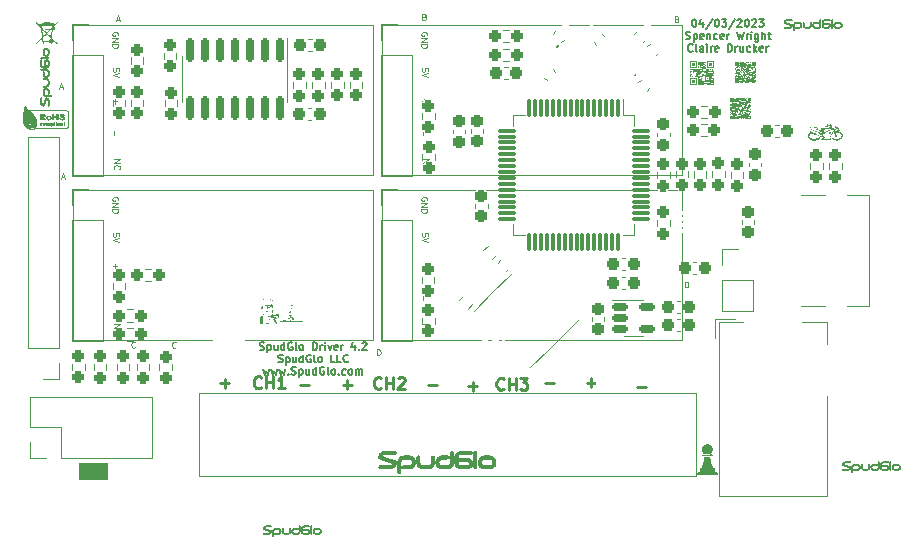
<source format=gto>
G04 #@! TF.GenerationSoftware,KiCad,Pcbnew,(6.0.10-0)*
G04 #@! TF.CreationDate,2023-04-03T20:32:35-05:00*
G04 #@! TF.ProjectId,spudglo_driver_v4p2,73707564-676c-46f5-9f64-72697665725f,rev?*
G04 #@! TF.SameCoordinates,Original*
G04 #@! TF.FileFunction,Legend,Top*
G04 #@! TF.FilePolarity,Positive*
%FSLAX46Y46*%
G04 Gerber Fmt 4.6, Leading zero omitted, Abs format (unit mm)*
G04 Created by KiCad (PCBNEW (6.0.10-0)) date 2023-04-03 20:32:35*
%MOMM*%
%LPD*%
G01*
G04 APERTURE LIST*
G04 Aperture macros list*
%AMRoundRect*
0 Rectangle with rounded corners*
0 $1 Rounding radius*
0 $2 $3 $4 $5 $6 $7 $8 $9 X,Y pos of 4 corners*
0 Add a 4 corners polygon primitive as box body*
4,1,4,$2,$3,$4,$5,$6,$7,$8,$9,$2,$3,0*
0 Add four circle primitives for the rounded corners*
1,1,$1+$1,$2,$3*
1,1,$1+$1,$4,$5*
1,1,$1+$1,$6,$7*
1,1,$1+$1,$8,$9*
0 Add four rect primitives between the rounded corners*
20,1,$1+$1,$2,$3,$4,$5,0*
20,1,$1+$1,$4,$5,$6,$7,0*
20,1,$1+$1,$6,$7,$8,$9,0*
20,1,$1+$1,$8,$9,$2,$3,0*%
%AMRotRect*
0 Rectangle, with rotation*
0 The origin of the aperture is its center*
0 $1 length*
0 $2 width*
0 $3 Rotation angle, in degrees counterclockwise*
0 Add horizontal line*
21,1,$1,$2,0,0,$3*%
G04 Aperture macros list end*
%ADD10C,0.120000*%
%ADD11C,0.100000*%
%ADD12C,0.162500*%
%ADD13C,0.250000*%
%ADD14C,0.125000*%
%ADD15C,0.150000*%
%ADD16C,0.200000*%
%ADD17C,3.000000*%
%ADD18R,1.700000X1.700000*%
%ADD19O,1.700000X1.700000*%
%ADD20RoundRect,0.237500X-0.237500X0.250000X-0.237500X-0.250000X0.237500X-0.250000X0.237500X0.250000X0*%
%ADD21RoundRect,0.237500X0.250000X0.237500X-0.250000X0.237500X-0.250000X-0.237500X0.250000X-0.237500X0*%
%ADD22RoundRect,0.237500X-0.237500X0.300000X-0.237500X-0.300000X0.237500X-0.300000X0.237500X0.300000X0*%
%ADD23RotRect,0.575000X1.140000X135.000000*%
%ADD24RoundRect,0.075000X-0.075000X0.700000X-0.075000X-0.700000X0.075000X-0.700000X0.075000X0.700000X0*%
%ADD25RoundRect,0.075000X-0.700000X0.075000X-0.700000X-0.075000X0.700000X-0.075000X0.700000X0.075000X0*%
%ADD26RoundRect,0.237500X-0.300000X-0.237500X0.300000X-0.237500X0.300000X0.237500X-0.300000X0.237500X0*%
%ADD27RoundRect,0.237500X0.237500X-0.250000X0.237500X0.250000X-0.237500X0.250000X-0.237500X-0.250000X0*%
%ADD28RoundRect,0.237500X0.300000X0.237500X-0.300000X0.237500X-0.300000X-0.237500X0.300000X-0.237500X0*%
%ADD29R,1.500000X1.500000*%
%ADD30RoundRect,0.237500X-0.008839X-0.344715X0.344715X0.008839X0.008839X0.344715X-0.344715X-0.008839X0*%
%ADD31R,3.000000X4.000000*%
%ADD32RotRect,1.000000X1.200000X45.000000*%
%ADD33RoundRect,0.237500X0.237500X-0.300000X0.237500X0.300000X-0.237500X0.300000X-0.237500X-0.300000X0*%
%ADD34RoundRect,0.237500X-0.250000X-0.237500X0.250000X-0.237500X0.250000X0.237500X-0.250000X0.237500X0*%
%ADD35RoundRect,0.237500X-0.044194X-0.380070X0.380070X0.044194X0.044194X0.380070X-0.380070X-0.044194X0*%
%ADD36C,2.000000*%
%ADD37RoundRect,0.150000X-0.512500X-0.150000X0.512500X-0.150000X0.512500X0.150000X-0.512500X0.150000X0*%
%ADD38RoundRect,0.237500X-0.380070X0.044194X0.044194X-0.380070X0.380070X-0.044194X-0.044194X0.380070X0*%
%ADD39R,4.400000X1.800000*%
%ADD40O,4.000000X1.800000*%
%ADD41O,1.800000X4.000000*%
%ADD42C,0.650000*%
%ADD43R,1.450000X0.600000*%
%ADD44R,1.450000X0.300000*%
%ADD45O,1.600000X1.000000*%
%ADD46O,2.100000X1.000000*%
%ADD47R,0.625000X0.300000*%
%ADD48R,0.300000X0.625000*%
%ADD49RoundRect,0.237500X0.380070X-0.044194X-0.044194X0.380070X-0.380070X0.044194X0.044194X-0.380070X0*%
%ADD50R,0.400000X0.470000*%
%ADD51R,1.700000X0.950000*%
%ADD52RoundRect,0.100000X0.380070X0.521491X-0.521491X-0.380070X-0.380070X-0.521491X0.521491X0.380070X0*%
%ADD53RoundRect,0.150000X-0.150000X0.825000X-0.150000X-0.825000X0.150000X-0.825000X0.150000X0.825000X0*%
G04 APERTURE END LIST*
D10*
X225044000Y-48768000D02*
X225043997Y-61467998D01*
X251205997Y-75437998D02*
X225805998Y-75437999D01*
X199643998Y-61467999D02*
X199643998Y-48768000D01*
D11*
G36*
X202552201Y-87195199D02*
G01*
X200215400Y-87195200D01*
X200215400Y-86809799D01*
X200190000Y-86835199D01*
X200190000Y-85870000D01*
X202552200Y-85869999D01*
X202552201Y-87195199D01*
G37*
X202552201Y-87195199D02*
X200215400Y-87195200D01*
X200215400Y-86809799D01*
X200190000Y-86835199D01*
X200190000Y-85870000D01*
X202552200Y-85869999D01*
X202552201Y-87195199D01*
D10*
X225805998Y-62738000D02*
X251206000Y-62738000D01*
X225806000Y-48768002D02*
X251206002Y-48768002D01*
X225044000Y-62738000D02*
X225043997Y-75437998D01*
X225043997Y-61467998D02*
X199643998Y-61467999D01*
X251206000Y-62738000D02*
X251205997Y-75437998D01*
X225805998Y-75437999D02*
X225805998Y-62738000D01*
X251206002Y-48768002D02*
X251205999Y-61468000D01*
X199643998Y-62738000D02*
X225044000Y-62738000D01*
X199643998Y-75437999D02*
X199643998Y-62738000D01*
X225043997Y-75437998D02*
X199643998Y-75437999D01*
X225806000Y-61468001D02*
X225806000Y-48768002D01*
X199643998Y-48768000D02*
X225044000Y-48768000D01*
X251205999Y-61468000D02*
X225806000Y-61468001D01*
D12*
X215475476Y-76246595D02*
X215568333Y-76277547D01*
X215723095Y-76277547D01*
X215785000Y-76246595D01*
X215815952Y-76215642D01*
X215846904Y-76153738D01*
X215846904Y-76091833D01*
X215815952Y-76029928D01*
X215785000Y-75998976D01*
X215723095Y-75968023D01*
X215599285Y-75937071D01*
X215537380Y-75906119D01*
X215506428Y-75875166D01*
X215475476Y-75813261D01*
X215475476Y-75751357D01*
X215506428Y-75689452D01*
X215537380Y-75658500D01*
X215599285Y-75627547D01*
X215754047Y-75627547D01*
X215846904Y-75658500D01*
X216125476Y-75844214D02*
X216125476Y-76494214D01*
X216125476Y-75875166D02*
X216187380Y-75844214D01*
X216311190Y-75844214D01*
X216373095Y-75875166D01*
X216404047Y-75906119D01*
X216435000Y-75968023D01*
X216435000Y-76153738D01*
X216404047Y-76215642D01*
X216373095Y-76246595D01*
X216311190Y-76277547D01*
X216187380Y-76277547D01*
X216125476Y-76246595D01*
X216992142Y-75844214D02*
X216992142Y-76277547D01*
X216713571Y-75844214D02*
X216713571Y-76184690D01*
X216744523Y-76246595D01*
X216806428Y-76277547D01*
X216899285Y-76277547D01*
X216961190Y-76246595D01*
X216992142Y-76215642D01*
X217580238Y-76277547D02*
X217580238Y-75627547D01*
X217580238Y-76246595D02*
X217518333Y-76277547D01*
X217394523Y-76277547D01*
X217332619Y-76246595D01*
X217301666Y-76215642D01*
X217270714Y-76153738D01*
X217270714Y-75968023D01*
X217301666Y-75906119D01*
X217332619Y-75875166D01*
X217394523Y-75844214D01*
X217518333Y-75844214D01*
X217580238Y-75875166D01*
X218230238Y-75658500D02*
X218168333Y-75627547D01*
X218075476Y-75627547D01*
X217982619Y-75658500D01*
X217920714Y-75720404D01*
X217889761Y-75782309D01*
X217858809Y-75906119D01*
X217858809Y-75998976D01*
X217889761Y-76122785D01*
X217920714Y-76184690D01*
X217982619Y-76246595D01*
X218075476Y-76277547D01*
X218137380Y-76277547D01*
X218230238Y-76246595D01*
X218261190Y-76215642D01*
X218261190Y-75998976D01*
X218137380Y-75998976D01*
X218632619Y-76277547D02*
X218570714Y-76246595D01*
X218539761Y-76184690D01*
X218539761Y-75627547D01*
X218973095Y-76277547D02*
X218911190Y-76246595D01*
X218880238Y-76215642D01*
X218849285Y-76153738D01*
X218849285Y-75968023D01*
X218880238Y-75906119D01*
X218911190Y-75875166D01*
X218973095Y-75844214D01*
X219065952Y-75844214D01*
X219127857Y-75875166D01*
X219158809Y-75906119D01*
X219189761Y-75968023D01*
X219189761Y-76153738D01*
X219158809Y-76215642D01*
X219127857Y-76246595D01*
X219065952Y-76277547D01*
X218973095Y-76277547D01*
X219963571Y-76277547D02*
X219963571Y-75627547D01*
X220118333Y-75627547D01*
X220211190Y-75658500D01*
X220273095Y-75720404D01*
X220304047Y-75782309D01*
X220335000Y-75906119D01*
X220335000Y-75998976D01*
X220304047Y-76122785D01*
X220273095Y-76184690D01*
X220211190Y-76246595D01*
X220118333Y-76277547D01*
X219963571Y-76277547D01*
X220613571Y-76277547D02*
X220613571Y-75844214D01*
X220613571Y-75968023D02*
X220644523Y-75906119D01*
X220675476Y-75875166D01*
X220737380Y-75844214D01*
X220799285Y-75844214D01*
X221015952Y-76277547D02*
X221015952Y-75844214D01*
X221015952Y-75627547D02*
X220985000Y-75658500D01*
X221015952Y-75689452D01*
X221046904Y-75658500D01*
X221015952Y-75627547D01*
X221015952Y-75689452D01*
X221263571Y-75844214D02*
X221418333Y-76277547D01*
X221573095Y-75844214D01*
X222068333Y-76246595D02*
X222006428Y-76277547D01*
X221882619Y-76277547D01*
X221820714Y-76246595D01*
X221789761Y-76184690D01*
X221789761Y-75937071D01*
X221820714Y-75875166D01*
X221882619Y-75844214D01*
X222006428Y-75844214D01*
X222068333Y-75875166D01*
X222099285Y-75937071D01*
X222099285Y-75998976D01*
X221789761Y-76060880D01*
X222377857Y-76277547D02*
X222377857Y-75844214D01*
X222377857Y-75968023D02*
X222408809Y-75906119D01*
X222439761Y-75875166D01*
X222501666Y-75844214D01*
X222563571Y-75844214D01*
X223554047Y-75844214D02*
X223554047Y-76277547D01*
X223399285Y-75596595D02*
X223244523Y-76060880D01*
X223646904Y-76060880D01*
X223894523Y-76215642D02*
X223925476Y-76246595D01*
X223894523Y-76277547D01*
X223863571Y-76246595D01*
X223894523Y-76215642D01*
X223894523Y-76277547D01*
X224173095Y-75689452D02*
X224204047Y-75658500D01*
X224265952Y-75627547D01*
X224420714Y-75627547D01*
X224482619Y-75658500D01*
X224513571Y-75689452D01*
X224544523Y-75751357D01*
X224544523Y-75813261D01*
X224513571Y-75906119D01*
X224142142Y-76277547D01*
X224544523Y-76277547D01*
X217054047Y-77293095D02*
X217146904Y-77324047D01*
X217301666Y-77324047D01*
X217363571Y-77293095D01*
X217394523Y-77262142D01*
X217425476Y-77200238D01*
X217425476Y-77138333D01*
X217394523Y-77076428D01*
X217363571Y-77045476D01*
X217301666Y-77014523D01*
X217177857Y-76983571D01*
X217115952Y-76952619D01*
X217085000Y-76921666D01*
X217054047Y-76859761D01*
X217054047Y-76797857D01*
X217085000Y-76735952D01*
X217115952Y-76705000D01*
X217177857Y-76674047D01*
X217332619Y-76674047D01*
X217425476Y-76705000D01*
X217704047Y-76890714D02*
X217704047Y-77540714D01*
X217704047Y-76921666D02*
X217765952Y-76890714D01*
X217889761Y-76890714D01*
X217951666Y-76921666D01*
X217982619Y-76952619D01*
X218013571Y-77014523D01*
X218013571Y-77200238D01*
X217982619Y-77262142D01*
X217951666Y-77293095D01*
X217889761Y-77324047D01*
X217765952Y-77324047D01*
X217704047Y-77293095D01*
X218570714Y-76890714D02*
X218570714Y-77324047D01*
X218292142Y-76890714D02*
X218292142Y-77231190D01*
X218323095Y-77293095D01*
X218385000Y-77324047D01*
X218477857Y-77324047D01*
X218539761Y-77293095D01*
X218570714Y-77262142D01*
X219158809Y-77324047D02*
X219158809Y-76674047D01*
X219158809Y-77293095D02*
X219096904Y-77324047D01*
X218973095Y-77324047D01*
X218911190Y-77293095D01*
X218880238Y-77262142D01*
X218849285Y-77200238D01*
X218849285Y-77014523D01*
X218880238Y-76952619D01*
X218911190Y-76921666D01*
X218973095Y-76890714D01*
X219096904Y-76890714D01*
X219158809Y-76921666D01*
X219808809Y-76705000D02*
X219746904Y-76674047D01*
X219654047Y-76674047D01*
X219561190Y-76705000D01*
X219499285Y-76766904D01*
X219468333Y-76828809D01*
X219437380Y-76952619D01*
X219437380Y-77045476D01*
X219468333Y-77169285D01*
X219499285Y-77231190D01*
X219561190Y-77293095D01*
X219654047Y-77324047D01*
X219715952Y-77324047D01*
X219808809Y-77293095D01*
X219839761Y-77262142D01*
X219839761Y-77045476D01*
X219715952Y-77045476D01*
X220211190Y-77324047D02*
X220149285Y-77293095D01*
X220118333Y-77231190D01*
X220118333Y-76674047D01*
X220551666Y-77324047D02*
X220489761Y-77293095D01*
X220458809Y-77262142D01*
X220427857Y-77200238D01*
X220427857Y-77014523D01*
X220458809Y-76952619D01*
X220489761Y-76921666D01*
X220551666Y-76890714D01*
X220644523Y-76890714D01*
X220706428Y-76921666D01*
X220737380Y-76952619D01*
X220768333Y-77014523D01*
X220768333Y-77200238D01*
X220737380Y-77262142D01*
X220706428Y-77293095D01*
X220644523Y-77324047D01*
X220551666Y-77324047D01*
X221851666Y-77324047D02*
X221542142Y-77324047D01*
X221542142Y-76674047D01*
X222377857Y-77324047D02*
X222068333Y-77324047D01*
X222068333Y-76674047D01*
X222965952Y-77262142D02*
X222935000Y-77293095D01*
X222842142Y-77324047D01*
X222780238Y-77324047D01*
X222687380Y-77293095D01*
X222625476Y-77231190D01*
X222594523Y-77169285D01*
X222563571Y-77045476D01*
X222563571Y-76952619D01*
X222594523Y-76828809D01*
X222625476Y-76766904D01*
X222687380Y-76705000D01*
X222780238Y-76674047D01*
X222842142Y-76674047D01*
X222935000Y-76705000D01*
X222965952Y-76735952D01*
X215785000Y-77937214D02*
X215908809Y-78370547D01*
X216032619Y-78061023D01*
X216156428Y-78370547D01*
X216280238Y-77937214D01*
X216465952Y-77937214D02*
X216589761Y-78370547D01*
X216713571Y-78061023D01*
X216837380Y-78370547D01*
X216961190Y-77937214D01*
X217146904Y-77937214D02*
X217270714Y-78370547D01*
X217394523Y-78061023D01*
X217518333Y-78370547D01*
X217642142Y-77937214D01*
X217889761Y-78308642D02*
X217920714Y-78339595D01*
X217889761Y-78370547D01*
X217858809Y-78339595D01*
X217889761Y-78308642D01*
X217889761Y-78370547D01*
X218168333Y-78339595D02*
X218261190Y-78370547D01*
X218415952Y-78370547D01*
X218477857Y-78339595D01*
X218508809Y-78308642D01*
X218539761Y-78246738D01*
X218539761Y-78184833D01*
X218508809Y-78122928D01*
X218477857Y-78091976D01*
X218415952Y-78061023D01*
X218292142Y-78030071D01*
X218230238Y-77999119D01*
X218199285Y-77968166D01*
X218168333Y-77906261D01*
X218168333Y-77844357D01*
X218199285Y-77782452D01*
X218230238Y-77751500D01*
X218292142Y-77720547D01*
X218446904Y-77720547D01*
X218539761Y-77751500D01*
X218818333Y-77937214D02*
X218818333Y-78587214D01*
X218818333Y-77968166D02*
X218880238Y-77937214D01*
X219004047Y-77937214D01*
X219065952Y-77968166D01*
X219096904Y-77999119D01*
X219127857Y-78061023D01*
X219127857Y-78246738D01*
X219096904Y-78308642D01*
X219065952Y-78339595D01*
X219004047Y-78370547D01*
X218880238Y-78370547D01*
X218818333Y-78339595D01*
X219685000Y-77937214D02*
X219685000Y-78370547D01*
X219406428Y-77937214D02*
X219406428Y-78277690D01*
X219437380Y-78339595D01*
X219499285Y-78370547D01*
X219592142Y-78370547D01*
X219654047Y-78339595D01*
X219685000Y-78308642D01*
X220273095Y-78370547D02*
X220273095Y-77720547D01*
X220273095Y-78339595D02*
X220211190Y-78370547D01*
X220087380Y-78370547D01*
X220025476Y-78339595D01*
X219994523Y-78308642D01*
X219963571Y-78246738D01*
X219963571Y-78061023D01*
X219994523Y-77999119D01*
X220025476Y-77968166D01*
X220087380Y-77937214D01*
X220211190Y-77937214D01*
X220273095Y-77968166D01*
X220923095Y-77751500D02*
X220861190Y-77720547D01*
X220768333Y-77720547D01*
X220675476Y-77751500D01*
X220613571Y-77813404D01*
X220582619Y-77875309D01*
X220551666Y-77999119D01*
X220551666Y-78091976D01*
X220582619Y-78215785D01*
X220613571Y-78277690D01*
X220675476Y-78339595D01*
X220768333Y-78370547D01*
X220830238Y-78370547D01*
X220923095Y-78339595D01*
X220954047Y-78308642D01*
X220954047Y-78091976D01*
X220830238Y-78091976D01*
X221325476Y-78370547D02*
X221263571Y-78339595D01*
X221232619Y-78277690D01*
X221232619Y-77720547D01*
X221665952Y-78370547D02*
X221604047Y-78339595D01*
X221573095Y-78308642D01*
X221542142Y-78246738D01*
X221542142Y-78061023D01*
X221573095Y-77999119D01*
X221604047Y-77968166D01*
X221665952Y-77937214D01*
X221758809Y-77937214D01*
X221820714Y-77968166D01*
X221851666Y-77999119D01*
X221882619Y-78061023D01*
X221882619Y-78246738D01*
X221851666Y-78308642D01*
X221820714Y-78339595D01*
X221758809Y-78370547D01*
X221665952Y-78370547D01*
X222161190Y-78308642D02*
X222192142Y-78339595D01*
X222161190Y-78370547D01*
X222130238Y-78339595D01*
X222161190Y-78308642D01*
X222161190Y-78370547D01*
X222749285Y-78339595D02*
X222687380Y-78370547D01*
X222563571Y-78370547D01*
X222501666Y-78339595D01*
X222470714Y-78308642D01*
X222439761Y-78246738D01*
X222439761Y-78061023D01*
X222470714Y-77999119D01*
X222501666Y-77968166D01*
X222563571Y-77937214D01*
X222687380Y-77937214D01*
X222749285Y-77968166D01*
X223120714Y-78370547D02*
X223058809Y-78339595D01*
X223027857Y-78308642D01*
X222996904Y-78246738D01*
X222996904Y-78061023D01*
X223027857Y-77999119D01*
X223058809Y-77968166D01*
X223120714Y-77937214D01*
X223213571Y-77937214D01*
X223275476Y-77968166D01*
X223306428Y-77999119D01*
X223337380Y-78061023D01*
X223337380Y-78246738D01*
X223306428Y-78308642D01*
X223275476Y-78339595D01*
X223213571Y-78370547D01*
X223120714Y-78370547D01*
X223615952Y-78370547D02*
X223615952Y-77937214D01*
X223615952Y-77999119D02*
X223646904Y-77968166D01*
X223708809Y-77937214D01*
X223801666Y-77937214D01*
X223863571Y-77968166D01*
X223894523Y-78030071D01*
X223894523Y-78370547D01*
X223894523Y-78030071D02*
X223925476Y-77968166D01*
X223987380Y-77937214D01*
X224080238Y-77937214D01*
X224142142Y-77968166D01*
X224173095Y-78030071D01*
X224173095Y-78370547D01*
D13*
X236139523Y-79557142D02*
X236091904Y-79604761D01*
X235949047Y-79652380D01*
X235853809Y-79652380D01*
X235710952Y-79604761D01*
X235615714Y-79509523D01*
X235568095Y-79414285D01*
X235520476Y-79223809D01*
X235520476Y-79080952D01*
X235568095Y-78890476D01*
X235615714Y-78795238D01*
X235710952Y-78700000D01*
X235853809Y-78652380D01*
X235949047Y-78652380D01*
X236091904Y-78700000D01*
X236139523Y-78747619D01*
X236568095Y-79652380D02*
X236568095Y-78652380D01*
X236568095Y-79128571D02*
X237139523Y-79128571D01*
X237139523Y-79652380D02*
X237139523Y-78652380D01*
X237520476Y-78652380D02*
X238139523Y-78652380D01*
X237806190Y-79033333D01*
X237949047Y-79033333D01*
X238044285Y-79080952D01*
X238091904Y-79128571D01*
X238139523Y-79223809D01*
X238139523Y-79461904D01*
X238091904Y-79557142D01*
X238044285Y-79604761D01*
X237949047Y-79652380D01*
X237663333Y-79652380D01*
X237568095Y-79604761D01*
X237520476Y-79557142D01*
D14*
X203380952Y-48313333D02*
X203619047Y-48313333D01*
X203333333Y-48456190D02*
X203500000Y-47956190D01*
X203666666Y-48456190D01*
X250909047Y-62386190D02*
X250909047Y-61886190D01*
X251028095Y-61886190D01*
X251099523Y-61910000D01*
X251147142Y-61957619D01*
X251170952Y-62005238D01*
X251194761Y-62100476D01*
X251194761Y-62171904D01*
X251170952Y-62267142D01*
X251147142Y-62314761D01*
X251099523Y-62362380D01*
X251028095Y-62386190D01*
X250909047Y-62386190D01*
D13*
X243920952Y-79061428D02*
X243159047Y-79061428D01*
X243540000Y-79442380D02*
X243540000Y-78680476D01*
X240410952Y-79091428D02*
X239649047Y-79091428D01*
X212910952Y-79111428D02*
X212149047Y-79111428D01*
X212530000Y-79492380D02*
X212530000Y-78730476D01*
D14*
X203483706Y-49656511D02*
X203507515Y-49608892D01*
X203507515Y-49537464D01*
X203483706Y-49466035D01*
X203436086Y-49418416D01*
X203388467Y-49394606D01*
X203293229Y-49370797D01*
X203221801Y-49370797D01*
X203126563Y-49394606D01*
X203078944Y-49418416D01*
X203031325Y-49466035D01*
X203007515Y-49537464D01*
X203007515Y-49585083D01*
X203031325Y-49656511D01*
X203055134Y-49680321D01*
X203221801Y-49680321D01*
X203221801Y-49585083D01*
X203007515Y-49894606D02*
X203507515Y-49894606D01*
X203007515Y-50180321D01*
X203507515Y-50180321D01*
X203007515Y-50418416D02*
X203507515Y-50418416D01*
X203507515Y-50537464D01*
X203483706Y-50608892D01*
X203436086Y-50656511D01*
X203388467Y-50680321D01*
X203293229Y-50704130D01*
X203221801Y-50704130D01*
X203126563Y-50680321D01*
X203078944Y-50656511D01*
X203031325Y-50608892D01*
X203007515Y-50537464D01*
X203007515Y-50418416D01*
X203161619Y-58108543D02*
X203161619Y-57727590D01*
X225429047Y-76726190D02*
X225429047Y-76226190D01*
X225548095Y-76226190D01*
X225619523Y-76250000D01*
X225667142Y-76297619D01*
X225690952Y-76345238D01*
X225714761Y-76440476D01*
X225714761Y-76511904D01*
X225690952Y-76607142D01*
X225667142Y-76654761D01*
X225619523Y-76702380D01*
X225548095Y-76726190D01*
X225429047Y-76726190D01*
D13*
X219640952Y-79221428D02*
X218879047Y-79221428D01*
D14*
X229323621Y-58108545D02*
X229323621Y-57727592D01*
D13*
X230450952Y-79291428D02*
X229689047Y-79291428D01*
D14*
X198550952Y-54053333D02*
X198789047Y-54053333D01*
X198503333Y-54196190D02*
X198670000Y-53696190D01*
X198836666Y-54196190D01*
X229299333Y-74125312D02*
X229799333Y-74125312D01*
X229299333Y-74411027D01*
X229799333Y-74411027D01*
X229346952Y-74934836D02*
X229323143Y-74911027D01*
X229299333Y-74839598D01*
X229299333Y-74791979D01*
X229323143Y-74720550D01*
X229370762Y-74672931D01*
X229418381Y-74649122D01*
X229513619Y-74625312D01*
X229585047Y-74625312D01*
X229680285Y-74649122D01*
X229727904Y-74672931D01*
X229775524Y-74720550D01*
X229799333Y-74791979D01*
X229799333Y-74839598D01*
X229775524Y-74911027D01*
X229751714Y-74934836D01*
X250795714Y-48264285D02*
X250867142Y-48288095D01*
X250890952Y-48311904D01*
X250914761Y-48359523D01*
X250914761Y-48430952D01*
X250890952Y-48478571D01*
X250867142Y-48502380D01*
X250819523Y-48526190D01*
X250629047Y-48526190D01*
X250629047Y-48026190D01*
X250795714Y-48026190D01*
X250843333Y-48050000D01*
X250867142Y-48073809D01*
X250890952Y-48121428D01*
X250890952Y-48169047D01*
X250867142Y-48216666D01*
X250843333Y-48240476D01*
X250795714Y-48264285D01*
X250629047Y-48264285D01*
X229391891Y-55047891D02*
X229391891Y-55428844D01*
X229201415Y-55238368D02*
X229582367Y-55238368D01*
X203526712Y-52692026D02*
X203526712Y-52453931D01*
X203288617Y-52430122D01*
X203312426Y-52453931D01*
X203336236Y-52501550D01*
X203336236Y-52620598D01*
X203312426Y-52668217D01*
X203288617Y-52692026D01*
X203240998Y-52715836D01*
X203121950Y-52715836D01*
X203074331Y-52692026D01*
X203050522Y-52668217D01*
X203026712Y-52620598D01*
X203026712Y-52501550D01*
X203050522Y-52453931D01*
X203074331Y-52430122D01*
X203526712Y-52858693D02*
X203026712Y-53025360D01*
X203526712Y-53192026D01*
D13*
X223290952Y-79231428D02*
X222529047Y-79231428D01*
X222910000Y-79612380D02*
X222910000Y-78850476D01*
D12*
X252241428Y-48277547D02*
X252303333Y-48277547D01*
X252365238Y-48308500D01*
X252396190Y-48339452D01*
X252427142Y-48401357D01*
X252458095Y-48525166D01*
X252458095Y-48679928D01*
X252427142Y-48803738D01*
X252396190Y-48865642D01*
X252365238Y-48896595D01*
X252303333Y-48927547D01*
X252241428Y-48927547D01*
X252179523Y-48896595D01*
X252148571Y-48865642D01*
X252117619Y-48803738D01*
X252086666Y-48679928D01*
X252086666Y-48525166D01*
X252117619Y-48401357D01*
X252148571Y-48339452D01*
X252179523Y-48308500D01*
X252241428Y-48277547D01*
X253015238Y-48494214D02*
X253015238Y-48927547D01*
X252860476Y-48246595D02*
X252705714Y-48710880D01*
X253108095Y-48710880D01*
X253820000Y-48246595D02*
X253262857Y-49082309D01*
X254160476Y-48277547D02*
X254222380Y-48277547D01*
X254284285Y-48308500D01*
X254315238Y-48339452D01*
X254346190Y-48401357D01*
X254377142Y-48525166D01*
X254377142Y-48679928D01*
X254346190Y-48803738D01*
X254315238Y-48865642D01*
X254284285Y-48896595D01*
X254222380Y-48927547D01*
X254160476Y-48927547D01*
X254098571Y-48896595D01*
X254067619Y-48865642D01*
X254036666Y-48803738D01*
X254005714Y-48679928D01*
X254005714Y-48525166D01*
X254036666Y-48401357D01*
X254067619Y-48339452D01*
X254098571Y-48308500D01*
X254160476Y-48277547D01*
X254593809Y-48277547D02*
X254996190Y-48277547D01*
X254779523Y-48525166D01*
X254872380Y-48525166D01*
X254934285Y-48556119D01*
X254965238Y-48587071D01*
X254996190Y-48648976D01*
X254996190Y-48803738D01*
X254965238Y-48865642D01*
X254934285Y-48896595D01*
X254872380Y-48927547D01*
X254686666Y-48927547D01*
X254624761Y-48896595D01*
X254593809Y-48865642D01*
X255739047Y-48246595D02*
X255181904Y-49082309D01*
X255924761Y-48339452D02*
X255955714Y-48308500D01*
X256017619Y-48277547D01*
X256172380Y-48277547D01*
X256234285Y-48308500D01*
X256265238Y-48339452D01*
X256296190Y-48401357D01*
X256296190Y-48463261D01*
X256265238Y-48556119D01*
X255893809Y-48927547D01*
X256296190Y-48927547D01*
X256698571Y-48277547D02*
X256760476Y-48277547D01*
X256822380Y-48308500D01*
X256853333Y-48339452D01*
X256884285Y-48401357D01*
X256915238Y-48525166D01*
X256915238Y-48679928D01*
X256884285Y-48803738D01*
X256853333Y-48865642D01*
X256822380Y-48896595D01*
X256760476Y-48927547D01*
X256698571Y-48927547D01*
X256636666Y-48896595D01*
X256605714Y-48865642D01*
X256574761Y-48803738D01*
X256543809Y-48679928D01*
X256543809Y-48525166D01*
X256574761Y-48401357D01*
X256605714Y-48339452D01*
X256636666Y-48308500D01*
X256698571Y-48277547D01*
X257162857Y-48339452D02*
X257193809Y-48308500D01*
X257255714Y-48277547D01*
X257410476Y-48277547D01*
X257472380Y-48308500D01*
X257503333Y-48339452D01*
X257534285Y-48401357D01*
X257534285Y-48463261D01*
X257503333Y-48556119D01*
X257131904Y-48927547D01*
X257534285Y-48927547D01*
X257750952Y-48277547D02*
X258153333Y-48277547D01*
X257936666Y-48525166D01*
X258029523Y-48525166D01*
X258091428Y-48556119D01*
X258122380Y-48587071D01*
X258153333Y-48648976D01*
X258153333Y-48803738D01*
X258122380Y-48865642D01*
X258091428Y-48896595D01*
X258029523Y-48927547D01*
X257843809Y-48927547D01*
X257781904Y-48896595D01*
X257750952Y-48865642D01*
X251560476Y-49943095D02*
X251653333Y-49974047D01*
X251808095Y-49974047D01*
X251870000Y-49943095D01*
X251900952Y-49912142D01*
X251931904Y-49850238D01*
X251931904Y-49788333D01*
X251900952Y-49726428D01*
X251870000Y-49695476D01*
X251808095Y-49664523D01*
X251684285Y-49633571D01*
X251622380Y-49602619D01*
X251591428Y-49571666D01*
X251560476Y-49509761D01*
X251560476Y-49447857D01*
X251591428Y-49385952D01*
X251622380Y-49355000D01*
X251684285Y-49324047D01*
X251839047Y-49324047D01*
X251931904Y-49355000D01*
X252210476Y-49540714D02*
X252210476Y-50190714D01*
X252210476Y-49571666D02*
X252272380Y-49540714D01*
X252396190Y-49540714D01*
X252458095Y-49571666D01*
X252489047Y-49602619D01*
X252520000Y-49664523D01*
X252520000Y-49850238D01*
X252489047Y-49912142D01*
X252458095Y-49943095D01*
X252396190Y-49974047D01*
X252272380Y-49974047D01*
X252210476Y-49943095D01*
X253046190Y-49943095D02*
X252984285Y-49974047D01*
X252860476Y-49974047D01*
X252798571Y-49943095D01*
X252767619Y-49881190D01*
X252767619Y-49633571D01*
X252798571Y-49571666D01*
X252860476Y-49540714D01*
X252984285Y-49540714D01*
X253046190Y-49571666D01*
X253077142Y-49633571D01*
X253077142Y-49695476D01*
X252767619Y-49757380D01*
X253355714Y-49540714D02*
X253355714Y-49974047D01*
X253355714Y-49602619D02*
X253386666Y-49571666D01*
X253448571Y-49540714D01*
X253541428Y-49540714D01*
X253603333Y-49571666D01*
X253634285Y-49633571D01*
X253634285Y-49974047D01*
X254222380Y-49943095D02*
X254160476Y-49974047D01*
X254036666Y-49974047D01*
X253974761Y-49943095D01*
X253943809Y-49912142D01*
X253912857Y-49850238D01*
X253912857Y-49664523D01*
X253943809Y-49602619D01*
X253974761Y-49571666D01*
X254036666Y-49540714D01*
X254160476Y-49540714D01*
X254222380Y-49571666D01*
X254748571Y-49943095D02*
X254686666Y-49974047D01*
X254562857Y-49974047D01*
X254500952Y-49943095D01*
X254470000Y-49881190D01*
X254470000Y-49633571D01*
X254500952Y-49571666D01*
X254562857Y-49540714D01*
X254686666Y-49540714D01*
X254748571Y-49571666D01*
X254779523Y-49633571D01*
X254779523Y-49695476D01*
X254470000Y-49757380D01*
X255058095Y-49974047D02*
X255058095Y-49540714D01*
X255058095Y-49664523D02*
X255089047Y-49602619D01*
X255120000Y-49571666D01*
X255181904Y-49540714D01*
X255243809Y-49540714D01*
X255893809Y-49324047D02*
X256048571Y-49974047D01*
X256172380Y-49509761D01*
X256296190Y-49974047D01*
X256450952Y-49324047D01*
X256698571Y-49974047D02*
X256698571Y-49540714D01*
X256698571Y-49664523D02*
X256729523Y-49602619D01*
X256760476Y-49571666D01*
X256822380Y-49540714D01*
X256884285Y-49540714D01*
X257100952Y-49974047D02*
X257100952Y-49540714D01*
X257100952Y-49324047D02*
X257070000Y-49355000D01*
X257100952Y-49385952D01*
X257131904Y-49355000D01*
X257100952Y-49324047D01*
X257100952Y-49385952D01*
X257689047Y-49540714D02*
X257689047Y-50066904D01*
X257658095Y-50128809D01*
X257627142Y-50159761D01*
X257565238Y-50190714D01*
X257472380Y-50190714D01*
X257410476Y-50159761D01*
X257689047Y-49943095D02*
X257627142Y-49974047D01*
X257503333Y-49974047D01*
X257441428Y-49943095D01*
X257410476Y-49912142D01*
X257379523Y-49850238D01*
X257379523Y-49664523D01*
X257410476Y-49602619D01*
X257441428Y-49571666D01*
X257503333Y-49540714D01*
X257627142Y-49540714D01*
X257689047Y-49571666D01*
X257998571Y-49974047D02*
X257998571Y-49324047D01*
X258277142Y-49974047D02*
X258277142Y-49633571D01*
X258246190Y-49571666D01*
X258184285Y-49540714D01*
X258091428Y-49540714D01*
X258029523Y-49571666D01*
X257998571Y-49602619D01*
X258493809Y-49540714D02*
X258741428Y-49540714D01*
X258586666Y-49324047D02*
X258586666Y-49881190D01*
X258617619Y-49943095D01*
X258679523Y-49974047D01*
X258741428Y-49974047D01*
X252133095Y-50958642D02*
X252102142Y-50989595D01*
X252009285Y-51020547D01*
X251947380Y-51020547D01*
X251854523Y-50989595D01*
X251792619Y-50927690D01*
X251761666Y-50865785D01*
X251730714Y-50741976D01*
X251730714Y-50649119D01*
X251761666Y-50525309D01*
X251792619Y-50463404D01*
X251854523Y-50401500D01*
X251947380Y-50370547D01*
X252009285Y-50370547D01*
X252102142Y-50401500D01*
X252133095Y-50432452D01*
X252504523Y-51020547D02*
X252442619Y-50989595D01*
X252411666Y-50927690D01*
X252411666Y-50370547D01*
X253030714Y-51020547D02*
X253030714Y-50680071D01*
X252999761Y-50618166D01*
X252937857Y-50587214D01*
X252814047Y-50587214D01*
X252752142Y-50618166D01*
X253030714Y-50989595D02*
X252968809Y-51020547D01*
X252814047Y-51020547D01*
X252752142Y-50989595D01*
X252721190Y-50927690D01*
X252721190Y-50865785D01*
X252752142Y-50803880D01*
X252814047Y-50772928D01*
X252968809Y-50772928D01*
X253030714Y-50741976D01*
X253340238Y-51020547D02*
X253340238Y-50587214D01*
X253340238Y-50370547D02*
X253309285Y-50401500D01*
X253340238Y-50432452D01*
X253371190Y-50401500D01*
X253340238Y-50370547D01*
X253340238Y-50432452D01*
X253649761Y-51020547D02*
X253649761Y-50587214D01*
X253649761Y-50711023D02*
X253680714Y-50649119D01*
X253711666Y-50618166D01*
X253773571Y-50587214D01*
X253835476Y-50587214D01*
X254299761Y-50989595D02*
X254237857Y-51020547D01*
X254114047Y-51020547D01*
X254052142Y-50989595D01*
X254021190Y-50927690D01*
X254021190Y-50680071D01*
X254052142Y-50618166D01*
X254114047Y-50587214D01*
X254237857Y-50587214D01*
X254299761Y-50618166D01*
X254330714Y-50680071D01*
X254330714Y-50741976D01*
X254021190Y-50803880D01*
X255104523Y-51020547D02*
X255104523Y-50370547D01*
X255259285Y-50370547D01*
X255352142Y-50401500D01*
X255414047Y-50463404D01*
X255445000Y-50525309D01*
X255475952Y-50649119D01*
X255475952Y-50741976D01*
X255445000Y-50865785D01*
X255414047Y-50927690D01*
X255352142Y-50989595D01*
X255259285Y-51020547D01*
X255104523Y-51020547D01*
X255754523Y-51020547D02*
X255754523Y-50587214D01*
X255754523Y-50711023D02*
X255785476Y-50649119D01*
X255816428Y-50618166D01*
X255878333Y-50587214D01*
X255940238Y-50587214D01*
X256435476Y-50587214D02*
X256435476Y-51020547D01*
X256156904Y-50587214D02*
X256156904Y-50927690D01*
X256187857Y-50989595D01*
X256249761Y-51020547D01*
X256342619Y-51020547D01*
X256404523Y-50989595D01*
X256435476Y-50958642D01*
X257023571Y-50989595D02*
X256961666Y-51020547D01*
X256837857Y-51020547D01*
X256775952Y-50989595D01*
X256745000Y-50958642D01*
X256714047Y-50896738D01*
X256714047Y-50711023D01*
X256745000Y-50649119D01*
X256775952Y-50618166D01*
X256837857Y-50587214D01*
X256961666Y-50587214D01*
X257023571Y-50618166D01*
X257302142Y-51020547D02*
X257302142Y-50370547D01*
X257364047Y-50772928D02*
X257549761Y-51020547D01*
X257549761Y-50587214D02*
X257302142Y-50834833D01*
X258075952Y-50989595D02*
X258014047Y-51020547D01*
X257890238Y-51020547D01*
X257828333Y-50989595D01*
X257797380Y-50927690D01*
X257797380Y-50680071D01*
X257828333Y-50618166D01*
X257890238Y-50587214D01*
X258014047Y-50587214D01*
X258075952Y-50618166D01*
X258106904Y-50680071D01*
X258106904Y-50741976D01*
X257797380Y-50803880D01*
X258385476Y-51020547D02*
X258385476Y-50587214D01*
X258385476Y-50711023D02*
X258416428Y-50649119D01*
X258447380Y-50618166D01*
X258509285Y-50587214D01*
X258571190Y-50587214D01*
D14*
X229645708Y-49656513D02*
X229669517Y-49608894D01*
X229669517Y-49537466D01*
X229645708Y-49466037D01*
X229598088Y-49418418D01*
X229550469Y-49394608D01*
X229455231Y-49370799D01*
X229383803Y-49370799D01*
X229288565Y-49394608D01*
X229240946Y-49418418D01*
X229193327Y-49466037D01*
X229169517Y-49537466D01*
X229169517Y-49585085D01*
X229193327Y-49656513D01*
X229217136Y-49680323D01*
X229383803Y-49680323D01*
X229383803Y-49585085D01*
X229169517Y-49894608D02*
X229669517Y-49894608D01*
X229169517Y-50180323D01*
X229669517Y-50180323D01*
X229169517Y-50418418D02*
X229669517Y-50418418D01*
X229669517Y-50537466D01*
X229645708Y-50608894D01*
X229598088Y-50656513D01*
X229550469Y-50680323D01*
X229455231Y-50704132D01*
X229383803Y-50704132D01*
X229288565Y-50680323D01*
X229240946Y-50656513D01*
X229193327Y-50608894D01*
X229169517Y-50537466D01*
X229169517Y-50418418D01*
X229645706Y-63626511D02*
X229669515Y-63578892D01*
X229669515Y-63507464D01*
X229645706Y-63436035D01*
X229598086Y-63388416D01*
X229550467Y-63364606D01*
X229455229Y-63340797D01*
X229383801Y-63340797D01*
X229288563Y-63364606D01*
X229240944Y-63388416D01*
X229193325Y-63436035D01*
X229169515Y-63507464D01*
X229169515Y-63555083D01*
X229193325Y-63626511D01*
X229217134Y-63650321D01*
X229383801Y-63650321D01*
X229383801Y-63555083D01*
X229169515Y-63864606D02*
X229669515Y-63864606D01*
X229169515Y-64150321D01*
X229669515Y-64150321D01*
X229169515Y-64388416D02*
X229669515Y-64388416D01*
X229669515Y-64507464D01*
X229645706Y-64578892D01*
X229598086Y-64626511D01*
X229550467Y-64650321D01*
X229455229Y-64674130D01*
X229383801Y-64674130D01*
X229288563Y-64650321D01*
X229240944Y-64626511D01*
X229193325Y-64578892D01*
X229169515Y-64507464D01*
X229169515Y-64388416D01*
D13*
X225759523Y-79487142D02*
X225711904Y-79534761D01*
X225569047Y-79582380D01*
X225473809Y-79582380D01*
X225330952Y-79534761D01*
X225235714Y-79439523D01*
X225188095Y-79344285D01*
X225140476Y-79153809D01*
X225140476Y-79010952D01*
X225188095Y-78820476D01*
X225235714Y-78725238D01*
X225330952Y-78630000D01*
X225473809Y-78582380D01*
X225569047Y-78582380D01*
X225711904Y-78630000D01*
X225759523Y-78677619D01*
X226188095Y-79582380D02*
X226188095Y-78582380D01*
X226188095Y-79058571D02*
X226759523Y-79058571D01*
X226759523Y-79582380D02*
X226759523Y-78582380D01*
X227188095Y-78677619D02*
X227235714Y-78630000D01*
X227330952Y-78582380D01*
X227569047Y-78582380D01*
X227664285Y-78630000D01*
X227711904Y-78677619D01*
X227759523Y-78772857D01*
X227759523Y-78868095D01*
X227711904Y-79010952D01*
X227140476Y-79582380D01*
X227759523Y-79582380D01*
D14*
X229425714Y-48084285D02*
X229497142Y-48108095D01*
X229520952Y-48131904D01*
X229544761Y-48179523D01*
X229544761Y-48250952D01*
X229520952Y-48298571D01*
X229497142Y-48322380D01*
X229449523Y-48346190D01*
X229259047Y-48346190D01*
X229259047Y-47846190D01*
X229425714Y-47846190D01*
X229473333Y-47870000D01*
X229497142Y-47893809D01*
X229520952Y-47941428D01*
X229520952Y-47989047D01*
X229497142Y-48036666D01*
X229473333Y-48060476D01*
X229425714Y-48084285D01*
X229259047Y-48084285D01*
D13*
X233920952Y-79351428D02*
X233159047Y-79351428D01*
X233540000Y-79732380D02*
X233540000Y-78970476D01*
D14*
X229688714Y-52692028D02*
X229688714Y-52453933D01*
X229450619Y-52430124D01*
X229474428Y-52453933D01*
X229498238Y-52501552D01*
X229498238Y-52620600D01*
X229474428Y-52668219D01*
X229450619Y-52692028D01*
X229403000Y-52715838D01*
X229283952Y-52715838D01*
X229236333Y-52692028D01*
X229212524Y-52668219D01*
X229188714Y-52620600D01*
X229188714Y-52501552D01*
X229212524Y-52453933D01*
X229236333Y-52430124D01*
X229688714Y-52858695D02*
X229188714Y-53025362D01*
X229688714Y-53192028D01*
X204924761Y-76048571D02*
X204900952Y-76072380D01*
X204829523Y-76096190D01*
X204781904Y-76096190D01*
X204710476Y-76072380D01*
X204662857Y-76024761D01*
X204639047Y-75977142D01*
X204615238Y-75881904D01*
X204615238Y-75810476D01*
X204639047Y-75715238D01*
X204662857Y-75667619D01*
X204710476Y-75620000D01*
X204781904Y-75596190D01*
X204829523Y-75596190D01*
X204900952Y-75620000D01*
X204924761Y-75643809D01*
X203229889Y-55047889D02*
X203229889Y-55428842D01*
X203039413Y-55238366D02*
X203420365Y-55238366D01*
D13*
X248150952Y-79401428D02*
X247389047Y-79401428D01*
D14*
X203137333Y-60155312D02*
X203637333Y-60155312D01*
X203137333Y-60441027D01*
X203637333Y-60441027D01*
X203184952Y-60964836D02*
X203161143Y-60941027D01*
X203137333Y-60869598D01*
X203137333Y-60821979D01*
X203161143Y-60750550D01*
X203208762Y-60702931D01*
X203256381Y-60679122D01*
X203351619Y-60655312D01*
X203423047Y-60655312D01*
X203518285Y-60679122D01*
X203565904Y-60702931D01*
X203613524Y-60750550D01*
X203637333Y-60821979D01*
X203637333Y-60869598D01*
X203613524Y-60941027D01*
X203589714Y-60964836D01*
X229688712Y-66662026D02*
X229688712Y-66423931D01*
X229450617Y-66400122D01*
X229474426Y-66423931D01*
X229498236Y-66471550D01*
X229498236Y-66590598D01*
X229474426Y-66638217D01*
X229450617Y-66662026D01*
X229402998Y-66685836D01*
X229283950Y-66685836D01*
X229236331Y-66662026D01*
X229212522Y-66638217D01*
X229188712Y-66590598D01*
X229188712Y-66471550D01*
X229212522Y-66423931D01*
X229236331Y-66400122D01*
X229688712Y-66828693D02*
X229188712Y-66995360D01*
X229688712Y-67162026D01*
X198700952Y-61653333D02*
X198939047Y-61653333D01*
X198653333Y-61796190D02*
X198820000Y-61296190D01*
X198986666Y-61796190D01*
X203137333Y-74125312D02*
X203637333Y-74125312D01*
X203137333Y-74411027D01*
X203637333Y-74411027D01*
X203184952Y-74934836D02*
X203161143Y-74911027D01*
X203137333Y-74839598D01*
X203137333Y-74791979D01*
X203161143Y-74720550D01*
X203208762Y-74672931D01*
X203256381Y-74649122D01*
X203351619Y-74625312D01*
X203423047Y-74625312D01*
X203518285Y-74649122D01*
X203565904Y-74672931D01*
X203613524Y-74720550D01*
X203637333Y-74791979D01*
X203637333Y-74839598D01*
X203613524Y-74911027D01*
X203589714Y-74934836D01*
X251479047Y-70996190D02*
X251479047Y-70496190D01*
X251598095Y-70496190D01*
X251669523Y-70520000D01*
X251717142Y-70567619D01*
X251740952Y-70615238D01*
X251764761Y-70710476D01*
X251764761Y-70781904D01*
X251740952Y-70877142D01*
X251717142Y-70924761D01*
X251669523Y-70972380D01*
X251598095Y-70996190D01*
X251479047Y-70996190D01*
D13*
X215609523Y-79437142D02*
X215561904Y-79484761D01*
X215419047Y-79532380D01*
X215323809Y-79532380D01*
X215180952Y-79484761D01*
X215085714Y-79389523D01*
X215038095Y-79294285D01*
X214990476Y-79103809D01*
X214990476Y-78960952D01*
X215038095Y-78770476D01*
X215085714Y-78675238D01*
X215180952Y-78580000D01*
X215323809Y-78532380D01*
X215419047Y-78532380D01*
X215561904Y-78580000D01*
X215609523Y-78627619D01*
X216038095Y-79532380D02*
X216038095Y-78532380D01*
X216038095Y-79008571D02*
X216609523Y-79008571D01*
X216609523Y-79532380D02*
X216609523Y-78532380D01*
X217609523Y-79532380D02*
X217038095Y-79532380D01*
X217323809Y-79532380D02*
X217323809Y-78532380D01*
X217228571Y-78675238D01*
X217133333Y-78770476D01*
X217038095Y-78818095D01*
D14*
X203526712Y-66662026D02*
X203526712Y-66423931D01*
X203288617Y-66400122D01*
X203312426Y-66423931D01*
X203336236Y-66471550D01*
X203336236Y-66590598D01*
X203312426Y-66638217D01*
X203288617Y-66662026D01*
X203240998Y-66685836D01*
X203121950Y-66685836D01*
X203074331Y-66662026D01*
X203050522Y-66638217D01*
X203026712Y-66590598D01*
X203026712Y-66471550D01*
X203050522Y-66423931D01*
X203074331Y-66400122D01*
X203526712Y-66828693D02*
X203026712Y-66995360D01*
X203526712Y-67162026D01*
X229323619Y-72078543D02*
X229323619Y-71697590D01*
X203161619Y-72078543D02*
X203161619Y-71697590D01*
X208374761Y-76058571D02*
X208350952Y-76082380D01*
X208279523Y-76106190D01*
X208231904Y-76106190D01*
X208160476Y-76082380D01*
X208112857Y-76034761D01*
X208089047Y-75987142D01*
X208065238Y-75891904D01*
X208065238Y-75820476D01*
X208089047Y-75725238D01*
X208112857Y-75677619D01*
X208160476Y-75630000D01*
X208231904Y-75606190D01*
X208279523Y-75606190D01*
X208350952Y-75630000D01*
X208374761Y-75653809D01*
X229391889Y-69017889D02*
X229391889Y-69398842D01*
X229201413Y-69208366D02*
X229582365Y-69208366D01*
X203229889Y-69017889D02*
X203229889Y-69398842D01*
X203039413Y-69208366D02*
X203420365Y-69208366D01*
X229299335Y-60155314D02*
X229799335Y-60155314D01*
X229299335Y-60441029D01*
X229799335Y-60441029D01*
X229346954Y-60964838D02*
X229323145Y-60941029D01*
X229299335Y-60869600D01*
X229299335Y-60821981D01*
X229323145Y-60750552D01*
X229370764Y-60702933D01*
X229418383Y-60679124D01*
X229513621Y-60655314D01*
X229585049Y-60655314D01*
X229680287Y-60679124D01*
X229727906Y-60702933D01*
X229775526Y-60750552D01*
X229799335Y-60821981D01*
X229799335Y-60869600D01*
X229775526Y-60941029D01*
X229751716Y-60964838D01*
X203483706Y-63626511D02*
X203507515Y-63578892D01*
X203507515Y-63507464D01*
X203483706Y-63436035D01*
X203436086Y-63388416D01*
X203388467Y-63364606D01*
X203293229Y-63340797D01*
X203221801Y-63340797D01*
X203126563Y-63364606D01*
X203078944Y-63388416D01*
X203031325Y-63436035D01*
X203007515Y-63507464D01*
X203007515Y-63555083D01*
X203031325Y-63626511D01*
X203055134Y-63650321D01*
X203221801Y-63650321D01*
X203221801Y-63555083D01*
X203007515Y-63864606D02*
X203507515Y-63864606D01*
X203007515Y-64150321D01*
X203507515Y-64150321D01*
X203007515Y-64388416D02*
X203507515Y-64388416D01*
X203507515Y-64507464D01*
X203483706Y-64578892D01*
X203436086Y-64626511D01*
X203388467Y-64650321D01*
X203293229Y-64674130D01*
X203221801Y-64674130D01*
X203126563Y-64650321D01*
X203078944Y-64626511D01*
X203031325Y-64578892D01*
X203007515Y-64507464D01*
X203007515Y-64388416D01*
D10*
X254630000Y-69100000D02*
X254630000Y-67770000D01*
X254630000Y-72970000D02*
X257290000Y-72970000D01*
X254630000Y-70370000D02*
X254630000Y-72970000D01*
X254630000Y-70370000D02*
X257290000Y-70370000D01*
X254630000Y-67770000D02*
X255960000Y-67770000D01*
X257290000Y-70370000D02*
X257290000Y-72970000D01*
X208032500Y-77497776D02*
X208032500Y-78007224D01*
X206987500Y-77497776D02*
X206987500Y-78007224D01*
G36*
X253726344Y-85889556D02*
G01*
X253723211Y-85890935D01*
X253719336Y-85892284D01*
X253720350Y-85890550D01*
X253725562Y-85888329D01*
X253726344Y-85889556D01*
G37*
G36*
X252789961Y-86520492D02*
G01*
X252784157Y-86520139D01*
X252774319Y-86519711D01*
X252774399Y-86512685D01*
X253017250Y-86512685D01*
X253019650Y-86512792D01*
X253029596Y-86512892D01*
X253046879Y-86512984D01*
X253071293Y-86513066D01*
X253102629Y-86513140D01*
X253140681Y-86513202D01*
X253185239Y-86513254D01*
X253236097Y-86513293D01*
X253293047Y-86513319D01*
X253355881Y-86513332D01*
X253381998Y-86513333D01*
X253447124Y-86513326D01*
X253506475Y-86513305D01*
X253559843Y-86513270D01*
X253607017Y-86513224D01*
X253647787Y-86513165D01*
X253681943Y-86513096D01*
X253709276Y-86513017D01*
X253729576Y-86512929D01*
X253742631Y-86512832D01*
X253748234Y-86512728D01*
X253746172Y-86512617D01*
X253736238Y-86512500D01*
X253718219Y-86512377D01*
X253691908Y-86512251D01*
X253679554Y-86512201D01*
X253618672Y-86512008D01*
X253551201Y-86511866D01*
X253479135Y-86511775D01*
X253404469Y-86511736D01*
X253329197Y-86511747D01*
X253255314Y-86511810D01*
X253184814Y-86511924D01*
X253119692Y-86512089D01*
X253087259Y-86512201D01*
X253057400Y-86512329D01*
X253035917Y-86512453D01*
X253022603Y-86512572D01*
X253017250Y-86512685D01*
X252774399Y-86512685D01*
X252774489Y-86504689D01*
X252783266Y-86504689D01*
X252785412Y-86506835D01*
X252787558Y-86504689D01*
X253972147Y-86504689D01*
X253974293Y-86506835D01*
X253976439Y-86504689D01*
X253985023Y-86504689D01*
X253987169Y-86506835D01*
X253989315Y-86504689D01*
X253987169Y-86502543D01*
X253985023Y-86504689D01*
X253976439Y-86504689D01*
X253974293Y-86502543D01*
X253972147Y-86504689D01*
X252787558Y-86504689D01*
X252785412Y-86502543D01*
X252783266Y-86504689D01*
X252774489Y-86504689D01*
X252774586Y-86496105D01*
X253980731Y-86496105D01*
X253982877Y-86498251D01*
X253985023Y-86496105D01*
X253982877Y-86493959D01*
X253980731Y-86496105D01*
X252774586Y-86496105D01*
X252775561Y-86410266D01*
X252785069Y-86410266D01*
X252785131Y-86433157D01*
X252785299Y-86449840D01*
X252785557Y-86459785D01*
X252785886Y-86462462D01*
X252786269Y-86457341D01*
X252786469Y-86451884D01*
X252786953Y-86426823D01*
X252786991Y-86410266D01*
X253973950Y-86410266D01*
X253974012Y-86433157D01*
X253974181Y-86449840D01*
X253974438Y-86459785D01*
X253974768Y-86462462D01*
X253975151Y-86457341D01*
X253975351Y-86451884D01*
X253975834Y-86426823D01*
X253975857Y-86416704D01*
X253982496Y-86416704D01*
X253982566Y-86438005D01*
X253982761Y-86453140D01*
X253983058Y-86461523D01*
X253983435Y-86462568D01*
X253983870Y-86455687D01*
X253983927Y-86454259D01*
X253984448Y-86430491D01*
X253984457Y-86403803D01*
X253983953Y-86379844D01*
X253983927Y-86379149D01*
X253983486Y-86371248D01*
X253983100Y-86371346D01*
X253982792Y-86378854D01*
X253982584Y-86393188D01*
X253982497Y-86413759D01*
X253982496Y-86416704D01*
X253975857Y-86416704D01*
X253975898Y-86398899D01*
X253975544Y-86373046D01*
X253975344Y-86366044D01*
X253974939Y-86357685D01*
X253974580Y-86357342D01*
X253974286Y-86364448D01*
X253974074Y-86378434D01*
X253973963Y-86398733D01*
X253973950Y-86410266D01*
X252786991Y-86410266D01*
X252787017Y-86398899D01*
X252786663Y-86373046D01*
X252786462Y-86366044D01*
X252786057Y-86357685D01*
X252785699Y-86357342D01*
X252785405Y-86364448D01*
X252785193Y-86378434D01*
X252785082Y-86398733D01*
X252785069Y-86410266D01*
X252775561Y-86410266D01*
X252775573Y-86409193D01*
X252775983Y-86375555D01*
X252776412Y-86349527D01*
X252776863Y-86333010D01*
X253980731Y-86333010D01*
X253982877Y-86335156D01*
X253985023Y-86333010D01*
X253982877Y-86330864D01*
X253980731Y-86333010D01*
X252776863Y-86333010D01*
X252776941Y-86330137D01*
X252777461Y-86320134D01*
X252783266Y-86320134D01*
X252785412Y-86322280D01*
X252787558Y-86320134D01*
X253972147Y-86320134D01*
X253974293Y-86322280D01*
X253976439Y-86320134D01*
X253974293Y-86317988D01*
X253972147Y-86320134D01*
X252787558Y-86320134D01*
X252785412Y-86317988D01*
X252783266Y-86320134D01*
X252777461Y-86320134D01*
X252777655Y-86316412D01*
X252777844Y-86314670D01*
X252785412Y-86314670D01*
X252813968Y-86292236D01*
X253945736Y-86292236D01*
X253960015Y-86303453D01*
X253974293Y-86314670D01*
X253960276Y-86301307D01*
X253946260Y-86287944D01*
X252813445Y-86287944D01*
X252799428Y-86301307D01*
X252785412Y-86314670D01*
X252777844Y-86314670D01*
X252778635Y-86307378D01*
X252779967Y-86302063D01*
X252781731Y-86299493D01*
X252784012Y-86298695D01*
X252785005Y-86298654D01*
X252791539Y-86296080D01*
X252795473Y-86287445D01*
X252797108Y-86277028D01*
X252801216Y-86273942D01*
X252810684Y-86272230D01*
X252812410Y-86272154D01*
X252821134Y-86272650D01*
X252822532Y-86274569D01*
X252821741Y-86275162D01*
X252813516Y-86277056D01*
X252810914Y-86276524D01*
X252804664Y-86276805D01*
X252803423Y-86277994D01*
X252807368Y-86278417D01*
X252819404Y-86278826D01*
X252839039Y-86279217D01*
X252865781Y-86279587D01*
X252899138Y-86279934D01*
X252938616Y-86280254D01*
X252983723Y-86280545D01*
X253033967Y-86280803D01*
X253088856Y-86281025D01*
X253147898Y-86281209D01*
X253210598Y-86281352D01*
X253276466Y-86281449D01*
X253345009Y-86281500D01*
X253379852Y-86281506D01*
X253449539Y-86281480D01*
X253516796Y-86281406D01*
X253581129Y-86281285D01*
X253642048Y-86281121D01*
X253699058Y-86280918D01*
X253751668Y-86280677D01*
X253799385Y-86280402D01*
X253841717Y-86280096D01*
X253878172Y-86279762D01*
X253908257Y-86279403D01*
X253931479Y-86279022D01*
X253947346Y-86278622D01*
X253955366Y-86278206D01*
X253956281Y-86277994D01*
X253950997Y-86276011D01*
X253948791Y-86276524D01*
X253940625Y-86276356D01*
X253937964Y-86275162D01*
X253937658Y-86272994D01*
X253944843Y-86272137D01*
X253947711Y-86272165D01*
X253957675Y-86273006D01*
X253962628Y-86274556D01*
X253962755Y-86274893D01*
X253964145Y-86284389D01*
X253971245Y-86287918D01*
X253973220Y-86288010D01*
X253979417Y-86288731D01*
X253977766Y-86291278D01*
X253976644Y-86292018D01*
X253968906Y-86294151D01*
X253965914Y-86293411D01*
X253963835Y-86293254D01*
X253964939Y-86294712D01*
X253971978Y-86298164D01*
X253975669Y-86298619D01*
X253981283Y-86301208D01*
X253981804Y-86304039D01*
X253983411Y-86308963D01*
X253985023Y-86309404D01*
X253989073Y-86306051D01*
X253989315Y-86304397D01*
X253991001Y-86301471D01*
X253992072Y-86302147D01*
X253991937Y-86307167D01*
X253988853Y-86312270D01*
X253985824Y-86316958D01*
X253987169Y-86317076D01*
X253988690Y-86320335D01*
X253989887Y-86332012D01*
X253990752Y-86351947D01*
X253991279Y-86379979D01*
X253991461Y-86415948D01*
X253991461Y-86416704D01*
X253991336Y-86444952D01*
X253990984Y-86469798D01*
X253990443Y-86490140D01*
X253989746Y-86504875D01*
X253988930Y-86512901D01*
X253988308Y-86513937D01*
X253985583Y-86511459D01*
X253985089Y-86514346D01*
X253981389Y-86518700D01*
X253975366Y-86520139D01*
X253968985Y-86520653D01*
X253970333Y-86521956D01*
X253976439Y-86524003D01*
X253983534Y-86526515D01*
X253982724Y-86527537D01*
X253977765Y-86527868D01*
X253969147Y-86526492D01*
X253965746Y-86524064D01*
X253961220Y-86523538D01*
X253948715Y-86523042D01*
X253928836Y-86522578D01*
X253902187Y-86522147D01*
X253869372Y-86521748D01*
X253830998Y-86521382D01*
X253787668Y-86521050D01*
X253739987Y-86520753D01*
X253688560Y-86520490D01*
X253633992Y-86520263D01*
X253576887Y-86520071D01*
X253517850Y-86519916D01*
X253457485Y-86519798D01*
X253396398Y-86519718D01*
X253335194Y-86519675D01*
X253274476Y-86519671D01*
X253214850Y-86519706D01*
X253156920Y-86519781D01*
X253101291Y-86519896D01*
X253048568Y-86520052D01*
X252999355Y-86520249D01*
X252954257Y-86520488D01*
X252913879Y-86520769D01*
X252878826Y-86521093D01*
X252849703Y-86521460D01*
X252827113Y-86521872D01*
X252811662Y-86522327D01*
X252803954Y-86522828D01*
X252803178Y-86523036D01*
X252797863Y-86525509D01*
X252787761Y-86526959D01*
X252786811Y-86527005D01*
X252777909Y-86527193D01*
X252776985Y-86526359D01*
X252783266Y-86524079D01*
X252789558Y-86521857D01*
X252796142Y-86521857D01*
X252798288Y-86524003D01*
X252800434Y-86521857D01*
X252798288Y-86519711D01*
X252796142Y-86521857D01*
X252789558Y-86521857D01*
X252790583Y-86521495D01*
X252789961Y-86520492D01*
G37*
G36*
X252768959Y-86336586D02*
G01*
X252769473Y-86341680D01*
X252768959Y-86342309D01*
X252766407Y-86341720D01*
X252766098Y-86339448D01*
X252767668Y-86335915D01*
X252768959Y-86336586D01*
G37*
G36*
X252954945Y-84916653D02*
G01*
X252952799Y-84918799D01*
X252950653Y-84916653D01*
X252952799Y-84914507D01*
X252954945Y-84916653D01*
G37*
G36*
X253816972Y-84873323D02*
G01*
X253821544Y-84877313D01*
X253821927Y-84878278D01*
X253819890Y-84880042D01*
X253815650Y-84876090D01*
X253815079Y-84875216D01*
X253814574Y-84872279D01*
X253816972Y-84873323D01*
G37*
G36*
X253713197Y-85838716D02*
G01*
X253713710Y-85843809D01*
X253713197Y-85844438D01*
X253710645Y-85843849D01*
X253710336Y-85841577D01*
X253711906Y-85838044D01*
X253713197Y-85838716D01*
G37*
G36*
X252770390Y-86526149D02*
G01*
X252768244Y-86528295D01*
X252766098Y-86526149D01*
X252768244Y-86524003D01*
X252770390Y-86526149D01*
G37*
G36*
X253856263Y-86247170D02*
G01*
X253854117Y-86249316D01*
X253851971Y-86247170D01*
X253854117Y-86245024D01*
X253856263Y-86247170D01*
G37*
G36*
X253145020Y-84514183D02*
G01*
X253145939Y-84515352D01*
X253147449Y-84519212D01*
X253143389Y-84517758D01*
X253139501Y-84515352D01*
X253136201Y-84511906D01*
X253138174Y-84511126D01*
X253145020Y-84514183D01*
G37*
G36*
X254178162Y-86646325D02*
G01*
X254176016Y-86648471D01*
X254173870Y-86646325D01*
X254176016Y-86644179D01*
X254178162Y-86646325D01*
G37*
G36*
X252984989Y-85131252D02*
G01*
X252982843Y-85133398D01*
X252980697Y-85131252D01*
X252982843Y-85129106D01*
X252984989Y-85131252D01*
G37*
G36*
X253068653Y-85069068D02*
G01*
X253064062Y-85072626D01*
X253059142Y-85073223D01*
X253057953Y-85071624D01*
X253061320Y-85068867D01*
X253064614Y-85067381D01*
X253069044Y-85067081D01*
X253068653Y-85069068D01*
G37*
G36*
X252972113Y-86028278D02*
G01*
X252969967Y-86030424D01*
X252967821Y-86028278D01*
X252969967Y-86026132D01*
X252972113Y-86028278D01*
G37*
G36*
X253015033Y-85886643D02*
G01*
X253012887Y-85888789D01*
X253010741Y-85886643D01*
X253012887Y-85884497D01*
X253015033Y-85886643D01*
G37*
G36*
X253143793Y-84500330D02*
G01*
X253141647Y-84502476D01*
X253139501Y-84500330D01*
X253141647Y-84498184D01*
X253143793Y-84500330D01*
G37*
G36*
X253066537Y-84624798D02*
G01*
X253064391Y-84626944D01*
X253062245Y-84624798D01*
X253064391Y-84622652D01*
X253066537Y-84624798D01*
G37*
G36*
X253777577Y-84482447D02*
G01*
X253776988Y-84484998D01*
X253774715Y-84485308D01*
X253771183Y-84483737D01*
X253771854Y-84482447D01*
X253776948Y-84481933D01*
X253777577Y-84482447D01*
G37*
G36*
X252891485Y-86225710D02*
G01*
X253847679Y-86225710D01*
X253849825Y-86227856D01*
X253851971Y-86225710D01*
X253849825Y-86223564D01*
X253847679Y-86225710D01*
X252891485Y-86225710D01*
X252891459Y-86224564D01*
X252891471Y-86221418D01*
X252894857Y-86221418D01*
X252897003Y-86223564D01*
X252899149Y-86221418D01*
X252897003Y-86219272D01*
X252894857Y-86221418D01*
X252891471Y-86221418D01*
X252891491Y-86216210D01*
X253826911Y-86216210D01*
X253827955Y-86218609D01*
X253832277Y-86223217D01*
X253834761Y-86222271D01*
X253834803Y-86221671D01*
X253831755Y-86218041D01*
X253829848Y-86216716D01*
X253826911Y-86216210D01*
X252891491Y-86216210D01*
X252891509Y-86211305D01*
X252892536Y-86206078D01*
X252894642Y-86208374D01*
X252894718Y-86208542D01*
X252897815Y-86213576D01*
X252899010Y-86212834D01*
X252912025Y-86212834D01*
X252914171Y-86214980D01*
X252916317Y-86212834D01*
X252914171Y-86210688D01*
X252912025Y-86212834D01*
X252899010Y-86212834D01*
X252899590Y-86208542D01*
X253821927Y-86208542D01*
X253824073Y-86210688D01*
X253826219Y-86208542D01*
X253824073Y-86206396D01*
X253821927Y-86208542D01*
X252899590Y-86208542D01*
X252900169Y-86204250D01*
X252916317Y-86204250D01*
X252918463Y-86206396D01*
X252920609Y-86204250D01*
X253830511Y-86204250D01*
X253832657Y-86206396D01*
X253834803Y-86204250D01*
X253832657Y-86202104D01*
X253830511Y-86204250D01*
X252920609Y-86204250D01*
X252918463Y-86202104D01*
X252916317Y-86204250D01*
X252900169Y-86204250D01*
X252900749Y-86199958D01*
X253817635Y-86199958D01*
X253819781Y-86202104D01*
X253821927Y-86199958D01*
X253819781Y-86197812D01*
X253817635Y-86199958D01*
X252900749Y-86199958D01*
X252901328Y-86195666D01*
X252920609Y-86195666D01*
X252922755Y-86197812D01*
X252924901Y-86195666D01*
X252922755Y-86193520D01*
X252920609Y-86195666D01*
X252901328Y-86195666D01*
X252901760Y-86192470D01*
X252902006Y-86191374D01*
X253813343Y-86191374D01*
X253815489Y-86193520D01*
X253817635Y-86191374D01*
X253815489Y-86189228D01*
X253813343Y-86191374D01*
X252902006Y-86191374D01*
X252902967Y-86187082D01*
X252924901Y-86187082D01*
X252927047Y-86189228D01*
X252929193Y-86187082D01*
X252927047Y-86184936D01*
X252924901Y-86187082D01*
X252902967Y-86187082D01*
X252903928Y-86182790D01*
X253809051Y-86182790D01*
X253811197Y-86184936D01*
X253813343Y-86182790D01*
X253811197Y-86180644D01*
X253809051Y-86182790D01*
X252903928Y-86182790D01*
X252904808Y-86178863D01*
X252905000Y-86178498D01*
X252912025Y-86178498D01*
X252914171Y-86180644D01*
X252916317Y-86178498D01*
X252929193Y-86178498D01*
X252931339Y-86180644D01*
X252933485Y-86178498D01*
X252931339Y-86176352D01*
X252929193Y-86178498D01*
X252916317Y-86178498D01*
X252914171Y-86176352D01*
X252912025Y-86178498D01*
X252905000Y-86178498D01*
X252907260Y-86174206D01*
X253804759Y-86174206D01*
X253806905Y-86176352D01*
X253809051Y-86174206D01*
X253806905Y-86172060D01*
X253804759Y-86174206D01*
X252907260Y-86174206D01*
X252907952Y-86172891D01*
X252908209Y-86172767D01*
X252909987Y-86168590D01*
X252909082Y-86166329D01*
X252909381Y-86164651D01*
X252913590Y-86167422D01*
X252919044Y-86170666D01*
X252919934Y-86169914D01*
X252924901Y-86169914D01*
X252927047Y-86172060D01*
X252929193Y-86169914D01*
X252933485Y-86169914D01*
X252935631Y-86172060D01*
X252937777Y-86169914D01*
X252935631Y-86167768D01*
X252933485Y-86169914D01*
X252929193Y-86169914D01*
X252927047Y-86167768D01*
X252924901Y-86169914D01*
X252919934Y-86169914D01*
X252920343Y-86169568D01*
X252920133Y-86165622D01*
X253800467Y-86165622D01*
X253802613Y-86167768D01*
X253804759Y-86165622D01*
X253802613Y-86163476D01*
X253800467Y-86165622D01*
X252920133Y-86165622D01*
X252919979Y-86162737D01*
X252920005Y-86161330D01*
X252937777Y-86161330D01*
X252939923Y-86163476D01*
X252942069Y-86161330D01*
X252939923Y-86159184D01*
X252937777Y-86161330D01*
X252920005Y-86161330D01*
X252920086Y-86157038D01*
X252924901Y-86157038D01*
X252927047Y-86159184D01*
X252929193Y-86157038D01*
X253796175Y-86157038D01*
X253798321Y-86159184D01*
X253800467Y-86157038D01*
X253798321Y-86154892D01*
X253796175Y-86157038D01*
X252929193Y-86157038D01*
X252927047Y-86154892D01*
X252924901Y-86157038D01*
X252920086Y-86157038D01*
X252920167Y-86152746D01*
X252942069Y-86152746D01*
X252944215Y-86154892D01*
X252946361Y-86152746D01*
X252944215Y-86150600D01*
X252942069Y-86152746D01*
X252920167Y-86152746D01*
X252921129Y-86144640D01*
X252923345Y-86144235D01*
X252924901Y-86146308D01*
X252928476Y-86149744D01*
X252929456Y-86148454D01*
X253791883Y-86148454D01*
X253794029Y-86150600D01*
X253796175Y-86148454D01*
X253794029Y-86146308D01*
X253791883Y-86148454D01*
X252929456Y-86148454D01*
X252930092Y-86144162D01*
X252946361Y-86144162D01*
X252948507Y-86146308D01*
X252950653Y-86144162D01*
X252948507Y-86142016D01*
X252946361Y-86144162D01*
X252930092Y-86144162D01*
X252930574Y-86140908D01*
X252930767Y-86139870D01*
X253800467Y-86139870D01*
X253802613Y-86142016D01*
X253804759Y-86139870D01*
X253802613Y-86137724D01*
X253800467Y-86139870D01*
X252930767Y-86139870D01*
X252931564Y-86135578D01*
X253787591Y-86135578D01*
X253789737Y-86137724D01*
X253791883Y-86135578D01*
X253789737Y-86133432D01*
X253787591Y-86135578D01*
X252931564Y-86135578D01*
X252932230Y-86131286D01*
X252950653Y-86131286D01*
X252952799Y-86133432D01*
X252954945Y-86131286D01*
X253800467Y-86131286D01*
X253802613Y-86133432D01*
X253804759Y-86131286D01*
X253802613Y-86129140D01*
X253800467Y-86131286D01*
X252954945Y-86131286D01*
X252952799Y-86129140D01*
X252950653Y-86131286D01*
X252932230Y-86131286D01*
X252932895Y-86126994D01*
X253783299Y-86126994D01*
X253785445Y-86129140D01*
X253787591Y-86126994D01*
X253785445Y-86124848D01*
X253783299Y-86126994D01*
X252932895Y-86126994D01*
X252933284Y-86124488D01*
X252933480Y-86122702D01*
X252954945Y-86122702D01*
X252957091Y-86124848D01*
X252959237Y-86122702D01*
X252957091Y-86120556D01*
X252954945Y-86122702D01*
X252933480Y-86122702D01*
X252933951Y-86118410D01*
X253779007Y-86118410D01*
X253781153Y-86120556D01*
X253783299Y-86118410D01*
X253781153Y-86116264D01*
X253779007Y-86118410D01*
X252933951Y-86118410D01*
X252934272Y-86115488D01*
X252934357Y-86115048D01*
X252938212Y-86115048D01*
X252942513Y-86114148D01*
X252942593Y-86114118D01*
X252959237Y-86114118D01*
X252961383Y-86116264D01*
X252963529Y-86114118D01*
X252961383Y-86111972D01*
X252959237Y-86114118D01*
X252942593Y-86114118D01*
X252943327Y-86113842D01*
X252948583Y-86110442D01*
X252948621Y-86108509D01*
X252944080Y-86108991D01*
X252940925Y-86111440D01*
X252938212Y-86115048D01*
X252934357Y-86115048D01*
X252935786Y-86107634D01*
X252937799Y-86105548D01*
X252938113Y-86105534D01*
X253774715Y-86105534D01*
X253776861Y-86107680D01*
X253779007Y-86105534D01*
X253783299Y-86105534D01*
X253785445Y-86107680D01*
X253787591Y-86105534D01*
X253785445Y-86103388D01*
X253783299Y-86105534D01*
X253779007Y-86105534D01*
X253776861Y-86103388D01*
X253774715Y-86105534D01*
X252938113Y-86105534D01*
X252943699Y-86105285D01*
X252946436Y-86101242D01*
X252963529Y-86101242D01*
X252965675Y-86103388D01*
X252967821Y-86101242D01*
X252965675Y-86099096D01*
X252963529Y-86101242D01*
X252946436Y-86101242D01*
X252948549Y-86098120D01*
X252948806Y-86096950D01*
X253770423Y-86096950D01*
X253772569Y-86099096D01*
X253774715Y-86096950D01*
X253783299Y-86096950D01*
X253785445Y-86099096D01*
X253787591Y-86096950D01*
X253785445Y-86094804D01*
X253783299Y-86096950D01*
X253774715Y-86096950D01*
X253772569Y-86094804D01*
X253770423Y-86096950D01*
X252948806Y-86096950D01*
X252950219Y-86090512D01*
X252954945Y-86090512D01*
X252956516Y-86094045D01*
X252957806Y-86093374D01*
X252957878Y-86092658D01*
X252967821Y-86092658D01*
X252969967Y-86094804D01*
X252972113Y-86092658D01*
X252969967Y-86090512D01*
X252967821Y-86092658D01*
X252957878Y-86092658D01*
X252958311Y-86088366D01*
X253766131Y-86088366D01*
X253768277Y-86090512D01*
X253770423Y-86088366D01*
X253768277Y-86086220D01*
X253766131Y-86088366D01*
X252958311Y-86088366D01*
X252958320Y-86088280D01*
X252957806Y-86087651D01*
X252955255Y-86088240D01*
X252954945Y-86090512D01*
X252950219Y-86090512D01*
X252951269Y-86085732D01*
X252951376Y-86084374D01*
X252952188Y-86079782D01*
X252972113Y-86079782D01*
X252974259Y-86081928D01*
X252976405Y-86079782D01*
X252974259Y-86077636D01*
X252972113Y-86079782D01*
X252952188Y-86079782D01*
X252952947Y-86075490D01*
X252963529Y-86075490D01*
X252965675Y-86077636D01*
X252967821Y-86075490D01*
X253761839Y-86075490D01*
X253763985Y-86077636D01*
X253766131Y-86075490D01*
X253763985Y-86073344D01*
X253761839Y-86075490D01*
X252967821Y-86075490D01*
X252965675Y-86073344D01*
X252963529Y-86075490D01*
X252952947Y-86075490D01*
X252953514Y-86072283D01*
X252954444Y-86071198D01*
X252976405Y-86071198D01*
X252978551Y-86073344D01*
X252980697Y-86071198D01*
X252978551Y-86069052D01*
X252976405Y-86071198D01*
X252954444Y-86071198D01*
X252958125Y-86066906D01*
X253757547Y-86066906D01*
X253759693Y-86069052D01*
X253761839Y-86066906D01*
X253759693Y-86064760D01*
X253757547Y-86066906D01*
X252958125Y-86066906D01*
X252958507Y-86066460D01*
X252961001Y-86065543D01*
X252967060Y-86063578D01*
X252965013Y-86061608D01*
X252961153Y-86060049D01*
X252957449Y-86058322D01*
X252972113Y-86058322D01*
X252974259Y-86060468D01*
X252976405Y-86058322D01*
X252980697Y-86058322D01*
X252982843Y-86060468D01*
X252984989Y-86058322D01*
X252982843Y-86056176D01*
X252980697Y-86058322D01*
X252976405Y-86058322D01*
X252974259Y-86056176D01*
X252972113Y-86058322D01*
X252957449Y-86058322D01*
X252955703Y-86057508D01*
X252958150Y-86056592D01*
X252960310Y-86056478D01*
X252964412Y-86054030D01*
X253753255Y-86054030D01*
X253755401Y-86056176D01*
X253757547Y-86054030D01*
X253766131Y-86054030D01*
X253768277Y-86056176D01*
X253770423Y-86054030D01*
X253768277Y-86051884D01*
X253766131Y-86054030D01*
X253757547Y-86054030D01*
X253755401Y-86051884D01*
X253753255Y-86054030D01*
X252964412Y-86054030D01*
X252966438Y-86052821D01*
X252968249Y-86044373D01*
X252968677Y-86032570D01*
X252972113Y-86043300D01*
X252974670Y-86050598D01*
X252975840Y-86049978D01*
X252975869Y-86049738D01*
X252984989Y-86049738D01*
X252987135Y-86051884D01*
X252989281Y-86049738D01*
X252987135Y-86047592D01*
X252984989Y-86049738D01*
X252975869Y-86049738D01*
X252976514Y-86044373D01*
X252977473Y-86036862D01*
X252989281Y-86036862D01*
X252991427Y-86039008D01*
X252993573Y-86036862D01*
X252991427Y-86034716D01*
X252989281Y-86036862D01*
X252977473Y-86036862D01*
X252977739Y-86034777D01*
X252978470Y-86030860D01*
X253745887Y-86030860D01*
X253746788Y-86035160D01*
X253747093Y-86035975D01*
X253750493Y-86041230D01*
X253752427Y-86041268D01*
X253751945Y-86036728D01*
X253749496Y-86033572D01*
X253745887Y-86030860D01*
X252978470Y-86030860D01*
X252978551Y-86030424D01*
X252979293Y-86023986D01*
X252993573Y-86023986D01*
X252995719Y-86026132D01*
X252997865Y-86023986D01*
X252995719Y-86021840D01*
X252993573Y-86023986D01*
X252979293Y-86023986D01*
X252979317Y-86023782D01*
X252979549Y-86019694D01*
X253740379Y-86019694D01*
X253742525Y-86021840D01*
X253753255Y-86021840D01*
X253754826Y-86025373D01*
X253756117Y-86024702D01*
X253756630Y-86019608D01*
X253756117Y-86018979D01*
X253753565Y-86019568D01*
X253753255Y-86021840D01*
X253742525Y-86021840D01*
X253744671Y-86019694D01*
X253742525Y-86017548D01*
X253740379Y-86019694D01*
X252979549Y-86019694D01*
X252979792Y-86015402D01*
X252984989Y-86015402D01*
X252987135Y-86017548D01*
X252989281Y-86015402D01*
X252997865Y-86015402D01*
X253000011Y-86017548D01*
X253002157Y-86015402D01*
X253000011Y-86013256D01*
X252997865Y-86015402D01*
X252989281Y-86015402D01*
X252987135Y-86013256D01*
X252984989Y-86015402D01*
X252979792Y-86015402D01*
X252979978Y-86012127D01*
X252980161Y-86006818D01*
X252984989Y-86006818D01*
X252987135Y-86008964D01*
X252989281Y-86006818D01*
X253736087Y-86006818D01*
X253738233Y-86008964D01*
X253740379Y-86006818D01*
X253738233Y-86004672D01*
X253736087Y-86006818D01*
X252989281Y-86006818D01*
X252987135Y-86004672D01*
X252984989Y-86006818D01*
X252980161Y-86006818D01*
X252980476Y-86002527D01*
X253002157Y-86002527D01*
X253004303Y-86004672D01*
X253006449Y-86002527D01*
X253004303Y-86000381D01*
X253002157Y-86002527D01*
X252980476Y-86002527D01*
X252981047Y-85994765D01*
X252981411Y-85993943D01*
X253731795Y-85993943D01*
X253733941Y-85996089D01*
X253736087Y-85993943D01*
X253733941Y-85991797D01*
X253731795Y-85993943D01*
X252981411Y-85993943D01*
X252983313Y-85989651D01*
X253006449Y-85989651D01*
X253008595Y-85991797D01*
X253010741Y-85989651D01*
X253008595Y-85987505D01*
X253006449Y-85989651D01*
X252983313Y-85989651D01*
X252983611Y-85988979D01*
X252989041Y-85987158D01*
X252990354Y-85987077D01*
X252996735Y-85986563D01*
X252995387Y-85985260D01*
X252989281Y-85983213D01*
X252983134Y-85981067D01*
X253727503Y-85981067D01*
X253729649Y-85983213D01*
X253731795Y-85981067D01*
X253729649Y-85978921D01*
X253727503Y-85981067D01*
X252983134Y-85981067D01*
X252982057Y-85980691D01*
X252982766Y-85979691D01*
X252988208Y-85979348D01*
X252994122Y-85978060D01*
X252994938Y-85976775D01*
X253010741Y-85976775D01*
X253012887Y-85978921D01*
X253015033Y-85976775D01*
X253012887Y-85974629D01*
X253010741Y-85976775D01*
X252994938Y-85976775D01*
X252997095Y-85973377D01*
X252997193Y-85972483D01*
X253002157Y-85972483D01*
X253004303Y-85974629D01*
X253006449Y-85972483D01*
X253004303Y-85970337D01*
X253002157Y-85972483D01*
X252997193Y-85972483D01*
X252997664Y-85968191D01*
X253723211Y-85968191D01*
X253725357Y-85970337D01*
X253727503Y-85968191D01*
X253725357Y-85966045D01*
X253723211Y-85968191D01*
X252997664Y-85968191D01*
X252998135Y-85963899D01*
X253015033Y-85963899D01*
X253017179Y-85966045D01*
X253019325Y-85963899D01*
X253736087Y-85963899D01*
X253738233Y-85966045D01*
X253740379Y-85963899D01*
X253738233Y-85961753D01*
X253736087Y-85963899D01*
X253019325Y-85963899D01*
X253017179Y-85961753D01*
X253015033Y-85963899D01*
X252998135Y-85963899D01*
X252998228Y-85963048D01*
X252998339Y-85959607D01*
X253002157Y-85959607D01*
X253004303Y-85961753D01*
X253006449Y-85959607D01*
X253004303Y-85957461D01*
X253002157Y-85959607D01*
X252998339Y-85959607D01*
X252998373Y-85958534D01*
X252998418Y-85955315D01*
X253718919Y-85955315D01*
X253721065Y-85957461D01*
X253723211Y-85955315D01*
X253721065Y-85953169D01*
X253718919Y-85955315D01*
X252998418Y-85955315D01*
X252998479Y-85951023D01*
X253019325Y-85951023D01*
X253021471Y-85953169D01*
X253023617Y-85951023D01*
X253021471Y-85948877D01*
X253019325Y-85951023D01*
X252998479Y-85951023D01*
X252998554Y-85945753D01*
X252998431Y-85936687D01*
X252998267Y-85934609D01*
X253000371Y-85933021D01*
X253002121Y-85933832D01*
X253004483Y-85939323D01*
X253003685Y-85941662D01*
X253003048Y-85944332D01*
X253004688Y-85943154D01*
X253005332Y-85942439D01*
X253019325Y-85942439D01*
X253021471Y-85944585D01*
X253023617Y-85942439D01*
X253714627Y-85942439D01*
X253716773Y-85944585D01*
X253718919Y-85942439D01*
X253716773Y-85940293D01*
X253714627Y-85942439D01*
X253023617Y-85942439D01*
X253021471Y-85940293D01*
X253019325Y-85942439D01*
X253005332Y-85942439D01*
X253007337Y-85940214D01*
X253008074Y-85938147D01*
X253723211Y-85938147D01*
X253725357Y-85940293D01*
X253727503Y-85938147D01*
X253725357Y-85936001D01*
X253723211Y-85938147D01*
X253008074Y-85938147D01*
X253008850Y-85935973D01*
X253009282Y-85931709D01*
X253023617Y-85931709D01*
X253025187Y-85935241D01*
X253026478Y-85934570D01*
X253026992Y-85929476D01*
X253026478Y-85928847D01*
X253023927Y-85929436D01*
X253023617Y-85931709D01*
X253009282Y-85931709D01*
X253009592Y-85928647D01*
X253711027Y-85928647D01*
X253712072Y-85931046D01*
X253716393Y-85935653D01*
X253718878Y-85934708D01*
X253718919Y-85934108D01*
X253715871Y-85930478D01*
X253713964Y-85929153D01*
X253711027Y-85928647D01*
X253009592Y-85928647D01*
X253009649Y-85928082D01*
X253009907Y-85920979D01*
X253027909Y-85920979D01*
X253030055Y-85923125D01*
X253032201Y-85920979D01*
X253710336Y-85920979D01*
X253712481Y-85923125D01*
X253714627Y-85920979D01*
X253712481Y-85918833D01*
X253710336Y-85920979D01*
X253032201Y-85920979D01*
X253030055Y-85918833D01*
X253027909Y-85920979D01*
X253009907Y-85920979D01*
X253010151Y-85914261D01*
X253028961Y-85914261D01*
X253029548Y-85914541D01*
X253032330Y-85912395D01*
X253706044Y-85912395D01*
X253708190Y-85914541D01*
X253710336Y-85912395D01*
X253708190Y-85910249D01*
X253706044Y-85912395D01*
X253032330Y-85912395D01*
X253033465Y-85911519D01*
X253034347Y-85910249D01*
X253035441Y-85906236D01*
X253034854Y-85905957D01*
X253030937Y-85908978D01*
X253030055Y-85910249D01*
X253028961Y-85914261D01*
X253010151Y-85914261D01*
X253010154Y-85914192D01*
X253010205Y-85912395D01*
X253011066Y-85900391D01*
X253011448Y-85899519D01*
X253015033Y-85899519D01*
X253017179Y-85901665D01*
X253019325Y-85899519D01*
X253032201Y-85899519D01*
X253034347Y-85901665D01*
X253036493Y-85899519D01*
X253035577Y-85898603D01*
X253702443Y-85898603D01*
X253703488Y-85901002D01*
X253707809Y-85905609D01*
X253710294Y-85904664D01*
X253710336Y-85904064D01*
X253707287Y-85900434D01*
X253705380Y-85899109D01*
X253702443Y-85898603D01*
X253035577Y-85898603D01*
X253034347Y-85897373D01*
X253032201Y-85899519D01*
X253019325Y-85899519D01*
X253017179Y-85897373D01*
X253015033Y-85899519D01*
X253011448Y-85899519D01*
X253013559Y-85894698D01*
X253018872Y-85893056D01*
X253020398Y-85893015D01*
X253026669Y-85892337D01*
X253025813Y-85890935D01*
X253036493Y-85890935D01*
X253038639Y-85893081D01*
X253040785Y-85890935D01*
X253701752Y-85890935D01*
X253703898Y-85893081D01*
X253706044Y-85890935D01*
X253703898Y-85888789D01*
X253701752Y-85890935D01*
X253040785Y-85890935D01*
X253038639Y-85888789D01*
X253036493Y-85890935D01*
X253025813Y-85890935D01*
X253025128Y-85889813D01*
X253023617Y-85888789D01*
X253020125Y-85885318D01*
X253022544Y-85884562D01*
X253022861Y-85884217D01*
X253037545Y-85884217D01*
X253038132Y-85884497D01*
X253040914Y-85882351D01*
X253697460Y-85882351D01*
X253699606Y-85884497D01*
X253701752Y-85882351D01*
X253699606Y-85880205D01*
X253697460Y-85882351D01*
X253040914Y-85882351D01*
X253042049Y-85881475D01*
X253042931Y-85880205D01*
X253043516Y-85878059D01*
X253706044Y-85878059D01*
X253708190Y-85880205D01*
X253710336Y-85878059D01*
X253708190Y-85875913D01*
X253706044Y-85878059D01*
X253043516Y-85878059D01*
X253044025Y-85876192D01*
X253043438Y-85875913D01*
X253039521Y-85878934D01*
X253038639Y-85880205D01*
X253037545Y-85884217D01*
X253022861Y-85884217D01*
X253026307Y-85880464D01*
X253027847Y-85869475D01*
X253032201Y-85869475D01*
X253034347Y-85871621D01*
X253036493Y-85869475D01*
X253034347Y-85867329D01*
X253032201Y-85869475D01*
X253027847Y-85869475D01*
X253027931Y-85868875D01*
X253027975Y-85866256D01*
X253028248Y-85860891D01*
X253045077Y-85860891D01*
X253047223Y-85863037D01*
X253049369Y-85860891D01*
X253047223Y-85858745D01*
X253045077Y-85860891D01*
X253028248Y-85860891D01*
X253028525Y-85855435D01*
X253030242Y-85852424D01*
X253032201Y-85854453D01*
X253035647Y-85857752D01*
X253036427Y-85855779D01*
X253034876Y-85852307D01*
X253045077Y-85852307D01*
X253047223Y-85854453D01*
X253049369Y-85852307D01*
X253688876Y-85852307D01*
X253691022Y-85854453D01*
X253693168Y-85852307D01*
X253691022Y-85850161D01*
X253688876Y-85852307D01*
X253049369Y-85852307D01*
X253047223Y-85850161D01*
X253045077Y-85852307D01*
X253034876Y-85852307D01*
X253033370Y-85848934D01*
X253032201Y-85848015D01*
X253029199Y-85843723D01*
X253049369Y-85843723D01*
X253051515Y-85845869D01*
X253053661Y-85843723D01*
X253051515Y-85841577D01*
X253049369Y-85843723D01*
X253029199Y-85843723D01*
X253027888Y-85841849D01*
X253030192Y-85835551D01*
X253031209Y-85835139D01*
X253049369Y-85835139D01*
X253051515Y-85837285D01*
X253053661Y-85835139D01*
X253052745Y-85834223D01*
X253685275Y-85834223D01*
X253686320Y-85836622D01*
X253690641Y-85841229D01*
X253693126Y-85840284D01*
X253693168Y-85839684D01*
X253690119Y-85836054D01*
X253688212Y-85834729D01*
X253685275Y-85834223D01*
X253052745Y-85834223D01*
X253051515Y-85832993D01*
X253049369Y-85835139D01*
X253031209Y-85835139D01*
X253037566Y-85832565D01*
X253043947Y-85832051D01*
X253042599Y-85830748D01*
X253036493Y-85828701D01*
X253030346Y-85826555D01*
X253053661Y-85826555D01*
X253055807Y-85828701D01*
X253057953Y-85826555D01*
X253684584Y-85826555D01*
X253686730Y-85828701D01*
X253688876Y-85826555D01*
X253686730Y-85824409D01*
X253684584Y-85826555D01*
X253057953Y-85826555D01*
X253055807Y-85824409D01*
X253053661Y-85826555D01*
X253030346Y-85826555D01*
X253029269Y-85826179D01*
X253029978Y-85825180D01*
X253035420Y-85824837D01*
X253040709Y-85823895D01*
X253043618Y-85820337D01*
X253043977Y-85817971D01*
X253053661Y-85817971D01*
X253055807Y-85820117D01*
X253057953Y-85817971D01*
X253680292Y-85817971D01*
X253682438Y-85820117D01*
X253684584Y-85817971D01*
X253693168Y-85817971D01*
X253695314Y-85820117D01*
X253697460Y-85817971D01*
X253695314Y-85815825D01*
X253693168Y-85817971D01*
X253684584Y-85817971D01*
X253682438Y-85815825D01*
X253680292Y-85817971D01*
X253057953Y-85817971D01*
X253055807Y-85815825D01*
X253053661Y-85817971D01*
X253043977Y-85817971D01*
X253044859Y-85812167D01*
X253044913Y-85809387D01*
X253057953Y-85809387D01*
X253060099Y-85811533D01*
X253062245Y-85809387D01*
X253693168Y-85809387D01*
X253695314Y-85811533D01*
X253697460Y-85809387D01*
X253695314Y-85807241D01*
X253693168Y-85809387D01*
X253062245Y-85809387D01*
X253060099Y-85807241D01*
X253057953Y-85809387D01*
X253044913Y-85809387D01*
X253045080Y-85800803D01*
X253049369Y-85800803D01*
X253051515Y-85802949D01*
X253053661Y-85800803D01*
X253057953Y-85800803D01*
X253060099Y-85802949D01*
X253062245Y-85800803D01*
X253676000Y-85800803D01*
X253678146Y-85802949D01*
X253680292Y-85800803D01*
X253678146Y-85798657D01*
X253676000Y-85800803D01*
X253062245Y-85800803D01*
X253060099Y-85798657D01*
X253057953Y-85800803D01*
X253053661Y-85800803D01*
X253051515Y-85798657D01*
X253049369Y-85800803D01*
X253045080Y-85800803D01*
X253045143Y-85797584D01*
X253045312Y-85792219D01*
X253062245Y-85792219D01*
X253064391Y-85794365D01*
X253066537Y-85792219D01*
X253064391Y-85790073D01*
X253062245Y-85792219D01*
X253045312Y-85792219D01*
X253045447Y-85787927D01*
X253049369Y-85787927D01*
X253051515Y-85790073D01*
X253053661Y-85787927D01*
X253676000Y-85787927D01*
X253678146Y-85790073D01*
X253680292Y-85787927D01*
X253678146Y-85785781D01*
X253676000Y-85787927D01*
X253053661Y-85787927D01*
X253051515Y-85785781D01*
X253049369Y-85787927D01*
X253045447Y-85787927D01*
X253045595Y-85783230D01*
X253685857Y-85783230D01*
X253688876Y-85785781D01*
X253695724Y-85789641D01*
X253696636Y-85788187D01*
X253695314Y-85785781D01*
X253689045Y-85781700D01*
X253687549Y-85781555D01*
X253685857Y-85783230D01*
X253045595Y-85783230D01*
X253045605Y-85782915D01*
X253046971Y-85776279D01*
X253049348Y-85777164D01*
X253049369Y-85777197D01*
X253052799Y-85781471D01*
X253053591Y-85779343D01*
X253062245Y-85779343D01*
X253064391Y-85781489D01*
X253066537Y-85779343D01*
X253671708Y-85779343D01*
X253673854Y-85781489D01*
X253676000Y-85779343D01*
X253673854Y-85777197D01*
X253671708Y-85779343D01*
X253066537Y-85779343D01*
X253064391Y-85777197D01*
X253062245Y-85779343D01*
X253053591Y-85779343D01*
X253054003Y-85778237D01*
X253054104Y-85777197D01*
X253054162Y-85770759D01*
X253671708Y-85770759D01*
X253673854Y-85772905D01*
X253676000Y-85770759D01*
X253673854Y-85768613D01*
X253671708Y-85770759D01*
X253054162Y-85770759D01*
X253054190Y-85767700D01*
X253053981Y-85765394D01*
X253054935Y-85762175D01*
X253667416Y-85762175D01*
X253669562Y-85764321D01*
X253671708Y-85762175D01*
X253669562Y-85760029D01*
X253667416Y-85762175D01*
X253054935Y-85762175D01*
X253055452Y-85760433D01*
X253056692Y-85760030D01*
X253056791Y-85759750D01*
X253067589Y-85759750D01*
X253068176Y-85760029D01*
X253072093Y-85757008D01*
X253072975Y-85755737D01*
X253074069Y-85751725D01*
X253073482Y-85751445D01*
X253069565Y-85754467D01*
X253068683Y-85755737D01*
X253067589Y-85759750D01*
X253056791Y-85759750D01*
X253058097Y-85756058D01*
X253058696Y-85749299D01*
X253667416Y-85749299D01*
X253669562Y-85751445D01*
X253676000Y-85751445D01*
X253677570Y-85754978D01*
X253678861Y-85754306D01*
X253679375Y-85749213D01*
X253678861Y-85748584D01*
X253676309Y-85749173D01*
X253676000Y-85751445D01*
X253669562Y-85751445D01*
X253671708Y-85749299D01*
X253669562Y-85747153D01*
X253667416Y-85749299D01*
X253058696Y-85749299D01*
X253059041Y-85745399D01*
X253059149Y-85740715D01*
X253070829Y-85740715D01*
X253072975Y-85742861D01*
X253075121Y-85740715D01*
X253663124Y-85740715D01*
X253665270Y-85742861D01*
X253667416Y-85740715D01*
X253665270Y-85738569D01*
X253663124Y-85740715D01*
X253075121Y-85740715D01*
X253072975Y-85738569D01*
X253070829Y-85740715D01*
X253059149Y-85740715D01*
X253059248Y-85736423D01*
X253676000Y-85736423D01*
X253678146Y-85738569D01*
X253680292Y-85736423D01*
X253678146Y-85734277D01*
X253676000Y-85736423D01*
X253059248Y-85736423D01*
X253059347Y-85732131D01*
X253075121Y-85732131D01*
X253077267Y-85734277D01*
X253079413Y-85732131D01*
X253077267Y-85729985D01*
X253075121Y-85732131D01*
X253059347Y-85732131D01*
X253059397Y-85729947D01*
X253059377Y-85727839D01*
X253663124Y-85727839D01*
X253665270Y-85729985D01*
X253667416Y-85727839D01*
X253665270Y-85725693D01*
X253663124Y-85727839D01*
X253059377Y-85727839D01*
X253059336Y-85723547D01*
X253676000Y-85723547D01*
X253678146Y-85725693D01*
X253680292Y-85723547D01*
X253678146Y-85721401D01*
X253676000Y-85723547D01*
X253059336Y-85723547D01*
X253059307Y-85720531D01*
X253059306Y-85719255D01*
X253075121Y-85719255D01*
X253077267Y-85721401D01*
X253079413Y-85719255D01*
X253658832Y-85719255D01*
X253660978Y-85721401D01*
X253663124Y-85719255D01*
X253660978Y-85717109D01*
X253658832Y-85719255D01*
X253079413Y-85719255D01*
X253077267Y-85717109D01*
X253075121Y-85719255D01*
X253059306Y-85719255D01*
X253059299Y-85710671D01*
X253079413Y-85710671D01*
X253081559Y-85712817D01*
X253083705Y-85710671D01*
X253081559Y-85708525D01*
X253079413Y-85710671D01*
X253059299Y-85710671D01*
X253059296Y-85706379D01*
X253658832Y-85706379D01*
X253660978Y-85708525D01*
X253663124Y-85706379D01*
X253660978Y-85704233D01*
X253658832Y-85706379D01*
X253059296Y-85706379D01*
X253059293Y-85702622D01*
X253060028Y-85690958D01*
X253061428Y-85686488D01*
X253062243Y-85687062D01*
X253064409Y-85694152D01*
X253063854Y-85696517D01*
X253062742Y-85699950D01*
X253065859Y-85698384D01*
X253066431Y-85697795D01*
X253654540Y-85697795D01*
X253656686Y-85699941D01*
X253658832Y-85697795D01*
X253656686Y-85695649D01*
X253654540Y-85697795D01*
X253066431Y-85697795D01*
X253068784Y-85695370D01*
X253080465Y-85695370D01*
X253081052Y-85695649D01*
X253084969Y-85692628D01*
X253085851Y-85691357D01*
X253086945Y-85687345D01*
X253086357Y-85687065D01*
X253082441Y-85690087D01*
X253081559Y-85691357D01*
X253080465Y-85695370D01*
X253068784Y-85695370D01*
X253071276Y-85692802D01*
X253071376Y-85692679D01*
X253074513Y-85687912D01*
X253071902Y-85688641D01*
X253067209Y-85689110D01*
X253066537Y-85687318D01*
X253069653Y-85682948D01*
X253070829Y-85682773D01*
X253071897Y-85680627D01*
X253654540Y-85680627D01*
X253656686Y-85682773D01*
X253658832Y-85680627D01*
X253656686Y-85678481D01*
X253654540Y-85680627D01*
X253071897Y-85680627D01*
X253072853Y-85678706D01*
X253073709Y-85672043D01*
X253083705Y-85672043D01*
X253085851Y-85674189D01*
X253087997Y-85672043D01*
X253650248Y-85672043D01*
X253652394Y-85674189D01*
X253654540Y-85672043D01*
X253652394Y-85669897D01*
X253650248Y-85672043D01*
X253087997Y-85672043D01*
X253085851Y-85669897D01*
X253083705Y-85672043D01*
X253073709Y-85672043D01*
X253074307Y-85667385D01*
X253074477Y-85663459D01*
X253087997Y-85663459D01*
X253090143Y-85665605D01*
X253092289Y-85663459D01*
X253663124Y-85663459D01*
X253665270Y-85665605D01*
X253667416Y-85663459D01*
X253665270Y-85661313D01*
X253663124Y-85663459D01*
X253092289Y-85663459D01*
X253090143Y-85661313D01*
X253087997Y-85663459D01*
X253074477Y-85663459D01*
X253074940Y-85652729D01*
X253079413Y-85652729D01*
X253080983Y-85656262D01*
X253082274Y-85655591D01*
X253082346Y-85654875D01*
X253087997Y-85654875D01*
X253090143Y-85657021D01*
X253092289Y-85654875D01*
X253650248Y-85654875D01*
X253652394Y-85657021D01*
X253654540Y-85654875D01*
X253652394Y-85652729D01*
X253650248Y-85654875D01*
X253092289Y-85654875D01*
X253090143Y-85652729D01*
X253087997Y-85654875D01*
X253082346Y-85654875D01*
X253082788Y-85650497D01*
X253082274Y-85649868D01*
X253079723Y-85650457D01*
X253079413Y-85652729D01*
X253074940Y-85652729D01*
X253075053Y-85650126D01*
X253075085Y-85646291D01*
X253087997Y-85646291D01*
X253090143Y-85648437D01*
X253092289Y-85646291D01*
X253090143Y-85644145D01*
X253658832Y-85644145D01*
X253660402Y-85647678D01*
X253661693Y-85647007D01*
X253662207Y-85641913D01*
X253661693Y-85641284D01*
X253659141Y-85641873D01*
X253658832Y-85644145D01*
X253090143Y-85644145D01*
X253087997Y-85646291D01*
X253075085Y-85646291D01*
X253075121Y-85641999D01*
X253075209Y-85637707D01*
X253092289Y-85637707D01*
X253094435Y-85639853D01*
X253096581Y-85637707D01*
X253094435Y-85635561D01*
X253092289Y-85637707D01*
X253075209Y-85637707D01*
X253075384Y-85629123D01*
X253079413Y-85629123D01*
X253081559Y-85631269D01*
X253083705Y-85629123D01*
X253092289Y-85629123D01*
X253094435Y-85631269D01*
X253096581Y-85629123D01*
X253094435Y-85626977D01*
X253092289Y-85629123D01*
X253083705Y-85629123D01*
X253081559Y-85626977D01*
X253079413Y-85629123D01*
X253075384Y-85629123D01*
X253075490Y-85623916D01*
X253642356Y-85623916D01*
X253643400Y-85626314D01*
X253647721Y-85630922D01*
X253650206Y-85629977D01*
X253650248Y-85629377D01*
X253647199Y-85625746D01*
X253645292Y-85624421D01*
X253642356Y-85623916D01*
X253075490Y-85623916D01*
X253075514Y-85622718D01*
X253654821Y-85622718D01*
X253655887Y-85624941D01*
X253658284Y-85628050D01*
X253664549Y-85634723D01*
X253667345Y-85634694D01*
X253667416Y-85633941D01*
X253664483Y-85630358D01*
X253659905Y-85626430D01*
X253654821Y-85622718D01*
X253075514Y-85622718D01*
X253075556Y-85620676D01*
X253075570Y-85620539D01*
X253092289Y-85620539D01*
X253094435Y-85622685D01*
X253096581Y-85620539D01*
X253094435Y-85618393D01*
X253092289Y-85620539D01*
X253075570Y-85620539D01*
X253076442Y-85611955D01*
X253079413Y-85611955D01*
X253081559Y-85614101D01*
X253083705Y-85611955D01*
X253096581Y-85611955D01*
X253098727Y-85614101D01*
X253100873Y-85611955D01*
X253641664Y-85611955D01*
X253643810Y-85614101D01*
X253645956Y-85611955D01*
X253643810Y-85609809D01*
X253641664Y-85611955D01*
X253100873Y-85611955D01*
X253098727Y-85609809D01*
X253096581Y-85611955D01*
X253083705Y-85611955D01*
X253081559Y-85609809D01*
X253079413Y-85611955D01*
X253076442Y-85611955D01*
X253076886Y-85607578D01*
X253079149Y-85602387D01*
X253079916Y-85602298D01*
X253082956Y-85601836D01*
X253083327Y-85601225D01*
X253096581Y-85601225D01*
X253098151Y-85604758D01*
X253099442Y-85604087D01*
X253099514Y-85603371D01*
X253641664Y-85603371D01*
X253643810Y-85605517D01*
X253645956Y-85603371D01*
X253643810Y-85601225D01*
X253641664Y-85603371D01*
X253099514Y-85603371D01*
X253099956Y-85598993D01*
X253099442Y-85598364D01*
X253096891Y-85598953D01*
X253096581Y-85601225D01*
X253083327Y-85601225D01*
X253085180Y-85598174D01*
X253085834Y-85594787D01*
X253637372Y-85594787D01*
X253639518Y-85596933D01*
X253641664Y-85594787D01*
X253639518Y-85592641D01*
X253637372Y-85594787D01*
X253085834Y-85594787D01*
X253086662Y-85590495D01*
X253096581Y-85590495D01*
X253098727Y-85592641D01*
X253100873Y-85590495D01*
X253098727Y-85588349D01*
X253096581Y-85590495D01*
X253086662Y-85590495D01*
X253086711Y-85590239D01*
X253087316Y-85581911D01*
X253100873Y-85581911D01*
X253103019Y-85584057D01*
X253637372Y-85584057D01*
X253638942Y-85587590D01*
X253640233Y-85586919D01*
X253640747Y-85581825D01*
X253640233Y-85581196D01*
X253637681Y-85581785D01*
X253637372Y-85584057D01*
X253103019Y-85584057D01*
X253105165Y-85581911D01*
X253103019Y-85579765D01*
X253100873Y-85581911D01*
X253087316Y-85581911D01*
X253087676Y-85576961D01*
X253087772Y-85573327D01*
X253100873Y-85573327D01*
X253103019Y-85575473D01*
X253105165Y-85573327D01*
X253637372Y-85573327D01*
X253639518Y-85575473D01*
X253641664Y-85573327D01*
X253639518Y-85571181D01*
X253637372Y-85573327D01*
X253105165Y-85573327D01*
X253103019Y-85571181D01*
X253100873Y-85573327D01*
X253087772Y-85573327D01*
X253087999Y-85564743D01*
X253633080Y-85564743D01*
X253635226Y-85566889D01*
X253637372Y-85564743D01*
X253635226Y-85562597D01*
X253633080Y-85564743D01*
X253087999Y-85564743D01*
X253088113Y-85560451D01*
X253100873Y-85560451D01*
X253103019Y-85562597D01*
X253105165Y-85560451D01*
X253103019Y-85558305D01*
X253645956Y-85558305D01*
X253647526Y-85561838D01*
X253648817Y-85561167D01*
X253649331Y-85556073D01*
X253648817Y-85555444D01*
X253646265Y-85556033D01*
X253645956Y-85558305D01*
X253103019Y-85558305D01*
X253100873Y-85560451D01*
X253088113Y-85560451D01*
X253088197Y-85557266D01*
X253088237Y-85551867D01*
X253105165Y-85551867D01*
X253107311Y-85554013D01*
X253109457Y-85551867D01*
X253107311Y-85549722D01*
X253633080Y-85549722D01*
X253634650Y-85553254D01*
X253635941Y-85552583D01*
X253636455Y-85547489D01*
X253635941Y-85546860D01*
X253633389Y-85547449D01*
X253633080Y-85549722D01*
X253107311Y-85549722D01*
X253105165Y-85551867D01*
X253088237Y-85551867D01*
X253088350Y-85536846D01*
X253105165Y-85536846D01*
X253106735Y-85540378D01*
X253108026Y-85539707D01*
X253108098Y-85538992D01*
X253633080Y-85538992D01*
X253635226Y-85541138D01*
X253637372Y-85538992D01*
X253635226Y-85536846D01*
X253633080Y-85538992D01*
X253108098Y-85538992D01*
X253108531Y-85534700D01*
X253645956Y-85534700D01*
X253648102Y-85536846D01*
X253650248Y-85534700D01*
X253648102Y-85532554D01*
X253645956Y-85534700D01*
X253108531Y-85534700D01*
X253108540Y-85534613D01*
X253108026Y-85533984D01*
X253105475Y-85534573D01*
X253105165Y-85536846D01*
X253088350Y-85536846D01*
X253088399Y-85530408D01*
X253628788Y-85530408D01*
X253630934Y-85532554D01*
X253633080Y-85530408D01*
X253630934Y-85528262D01*
X253628788Y-85530408D01*
X253088399Y-85530408D01*
X253088401Y-85530085D01*
X253088403Y-85529416D01*
X253088455Y-85526116D01*
X253105165Y-85526116D01*
X253107311Y-85528262D01*
X253109457Y-85526116D01*
X253107311Y-85523970D01*
X253105165Y-85526116D01*
X253088455Y-85526116D01*
X253088522Y-85521824D01*
X253645956Y-85521824D01*
X253648102Y-85523970D01*
X253650248Y-85521824D01*
X253648102Y-85519678D01*
X253645956Y-85521824D01*
X253088522Y-85521824D01*
X253088623Y-85515386D01*
X253096581Y-85515386D01*
X253098151Y-85518918D01*
X253099442Y-85518247D01*
X253099956Y-85513153D01*
X253099735Y-85512882D01*
X253629127Y-85512882D01*
X253629916Y-85518449D01*
X253631381Y-85518515D01*
X253632405Y-85512771D01*
X253631720Y-85510289D01*
X253629814Y-85508663D01*
X253629127Y-85512882D01*
X253099735Y-85512882D01*
X253099442Y-85512524D01*
X253096891Y-85513113D01*
X253096581Y-85515386D01*
X253088623Y-85515386D01*
X253088825Y-85502543D01*
X253088960Y-85500364D01*
X253096581Y-85500364D01*
X253098727Y-85502510D01*
X253100873Y-85500364D01*
X253100515Y-85500006D01*
X253109796Y-85500006D01*
X253110585Y-85505573D01*
X253112050Y-85505639D01*
X253112297Y-85504251D01*
X253638645Y-85504251D01*
X253641664Y-85506802D01*
X253648512Y-85510662D01*
X253649424Y-85509208D01*
X253648102Y-85506802D01*
X253641834Y-85502721D01*
X253640337Y-85502575D01*
X253638645Y-85504251D01*
X253112297Y-85504251D01*
X253112990Y-85500364D01*
X253628788Y-85500364D01*
X253630934Y-85502510D01*
X253633080Y-85500364D01*
X253630934Y-85498218D01*
X253628788Y-85500364D01*
X253112990Y-85500364D01*
X253113074Y-85499895D01*
X253112389Y-85497413D01*
X253110483Y-85495787D01*
X253109796Y-85500006D01*
X253100515Y-85500006D01*
X253098727Y-85498218D01*
X253096581Y-85500364D01*
X253088960Y-85500364D01*
X253089622Y-85489634D01*
X253092289Y-85489634D01*
X253093859Y-85493166D01*
X253095150Y-85492495D01*
X253095222Y-85491780D01*
X253624496Y-85491780D01*
X253626642Y-85493926D01*
X253628788Y-85491780D01*
X253626642Y-85489634D01*
X253624496Y-85491780D01*
X253095222Y-85491780D01*
X253095664Y-85487401D01*
X253095150Y-85486772D01*
X253092599Y-85487361D01*
X253092289Y-85489634D01*
X253089622Y-85489634D01*
X253089904Y-85485062D01*
X253110509Y-85485062D01*
X253111096Y-85485342D01*
X253115013Y-85482320D01*
X253115895Y-85481050D01*
X253116988Y-85477037D01*
X253116401Y-85476758D01*
X253625173Y-85476758D01*
X253625848Y-85482851D01*
X253627338Y-85482123D01*
X253627905Y-85473335D01*
X253627338Y-85471393D01*
X253625772Y-85470853D01*
X253625173Y-85476758D01*
X253116401Y-85476758D01*
X253112485Y-85479779D01*
X253111603Y-85481050D01*
X253110509Y-85485062D01*
X253089904Y-85485062D01*
X253089981Y-85483814D01*
X253091950Y-85472815D01*
X253094809Y-85469131D01*
X253098638Y-85472347D01*
X253099093Y-85473059D01*
X253099706Y-85476030D01*
X253096581Y-85474612D01*
X253092998Y-85473470D01*
X253094201Y-85476380D01*
X253098932Y-85479205D01*
X253102882Y-85474947D01*
X253103555Y-85472108D01*
X253104919Y-85465003D01*
X253104932Y-85464955D01*
X253105247Y-85459590D01*
X253114426Y-85459590D01*
X253115101Y-85465683D01*
X253116591Y-85464955D01*
X253117076Y-85457444D01*
X253624496Y-85457444D01*
X253626642Y-85459590D01*
X253628788Y-85457444D01*
X253626642Y-85455298D01*
X253624496Y-85457444D01*
X253117076Y-85457444D01*
X253117158Y-85456167D01*
X253116591Y-85454225D01*
X253115025Y-85453686D01*
X253114426Y-85459590D01*
X253105247Y-85459590D01*
X253105258Y-85459402D01*
X253105356Y-85448860D01*
X253620204Y-85448860D01*
X253622350Y-85451006D01*
X253624496Y-85448860D01*
X253622350Y-85446714D01*
X253620204Y-85448860D01*
X253105356Y-85448860D01*
X253105368Y-85447586D01*
X253105310Y-85440276D01*
X253113749Y-85440276D01*
X253115895Y-85442422D01*
X253118041Y-85440276D01*
X253628788Y-85440276D01*
X253630934Y-85442422D01*
X253633080Y-85440276D01*
X253630934Y-85438130D01*
X253628788Y-85440276D01*
X253118041Y-85440276D01*
X253115895Y-85438130D01*
X253113749Y-85440276D01*
X253105310Y-85440276D01*
X253105244Y-85431828D01*
X253105242Y-85431692D01*
X253118041Y-85431692D01*
X253120187Y-85433838D01*
X253122333Y-85431692D01*
X253120187Y-85429546D01*
X253621199Y-85429546D01*
X253621647Y-85437354D01*
X253622761Y-85438275D01*
X253623162Y-85437057D01*
X253623830Y-85426171D01*
X253623162Y-85422035D01*
X253621918Y-85420699D01*
X253621241Y-85426634D01*
X253621199Y-85429546D01*
X253120187Y-85429546D01*
X253118041Y-85431692D01*
X253105242Y-85431692D01*
X253105184Y-85428044D01*
X253105162Y-85410957D01*
X253105222Y-85410232D01*
X253119123Y-85410232D01*
X253119469Y-85419065D01*
X253120441Y-85421345D01*
X253120990Y-85419939D01*
X253121409Y-85414524D01*
X253630015Y-85414524D01*
X253630288Y-85424702D01*
X253631053Y-85428423D01*
X253631809Y-85426386D01*
X253632582Y-85414611D01*
X253631868Y-85404926D01*
X253630884Y-85401947D01*
X253630208Y-85406586D01*
X253630015Y-85414524D01*
X253121409Y-85414524D01*
X253121742Y-85410232D01*
X253620204Y-85410232D01*
X253622350Y-85412378D01*
X253624496Y-85410232D01*
X253622350Y-85408086D01*
X253620204Y-85410232D01*
X253121742Y-85410232D01*
X253121789Y-85409632D01*
X253121076Y-85402771D01*
X253120543Y-85401648D01*
X253615912Y-85401648D01*
X253618058Y-85403794D01*
X253620204Y-85401648D01*
X253618058Y-85399502D01*
X253615912Y-85401648D01*
X253120543Y-85401648D01*
X253119946Y-85400392D01*
X253119235Y-85405551D01*
X253119123Y-85410232D01*
X253105222Y-85410232D01*
X253105578Y-85405940D01*
X253109457Y-85405940D01*
X253111603Y-85408086D01*
X253113749Y-85405940D01*
X253111603Y-85403794D01*
X253109457Y-85405940D01*
X253105578Y-85405940D01*
X253105975Y-85401149D01*
X253107839Y-85397337D01*
X253110246Y-85397751D01*
X253113718Y-85399290D01*
X253111392Y-85395607D01*
X253110301Y-85394246D01*
X253108214Y-85388772D01*
X253118041Y-85388772D01*
X253120187Y-85390918D01*
X253122333Y-85388772D01*
X253120187Y-85386626D01*
X253118041Y-85388772D01*
X253108214Y-85388772D01*
X253106924Y-85385388D01*
X253106420Y-85380188D01*
X253122333Y-85380188D01*
X253124479Y-85382334D01*
X253616907Y-85382334D01*
X253617355Y-85390142D01*
X253618469Y-85391063D01*
X253618870Y-85389845D01*
X253619199Y-85384480D01*
X253628788Y-85384480D01*
X253630934Y-85386626D01*
X253633080Y-85384480D01*
X253630934Y-85382334D01*
X253628788Y-85384480D01*
X253619199Y-85384480D01*
X253619538Y-85378959D01*
X253618870Y-85374823D01*
X253617626Y-85373487D01*
X253616949Y-85379422D01*
X253616907Y-85382334D01*
X253124479Y-85382334D01*
X253126625Y-85380188D01*
X253124479Y-85378042D01*
X253122333Y-85380188D01*
X253106420Y-85380188D01*
X253105797Y-85373750D01*
X253109457Y-85373750D01*
X253111027Y-85377283D01*
X253112318Y-85376611D01*
X253112832Y-85371518D01*
X253112318Y-85370889D01*
X253109767Y-85371478D01*
X253109457Y-85373750D01*
X253105797Y-85373750D01*
X253105573Y-85371439D01*
X253105664Y-85366382D01*
X253106844Y-85353462D01*
X253109457Y-85346990D01*
X253114417Y-85344844D01*
X253114985Y-85344793D01*
X253120766Y-85344715D01*
X253119525Y-85347032D01*
X253115330Y-85350383D01*
X253110467Y-85354604D01*
X253112538Y-85354754D01*
X253114480Y-85354118D01*
X253120772Y-85354787D01*
X253123064Y-85360507D01*
X253124396Y-85366164D01*
X253126493Y-85364680D01*
X253127309Y-85363020D01*
X253615912Y-85363020D01*
X253618058Y-85365166D01*
X253620204Y-85363020D01*
X253628788Y-85363020D01*
X253630934Y-85365166D01*
X253633080Y-85363020D01*
X253630934Y-85360874D01*
X253628788Y-85363020D01*
X253620204Y-85363020D01*
X253618058Y-85360874D01*
X253615912Y-85363020D01*
X253127309Y-85363020D01*
X253129442Y-85358683D01*
X253131807Y-85351824D01*
X253130515Y-85350392D01*
X253126857Y-85349650D01*
X253126625Y-85348251D01*
X253130089Y-85347180D01*
X253140623Y-85346260D01*
X253158434Y-85345488D01*
X253183734Y-85344860D01*
X253216732Y-85344371D01*
X253257636Y-85344019D01*
X253306658Y-85343800D01*
X253364007Y-85343709D01*
X253377960Y-85343706D01*
X253438432Y-85343776D01*
X253490380Y-85343986D01*
X253533863Y-85344338D01*
X253568941Y-85344832D01*
X253595672Y-85345469D01*
X253614116Y-85346251D01*
X253624331Y-85347179D01*
X253626598Y-85348068D01*
X253621641Y-85350663D01*
X253620204Y-85350144D01*
X253614910Y-85350743D01*
X253614138Y-85351688D01*
X253616042Y-85354056D01*
X253623914Y-85354484D01*
X253624253Y-85354457D01*
X253636735Y-85353394D01*
X253637157Y-85424544D01*
X253637548Y-85453595D01*
X253638432Y-85474934D01*
X253639966Y-85489424D01*
X253642307Y-85497932D01*
X253645614Y-85501321D01*
X253650043Y-85500456D01*
X253650888Y-85499968D01*
X253651976Y-85503267D01*
X253652785Y-85513680D01*
X253653254Y-85529739D01*
X253653325Y-85549976D01*
X253653239Y-85558146D01*
X253653038Y-85582676D01*
X253653313Y-85599917D01*
X253654179Y-85611160D01*
X253655751Y-85617692D01*
X253658142Y-85620803D01*
X253658832Y-85621175D01*
X253665943Y-85623456D01*
X253667909Y-85623560D01*
X253669208Y-85627282D01*
X253670362Y-85637619D01*
X253671176Y-85652601D01*
X253671338Y-85658287D01*
X253671934Y-85679722D01*
X253672715Y-85694181D01*
X253673882Y-85703272D01*
X253675636Y-85708604D01*
X253677994Y-85711620D01*
X253679710Y-85711938D01*
X253678764Y-85709895D01*
X253678346Y-85703897D01*
X253679640Y-85702490D01*
X253681407Y-85705366D01*
X253682934Y-85715038D01*
X253683987Y-85729717D01*
X253684244Y-85737498D01*
X253685499Y-85759602D01*
X253688186Y-85773599D01*
X253692430Y-85779865D01*
X253697851Y-85779101D01*
X253699449Y-85782016D01*
X253700722Y-85791419D01*
X253701354Y-85804063D01*
X253701927Y-85820239D01*
X253702833Y-85834389D01*
X253703619Y-85841577D01*
X253705385Y-85854915D01*
X253706194Y-85863037D01*
X253706959Y-85869749D01*
X253708131Y-85868929D01*
X253710336Y-85860891D01*
X253712400Y-85853493D01*
X253713538Y-85853022D01*
X253714288Y-85860146D01*
X253714656Y-85866256D01*
X253715571Y-85880876D01*
X253716437Y-85889004D01*
X253717626Y-85892720D01*
X253719510Y-85894106D01*
X253719635Y-85894154D01*
X253724737Y-85892544D01*
X253726073Y-85891320D01*
X253726427Y-85889685D01*
X253729116Y-85893902D01*
X253730248Y-85901665D01*
X253730851Y-85912250D01*
X253731672Y-85927038D01*
X253732104Y-85934928D01*
X253733489Y-85948718D01*
X253736124Y-85955657D01*
X253740307Y-85957461D01*
X253744114Y-85958875D01*
X253746735Y-85964075D01*
X253748511Y-85974500D01*
X253749781Y-85991585D01*
X253750155Y-85999119D01*
X253752587Y-86002508D01*
X253754041Y-86002041D01*
X253755651Y-85996996D01*
X253754783Y-85994719D01*
X253754151Y-85992030D01*
X253755591Y-85993032D01*
X253758802Y-85999505D01*
X253760580Y-86008054D01*
X253763213Y-86027859D01*
X253766101Y-86040247D01*
X253769605Y-86046386D01*
X253772764Y-86047592D01*
X253777821Y-86051425D01*
X253779661Y-86059395D01*
X253780627Y-86073334D01*
X253781921Y-86080601D01*
X253784114Y-86083106D01*
X253786719Y-86083001D01*
X253790637Y-86085792D01*
X253791883Y-86092658D01*
X253793889Y-86101078D01*
X253801169Y-86103797D01*
X253801540Y-86103816D01*
X253807921Y-86104330D01*
X253806573Y-86105633D01*
X253800467Y-86107680D01*
X253793244Y-86110202D01*
X253793952Y-86111202D01*
X253799394Y-86111544D01*
X253805732Y-86113108D01*
X253808680Y-86118645D01*
X253809588Y-86129140D01*
X253810222Y-86144170D01*
X253811313Y-86152450D01*
X253813427Y-86155817D01*
X253817130Y-86156103D01*
X253817871Y-86155991D01*
X253823510Y-86158716D01*
X253825327Y-86164575D01*
X253826969Y-86176651D01*
X253828078Y-86182790D01*
X253829750Y-86191964D01*
X253830249Y-86195666D01*
X253832350Y-86196427D01*
X253834803Y-86193520D01*
X253837778Y-86190617D01*
X253838934Y-86195129D01*
X253839029Y-86198885D01*
X253840762Y-86207488D01*
X253844460Y-86210754D01*
X253846694Y-86212238D01*
X253843387Y-86214980D01*
X253840017Y-86218111D01*
X253844279Y-86219159D01*
X253846606Y-86219206D01*
X253854050Y-86221352D01*
X253856254Y-86229117D01*
X253856263Y-86230002D01*
X253855170Y-86237870D01*
X253853044Y-86240224D01*
X253848410Y-86240170D01*
X253835742Y-86240145D01*
X253815590Y-86240148D01*
X253788506Y-86240177D01*
X253755039Y-86240232D01*
X253715740Y-86240310D01*
X253671158Y-86240412D01*
X253621845Y-86240535D01*
X253568351Y-86240679D01*
X253511226Y-86240842D01*
X253451020Y-86241023D01*
X253388283Y-86241220D01*
X253373414Y-86241269D01*
X252897003Y-86242822D01*
X253849825Y-86247262D01*
X253370927Y-86248216D01*
X252892028Y-86249171D01*
X252891684Y-86234294D01*
X252894857Y-86234294D01*
X252897003Y-86236440D01*
X252899149Y-86234294D01*
X252897003Y-86232148D01*
X252894857Y-86234294D01*
X252891684Y-86234294D01*
X252891573Y-86229497D01*
X253102930Y-86229497D01*
X253109861Y-86229618D01*
X253124164Y-86229728D01*
X253145598Y-86229825D01*
X253173920Y-86229909D01*
X253208888Y-86229978D01*
X253250259Y-86230030D01*
X253297791Y-86230066D01*
X253351243Y-86230082D01*
X253369122Y-86230083D01*
X253424432Y-86230073D01*
X253473937Y-86230044D01*
X253517393Y-86229996D01*
X253554552Y-86229932D01*
X253585170Y-86229853D01*
X253609000Y-86229760D01*
X253625796Y-86229654D01*
X253635313Y-86229536D01*
X253637304Y-86229408D01*
X253631524Y-86229272D01*
X253617726Y-86229127D01*
X253595666Y-86228977D01*
X253587268Y-86228930D01*
X253534814Y-86228706D01*
X253476099Y-86228552D01*
X253413444Y-86228470D01*
X253349172Y-86228458D01*
X253285605Y-86228518D01*
X253225064Y-86228649D01*
X253169872Y-86228850D01*
X253153777Y-86228930D01*
X253128795Y-86229082D01*
X253112154Y-86229228D01*
X253103613Y-86229367D01*
X253102930Y-86229497D01*
X252891573Y-86229497D01*
X252891485Y-86225710D01*
G37*
G36*
X253079413Y-84594754D02*
G01*
X253077267Y-84596900D01*
X253075121Y-84594754D01*
X253077267Y-84592608D01*
X253079413Y-84594754D01*
G37*
G36*
X253777577Y-86040439D02*
G01*
X253776988Y-86042991D01*
X253774715Y-86043300D01*
X253771183Y-86041730D01*
X253771854Y-86040439D01*
X253776948Y-86039925D01*
X253777577Y-86040439D01*
G37*
G36*
X253820581Y-86149081D02*
G01*
X253819781Y-86150600D01*
X253815737Y-86154699D01*
X253814983Y-86154892D01*
X253814690Y-86152120D01*
X253815489Y-86150600D01*
X253819533Y-86146501D01*
X253820288Y-86146308D01*
X253820581Y-86149081D01*
G37*
G36*
X253047938Y-85761460D02*
G01*
X253048452Y-85766553D01*
X253047938Y-85767182D01*
X253045387Y-85766593D01*
X253045077Y-85764321D01*
X253046647Y-85760788D01*
X253047938Y-85761460D01*
G37*
G36*
X254225374Y-86706413D02*
G01*
X254223228Y-86708559D01*
X254221082Y-86706413D01*
X254223228Y-86704267D01*
X254225374Y-86706413D01*
G37*
G36*
X253222276Y-84449803D02*
G01*
X253223195Y-84450972D01*
X253224705Y-84454832D01*
X253220645Y-84453378D01*
X253216757Y-84450972D01*
X253213457Y-84447526D01*
X253215430Y-84446746D01*
X253222276Y-84449803D01*
G37*
G36*
X253005102Y-84990243D02*
G01*
X253004303Y-84991763D01*
X253000259Y-84995862D01*
X252999504Y-84996055D01*
X252999212Y-84993282D01*
X253000011Y-84991763D01*
X253004055Y-84987664D01*
X253004810Y-84987471D01*
X253005102Y-84990243D01*
G37*
G36*
X254272586Y-86800837D02*
G01*
X254270440Y-86802983D01*
X254268294Y-86800837D01*
X254270440Y-86798691D01*
X254272586Y-86800837D01*
G37*
G36*
X253822572Y-85145864D02*
G01*
X253823066Y-85148737D01*
X253815107Y-85151213D01*
X253813987Y-85151387D01*
X253805109Y-85151644D01*
X253803240Y-85148448D01*
X253803482Y-85147703D01*
X253808882Y-85143636D01*
X253813657Y-85143394D01*
X253822572Y-85145864D01*
G37*
G36*
X253077982Y-84370855D02*
G01*
X253078496Y-84375948D01*
X253077982Y-84376577D01*
X253075431Y-84375988D01*
X253075121Y-84373716D01*
X253076691Y-84370183D01*
X253077982Y-84370855D01*
G37*
G36*
X253114976Y-84561395D02*
G01*
X253115895Y-84562564D01*
X253117405Y-84566424D01*
X253113345Y-84564970D01*
X253109457Y-84562564D01*
X253106157Y-84559118D01*
X253108131Y-84558337D01*
X253114976Y-84561395D01*
G37*
G36*
X253109457Y-84341526D02*
G01*
X253107311Y-84343672D01*
X253105165Y-84341526D01*
X253107311Y-84339380D01*
X253109457Y-84341526D01*
G37*
G36*
X252768940Y-86316915D02*
G01*
X252769507Y-86325702D01*
X252768940Y-86327645D01*
X252767374Y-86328184D01*
X252766775Y-86322280D01*
X252767450Y-86316187D01*
X252768940Y-86316915D01*
G37*
G36*
X253021318Y-85020538D02*
G01*
X253020793Y-85024171D01*
X253017465Y-85029935D01*
X253013962Y-85027770D01*
X253013165Y-85026548D01*
X253014271Y-85021976D01*
X253016985Y-85020329D01*
X253021318Y-85020538D01*
G37*
G36*
X253856263Y-86212834D02*
G01*
X253854117Y-86214980D01*
X253851971Y-86212834D01*
X253854117Y-86210688D01*
X253856263Y-86212834D01*
G37*
G36*
X253233925Y-84435950D02*
G01*
X253231779Y-84438096D01*
X253229633Y-84435950D01*
X253231779Y-84433804D01*
X253233925Y-84435950D01*
G37*
G36*
X253683153Y-84370855D02*
G01*
X253683667Y-84375948D01*
X253683153Y-84376577D01*
X253680601Y-84375988D01*
X253680292Y-84373716D01*
X253681862Y-84370183D01*
X253683153Y-84370855D01*
G37*
G36*
X253731795Y-85041121D02*
G01*
X253729649Y-85043267D01*
X253727503Y-85041121D01*
X253729649Y-85038975D01*
X253731795Y-85041121D01*
G37*
G36*
X252944185Y-84575489D02*
G01*
X252939594Y-84579047D01*
X252934675Y-84579644D01*
X252933485Y-84578045D01*
X252936852Y-84575288D01*
X252940146Y-84573802D01*
X252944577Y-84573502D01*
X252944185Y-84575489D01*
G37*
G36*
X253809051Y-84543250D02*
G01*
X253806905Y-84545396D01*
X253804759Y-84543250D01*
X253806905Y-84541104D01*
X253809051Y-84543250D01*
G37*
G36*
X252976099Y-85283618D02*
G01*
X252969576Y-85280857D01*
X252965071Y-85277180D01*
X252972113Y-85277180D01*
X252974259Y-85279326D01*
X252976405Y-85277180D01*
X252974259Y-85275034D01*
X252972113Y-85277180D01*
X252965071Y-85277180D01*
X252965023Y-85277141D01*
X252958576Y-85272730D01*
X252955423Y-85272593D01*
X252953225Y-85269985D01*
X252952163Y-85264513D01*
X252956730Y-85264513D01*
X252957122Y-85266499D01*
X252961712Y-85270057D01*
X252966632Y-85270654D01*
X252967821Y-85269055D01*
X252964454Y-85266299D01*
X252961160Y-85264812D01*
X252956730Y-85264513D01*
X252952163Y-85264513D01*
X252951357Y-85260361D01*
X252951326Y-85260012D01*
X252969967Y-85260012D01*
X252980372Y-85271815D01*
X252988761Y-85280784D01*
X252992834Y-85283569D01*
X252993543Y-85282275D01*
X253787591Y-85282275D01*
X253788931Y-85283376D01*
X253793630Y-85279518D01*
X253802712Y-85269858D01*
X253802883Y-85269669D01*
X253815489Y-85255720D01*
X253801540Y-85268326D01*
X253793086Y-85276244D01*
X253788131Y-85281418D01*
X253787591Y-85282275D01*
X252993543Y-85282275D01*
X252993573Y-85282220D01*
X252990694Y-85278770D01*
X252983587Y-85272036D01*
X252981770Y-85270417D01*
X252969967Y-85260012D01*
X252951326Y-85260012D01*
X252950557Y-85251428D01*
X252963529Y-85251428D01*
X252965675Y-85253574D01*
X252967821Y-85251428D01*
X253813343Y-85251428D01*
X253815489Y-85253574D01*
X253817635Y-85251428D01*
X253815489Y-85249282D01*
X253813343Y-85251428D01*
X252967821Y-85251428D01*
X252965675Y-85249282D01*
X252963529Y-85251428D01*
X252950557Y-85251428D01*
X252950007Y-85245290D01*
X252949923Y-85242844D01*
X252959237Y-85242844D01*
X252961383Y-85244990D01*
X252963529Y-85242844D01*
X253817635Y-85242844D01*
X253819781Y-85244990D01*
X253821927Y-85242844D01*
X253819781Y-85240698D01*
X253817635Y-85242844D01*
X252963529Y-85242844D01*
X252961383Y-85240698D01*
X252959237Y-85242844D01*
X252949923Y-85242844D01*
X252949630Y-85234260D01*
X252959237Y-85234260D01*
X252961383Y-85236406D01*
X252963529Y-85234260D01*
X253817635Y-85234260D01*
X253819781Y-85236406D01*
X253821927Y-85234260D01*
X253819781Y-85232114D01*
X253817635Y-85234260D01*
X252963529Y-85234260D01*
X252961383Y-85232114D01*
X252959237Y-85234260D01*
X252949630Y-85234260D01*
X252949360Y-85226337D01*
X252949356Y-85225676D01*
X252954945Y-85225676D01*
X252957091Y-85227822D01*
X252959237Y-85225676D01*
X253821927Y-85225676D01*
X253824073Y-85227822D01*
X253826219Y-85225676D01*
X253824073Y-85223530D01*
X253821927Y-85225676D01*
X252959237Y-85225676D01*
X252957091Y-85223530D01*
X252954945Y-85225676D01*
X252949356Y-85225676D01*
X252949330Y-85221384D01*
X252949506Y-85212800D01*
X252954945Y-85212800D01*
X252957091Y-85214946D01*
X252959237Y-85212800D01*
X253821927Y-85212800D01*
X253824073Y-85214946D01*
X253826219Y-85212800D01*
X253830511Y-85212800D01*
X253832657Y-85214946D01*
X253834803Y-85212800D01*
X253832657Y-85210654D01*
X253830511Y-85212800D01*
X253826219Y-85212800D01*
X253824073Y-85210654D01*
X253821927Y-85212800D01*
X252959237Y-85212800D01*
X252957091Y-85210654D01*
X252954945Y-85212800D01*
X252949506Y-85212800D01*
X252949682Y-85204216D01*
X252959237Y-85204216D01*
X252961383Y-85206362D01*
X252963529Y-85204216D01*
X253817635Y-85204216D01*
X253819781Y-85206362D01*
X253821927Y-85204216D01*
X253819781Y-85202070D01*
X253817635Y-85204216D01*
X252963529Y-85204216D01*
X252961383Y-85202070D01*
X252959237Y-85204216D01*
X252949682Y-85204216D01*
X252949823Y-85197301D01*
X252950271Y-85191340D01*
X252963529Y-85191340D01*
X252965675Y-85193486D01*
X252967821Y-85191340D01*
X253813343Y-85191340D01*
X253815489Y-85193486D01*
X253817635Y-85191340D01*
X253815489Y-85189194D01*
X253813343Y-85191340D01*
X252967821Y-85191340D01*
X252965675Y-85189194D01*
X252963529Y-85191340D01*
X252950271Y-85191340D01*
X252950594Y-85187048D01*
X252954945Y-85187048D01*
X252957091Y-85189194D01*
X252959237Y-85187048D01*
X252957091Y-85184902D01*
X252954945Y-85187048D01*
X252950594Y-85187048D01*
X252950916Y-85182756D01*
X252967821Y-85182756D01*
X252969967Y-85184902D01*
X252972113Y-85182756D01*
X253809051Y-85182756D01*
X253811197Y-85184902D01*
X253813343Y-85182756D01*
X253811197Y-85180610D01*
X253809051Y-85182756D01*
X252972113Y-85182756D01*
X252969967Y-85180610D01*
X252967821Y-85182756D01*
X252950916Y-85182756D01*
X252951248Y-85178344D01*
X252951977Y-85174172D01*
X252954945Y-85174172D01*
X252957091Y-85176318D01*
X252959237Y-85174172D01*
X252957091Y-85172026D01*
X252954945Y-85174172D01*
X252951977Y-85174172D01*
X252953472Y-85165617D01*
X252953870Y-85164873D01*
X252960668Y-85164873D01*
X252961257Y-85167425D01*
X252963529Y-85167734D01*
X252967062Y-85166164D01*
X252966390Y-85164873D01*
X252961555Y-85164385D01*
X252972748Y-85164385D01*
X252973824Y-85166661D01*
X252977330Y-85171337D01*
X252980993Y-85169921D01*
X252985404Y-85164673D01*
X253796867Y-85164673D01*
X253797911Y-85167071D01*
X253802233Y-85171679D01*
X253804718Y-85170734D01*
X253804759Y-85170134D01*
X253801711Y-85166503D01*
X253799804Y-85165178D01*
X253796867Y-85164673D01*
X253809743Y-85164673D01*
X253810787Y-85167071D01*
X253815109Y-85171679D01*
X253817593Y-85170734D01*
X253817635Y-85170134D01*
X253814587Y-85166503D01*
X253812680Y-85165178D01*
X253809743Y-85164673D01*
X253796867Y-85164673D01*
X252985404Y-85164673D01*
X252985537Y-85164515D01*
X252989232Y-85159444D01*
X252987173Y-85160361D01*
X252984594Y-85162332D01*
X252977538Y-85165331D01*
X252974249Y-85164478D01*
X252972748Y-85164385D01*
X252961555Y-85164385D01*
X252961297Y-85164359D01*
X252960668Y-85164873D01*
X252953870Y-85164873D01*
X252956361Y-85160220D01*
X252956753Y-85160117D01*
X252968510Y-85157934D01*
X252994008Y-85157934D01*
X252998309Y-85157034D01*
X252999123Y-85156728D01*
X253004379Y-85153328D01*
X253004399Y-85152308D01*
X253775989Y-85152308D01*
X253779007Y-85154858D01*
X253785856Y-85158719D01*
X253786768Y-85157265D01*
X253785445Y-85154858D01*
X253779177Y-85150778D01*
X253777681Y-85150632D01*
X253775989Y-85152308D01*
X253004399Y-85152308D01*
X253004417Y-85151395D01*
X252999876Y-85151877D01*
X252996721Y-85154326D01*
X252994008Y-85157934D01*
X252968510Y-85157934D01*
X252970562Y-85157553D01*
X252977288Y-85152910D01*
X252978531Y-85148014D01*
X252978577Y-85147705D01*
X253012172Y-85147705D01*
X253012761Y-85150257D01*
X253015033Y-85150566D01*
X253018566Y-85148996D01*
X253017894Y-85147705D01*
X253763270Y-85147705D01*
X253763859Y-85150257D01*
X253766131Y-85150566D01*
X253769664Y-85148996D01*
X253768993Y-85147705D01*
X253763899Y-85147191D01*
X253763270Y-85147705D01*
X253017894Y-85147705D01*
X253012801Y-85147191D01*
X253012172Y-85147705D01*
X252978577Y-85147705D01*
X252978740Y-85146597D01*
X252979712Y-85145350D01*
X252981972Y-85144257D01*
X252985742Y-85143375D01*
X252984989Y-85144128D01*
X252987135Y-85146274D01*
X252989281Y-85144128D01*
X252988691Y-85143538D01*
X253169070Y-85143538D01*
X253170786Y-85143680D01*
X253180025Y-85143809D01*
X253196521Y-85143924D01*
X253220010Y-85144023D01*
X253250226Y-85144104D01*
X253286903Y-85144166D01*
X253329777Y-85144206D01*
X253378582Y-85144224D01*
X253390582Y-85144225D01*
X253440776Y-85144212D01*
X253485146Y-85144177D01*
X253523421Y-85144120D01*
X253555333Y-85144043D01*
X253580610Y-85143948D01*
X253598983Y-85143837D01*
X253610182Y-85143711D01*
X253613937Y-85143572D01*
X253609977Y-85143421D01*
X253598033Y-85143262D01*
X253577835Y-85143095D01*
X253572240Y-85143057D01*
X253524198Y-85142812D01*
X253470110Y-85142653D01*
X253412516Y-85142580D01*
X253353955Y-85142594D01*
X253296964Y-85142694D01*
X253244083Y-85142880D01*
X253211713Y-85143056D01*
X253189269Y-85143225D01*
X253175143Y-85143386D01*
X253169070Y-85143538D01*
X252988691Y-85143538D01*
X252988182Y-85143029D01*
X252992463Y-85142478D01*
X253001747Y-85141763D01*
X253014423Y-85141146D01*
X253031020Y-85140612D01*
X253052062Y-85140147D01*
X253078077Y-85139736D01*
X253109590Y-85139365D01*
X253147128Y-85139021D01*
X253191216Y-85138687D01*
X253242382Y-85138351D01*
X253301152Y-85137997D01*
X253358392Y-85137667D01*
X253738233Y-85135498D01*
X253364830Y-85133334D01*
X252991427Y-85131171D01*
X253392728Y-85130919D01*
X253449891Y-85130911D01*
X253504047Y-85130960D01*
X253554657Y-85131060D01*
X253601179Y-85131210D01*
X253643073Y-85131404D01*
X253679800Y-85131639D01*
X253710818Y-85131913D01*
X253735587Y-85132220D01*
X253753567Y-85132557D01*
X253764217Y-85132922D01*
X253766998Y-85133309D01*
X253766131Y-85133438D01*
X253738233Y-85136209D01*
X253763985Y-85137015D01*
X253782550Y-85138478D01*
X253794682Y-85141324D01*
X253799691Y-85145264D01*
X253796888Y-85150008D01*
X253796175Y-85150501D01*
X253792717Y-85153576D01*
X253794885Y-85155240D01*
X253803762Y-85155792D01*
X253814846Y-85155671D01*
X253823369Y-85156460D01*
X253825468Y-85160534D01*
X253824781Y-85164187D01*
X253825293Y-85171883D01*
X253831632Y-85175368D01*
X253838025Y-85177441D01*
X253836335Y-85179428D01*
X253832427Y-85181030D01*
X253826977Y-85183571D01*
X253829424Y-85184486D01*
X253831584Y-85184601D01*
X253835386Y-85185791D01*
X253837576Y-85190129D01*
X253838509Y-85199336D01*
X253838538Y-85215135D01*
X253838486Y-85218165D01*
X253838077Y-85233852D01*
X253837479Y-85241610D01*
X253836541Y-85242094D01*
X253835114Y-85235960D01*
X253834803Y-85234260D01*
X253831729Y-85217092D01*
X253830612Y-85234260D01*
X253830051Y-85246072D01*
X253830048Y-85254073D01*
X253830154Y-85255099D01*
X253828582Y-85261606D01*
X253827350Y-85263683D01*
X253824871Y-85271501D01*
X253824403Y-85279684D01*
X253823212Y-85288146D01*
X253820205Y-85291395D01*
X253813444Y-85292266D01*
X253801507Y-85293785D01*
X253794029Y-85294731D01*
X253779750Y-85296940D01*
X253772001Y-85298922D01*
X253771311Y-85300297D01*
X253778207Y-85300686D01*
X253786336Y-85300278D01*
X253797933Y-85299906D01*
X253805340Y-85300520D01*
X253806365Y-85300961D01*
X253802454Y-85301240D01*
X253790540Y-85301508D01*
X253771204Y-85301761D01*
X253745025Y-85301997D01*
X253712586Y-85302213D01*
X253674467Y-85302405D01*
X253631248Y-85302573D01*
X253583510Y-85302711D01*
X253531834Y-85302818D01*
X253476801Y-85302892D01*
X253418992Y-85302928D01*
X253393443Y-85302932D01*
X253335004Y-85302908D01*
X253279360Y-85302836D01*
X253227063Y-85302722D01*
X253178666Y-85302567D01*
X253134722Y-85302376D01*
X253095783Y-85302152D01*
X253062401Y-85301897D01*
X253035131Y-85301617D01*
X253014523Y-85301314D01*
X253001131Y-85300991D01*
X252995507Y-85300652D01*
X252995719Y-85300485D01*
X253012887Y-85298039D01*
X252995719Y-85296193D01*
X252984080Y-85293700D01*
X252979590Y-85289763D01*
X252979624Y-85288983D01*
X252978889Y-85286956D01*
X252998393Y-85286956D01*
X253004608Y-85290846D01*
X253007522Y-85292104D01*
X253013342Y-85292731D01*
X253027231Y-85293299D01*
X253048676Y-85293804D01*
X253077162Y-85294242D01*
X253112174Y-85294610D01*
X253153199Y-85294902D01*
X253199722Y-85295115D01*
X253251228Y-85295245D01*
X253307204Y-85295288D01*
X253367136Y-85295239D01*
X253395734Y-85295185D01*
X253463554Y-85295014D01*
X253523263Y-85294814D01*
X253575334Y-85294578D01*
X253620241Y-85294296D01*
X253658456Y-85293962D01*
X253690453Y-85293567D01*
X253716704Y-85293103D01*
X253737684Y-85292563D01*
X253753864Y-85291938D01*
X253765718Y-85291221D01*
X253773720Y-85290403D01*
X253778342Y-85289476D01*
X253779867Y-85288713D01*
X253782344Y-85285444D01*
X253809671Y-85285444D01*
X253810683Y-85287683D01*
X253813090Y-85287910D01*
X253818910Y-85284793D01*
X253819751Y-85283667D01*
X253819060Y-85281228D01*
X253815712Y-85281980D01*
X253809671Y-85285444D01*
X253782344Y-85285444D01*
X253782453Y-85285300D01*
X253778890Y-85285673D01*
X253773363Y-85287640D01*
X253767061Y-85288414D01*
X253752944Y-85289119D01*
X253731778Y-85289756D01*
X253704332Y-85290324D01*
X253671370Y-85290822D01*
X253633661Y-85291251D01*
X253591971Y-85291610D01*
X253547067Y-85291898D01*
X253499715Y-85292115D01*
X253450682Y-85292261D01*
X253400736Y-85292336D01*
X253350643Y-85292339D01*
X253301170Y-85292269D01*
X253253083Y-85292126D01*
X253207150Y-85291910D01*
X253164136Y-85291621D01*
X253124810Y-85291258D01*
X253089938Y-85290821D01*
X253060286Y-85290309D01*
X253036622Y-85289722D01*
X253019712Y-85289059D01*
X253010323Y-85288321D01*
X253008874Y-85288016D01*
X252999954Y-85285592D01*
X252998393Y-85286956D01*
X252978889Y-85286956D01*
X252977841Y-85284065D01*
X252976099Y-85283618D01*
G37*
G36*
X252770390Y-86491813D02*
G01*
X252768244Y-86493959D01*
X252766098Y-86491813D01*
X252768244Y-86489667D01*
X252770390Y-86491813D01*
G37*
G36*
X252894857Y-86195666D02*
G01*
X252892711Y-86197812D01*
X252890565Y-86195666D01*
X252892711Y-86193520D01*
X252894857Y-86195666D01*
G37*
G36*
X253929227Y-86272922D02*
G01*
X253927081Y-86275068D01*
X253924935Y-86272922D01*
X253927081Y-86270776D01*
X253929227Y-86272922D01*
G37*
G36*
X253079413Y-85088333D02*
G01*
X253077267Y-85090479D01*
X253075121Y-85088333D01*
X253077267Y-85086187D01*
X253079413Y-85088333D01*
G37*
G36*
X254255418Y-86753625D02*
G01*
X254253272Y-86755771D01*
X254251126Y-86753625D01*
X254253272Y-86751479D01*
X254255418Y-86753625D01*
G37*
G36*
X253345516Y-84393030D02*
G01*
X253343370Y-84395176D01*
X253341224Y-84393030D01*
X253343370Y-84390884D01*
X253345516Y-84393030D01*
G37*
G36*
X252924901Y-86135578D02*
G01*
X252922755Y-86137724D01*
X252920609Y-86135578D01*
X252922755Y-86133432D01*
X252924901Y-86135578D01*
G37*
G36*
X253095150Y-84559702D02*
G01*
X253095664Y-84564796D01*
X253095150Y-84565425D01*
X253092599Y-84564836D01*
X253092289Y-84562564D01*
X253093859Y-84559031D01*
X253095150Y-84559702D01*
G37*
G36*
X252538622Y-86706413D02*
G01*
X252536476Y-86708559D01*
X252534330Y-86706413D01*
X252536476Y-86704267D01*
X252538622Y-86706413D01*
G37*
G36*
X253701752Y-84388738D02*
G01*
X253699606Y-84390884D01*
X253697460Y-84388738D01*
X253699606Y-84386592D01*
X253701752Y-84388738D01*
G37*
G36*
X253665382Y-85097554D02*
G01*
X253669488Y-85101815D01*
X253669000Y-85104262D01*
X253665094Y-85105602D01*
X253663124Y-85103354D01*
X253659216Y-85100574D01*
X253656969Y-85102896D01*
X253651396Y-85106070D01*
X253642002Y-85107469D01*
X253632245Y-85107081D01*
X253625586Y-85104894D01*
X253624496Y-85103004D01*
X253628309Y-85100221D01*
X253638600Y-85100270D01*
X253639553Y-85100391D01*
X253650137Y-85100814D01*
X253656479Y-85099206D01*
X253656858Y-85098783D01*
X253662186Y-85096853D01*
X253665382Y-85097554D01*
G37*
G36*
X253052230Y-84727090D02*
G01*
X253051641Y-84729642D01*
X253049369Y-84729951D01*
X253045836Y-84728381D01*
X253046508Y-84727090D01*
X253051601Y-84726576D01*
X253052230Y-84727090D01*
G37*
G36*
X252768860Y-86502960D02*
G01*
X252769072Y-86503698D01*
X252769700Y-86513047D01*
X252768913Y-86516574D01*
X252767504Y-86516717D01*
X252766928Y-86509998D01*
X252766934Y-86508981D01*
X252767553Y-86502325D01*
X252768860Y-86502960D01*
G37*
G36*
X252788785Y-86291067D02*
G01*
X252789704Y-86292236D01*
X252791214Y-86296096D01*
X252787154Y-86294642D01*
X252783266Y-86292236D01*
X252779966Y-86288790D01*
X252781939Y-86288010D01*
X252788785Y-86291067D01*
G37*
G36*
X253790573Y-86075625D02*
G01*
X253788124Y-86078781D01*
X253784515Y-86081493D01*
X253785416Y-86077193D01*
X253785721Y-86076378D01*
X253789121Y-86071123D01*
X253791054Y-86071085D01*
X253790573Y-86075625D01*
G37*
G36*
X253760409Y-84448111D02*
G01*
X253760922Y-84453204D01*
X253760409Y-84453833D01*
X253757857Y-84453244D01*
X253757547Y-84450972D01*
X253759118Y-84447439D01*
X253760409Y-84448111D01*
G37*
G36*
X253618773Y-85100493D02*
G01*
X253619287Y-85105587D01*
X253618773Y-85106216D01*
X253616221Y-85105627D01*
X253615912Y-85103354D01*
X253617482Y-85099822D01*
X253618773Y-85100493D01*
G37*
G36*
X252834769Y-86272922D02*
G01*
X252832623Y-86275068D01*
X252830477Y-86272922D01*
X252832623Y-86270776D01*
X252834769Y-86272922D01*
G37*
G36*
X253839095Y-86182790D02*
G01*
X253836949Y-86184936D01*
X253834803Y-86182790D01*
X253836949Y-86180644D01*
X253839095Y-86182790D01*
G37*
G36*
X253156669Y-84496038D02*
G01*
X253154523Y-84498184D01*
X253152377Y-84496038D01*
X253154523Y-84493892D01*
X253156669Y-84496038D01*
G37*
G36*
X253142362Y-85100493D02*
G01*
X253142876Y-85105587D01*
X253142362Y-85106216D01*
X253139811Y-85105627D01*
X253139501Y-85103354D01*
X253141071Y-85099822D01*
X253142362Y-85100493D01*
G37*
G36*
X253251093Y-84423074D02*
G01*
X253248947Y-84425220D01*
X253246801Y-84423074D01*
X253248947Y-84420928D01*
X253251093Y-84423074D01*
G37*
G36*
X253173837Y-84311482D02*
G01*
X253171691Y-84313628D01*
X253169545Y-84311482D01*
X253171691Y-84309336D01*
X253173837Y-84311482D01*
G37*
G36*
X253637372Y-85345852D02*
G01*
X253635226Y-85347998D01*
X253633080Y-85345852D01*
X253635226Y-85343706D01*
X253637372Y-85345852D01*
G37*
G36*
X252615878Y-86629157D02*
G01*
X252613732Y-86631303D01*
X252611586Y-86629157D01*
X252613732Y-86627011D01*
X252615878Y-86629157D01*
G37*
G36*
X253964718Y-86551232D02*
G01*
X253964860Y-86552641D01*
X253958141Y-86553216D01*
X253957125Y-86553211D01*
X253950468Y-86552592D01*
X253951104Y-86551285D01*
X253951842Y-86551073D01*
X253961191Y-86550445D01*
X253964718Y-86551232D01*
G37*
G36*
X253047000Y-84698270D02*
G01*
X253053041Y-84701733D01*
X253052029Y-84703973D01*
X253049622Y-84704199D01*
X253043802Y-84701082D01*
X253042961Y-84699957D01*
X253043652Y-84697518D01*
X253047000Y-84698270D01*
G37*
G36*
X252471365Y-86890969D02*
G01*
X252474242Y-86890969D01*
X252476388Y-86893115D01*
X252478534Y-86890969D01*
X252477947Y-86890382D01*
X252832719Y-86890382D01*
X252835796Y-86890468D01*
X252846432Y-86890549D01*
X252864458Y-86890625D01*
X252889702Y-86890696D01*
X252921994Y-86890760D01*
X252961163Y-86890818D01*
X253007038Y-86890869D01*
X253059448Y-86890913D01*
X253118223Y-86890950D01*
X253183192Y-86890978D01*
X253254185Y-86890997D01*
X253331030Y-86891007D01*
X253379852Y-86891009D01*
X253460126Y-86891004D01*
X253534649Y-86890990D01*
X253597286Y-86890969D01*
X254281170Y-86890969D01*
X254283316Y-86893115D01*
X254285462Y-86890969D01*
X254283316Y-86888823D01*
X254281170Y-86890969D01*
X253597286Y-86890969D01*
X253603251Y-86890967D01*
X253665761Y-86890936D01*
X253722009Y-86890897D01*
X253771824Y-86890850D01*
X253815035Y-86890796D01*
X253851471Y-86890735D01*
X253880962Y-86890668D01*
X253903338Y-86890595D01*
X253918426Y-86890517D01*
X253926057Y-86890434D01*
X253926061Y-86890346D01*
X253918265Y-86890254D01*
X253902500Y-86890159D01*
X253878595Y-86890060D01*
X253846378Y-86889958D01*
X253823000Y-86889896D01*
X253748758Y-86889736D01*
X253667581Y-86889611D01*
X253581118Y-86889519D01*
X253491017Y-86889461D01*
X253398927Y-86889437D01*
X253306498Y-86889447D01*
X253215377Y-86889491D01*
X253127215Y-86889569D01*
X253043659Y-86889680D01*
X252966359Y-86889826D01*
X252936704Y-86889896D01*
X252899422Y-86889999D01*
X252870553Y-86890100D01*
X252849927Y-86890197D01*
X252837372Y-86890291D01*
X252832719Y-86890382D01*
X252477947Y-86890382D01*
X252476388Y-86888823D01*
X252474242Y-86890969D01*
X252471365Y-86890969D01*
X252471275Y-86890019D01*
X252471258Y-86882385D01*
X252478534Y-86882385D01*
X252480680Y-86884531D01*
X252482826Y-86882385D01*
X252491410Y-86882385D01*
X252493556Y-86884531D01*
X252495702Y-86882385D01*
X254264002Y-86882385D01*
X254266148Y-86884531D01*
X254268294Y-86882385D01*
X254276878Y-86882385D01*
X254279024Y-86884531D01*
X254281170Y-86882385D01*
X254279024Y-86880239D01*
X254276878Y-86882385D01*
X254268294Y-86882385D01*
X254266148Y-86880239D01*
X254264002Y-86882385D01*
X252495702Y-86882385D01*
X252493556Y-86880239D01*
X252491410Y-86882385D01*
X252482826Y-86882385D01*
X252480680Y-86880239D01*
X252478534Y-86882385D01*
X252471258Y-86882385D01*
X252471246Y-86877329D01*
X252471579Y-86873801D01*
X252491410Y-86873801D01*
X252493556Y-86875947D01*
X252495702Y-86873801D01*
X254264002Y-86873801D01*
X254266148Y-86875947D01*
X254268294Y-86873801D01*
X254266148Y-86871655D01*
X254264002Y-86873801D01*
X252495702Y-86873801D01*
X252493556Y-86871655D01*
X252491410Y-86873801D01*
X252471579Y-86873801D01*
X252472265Y-86866536D01*
X252474332Y-86860878D01*
X252474449Y-86860797D01*
X252479428Y-86861763D01*
X252481047Y-86863664D01*
X252481660Y-86866635D01*
X252478534Y-86865217D01*
X252474951Y-86864075D01*
X252476155Y-86866985D01*
X252480885Y-86869810D01*
X252484836Y-86865552D01*
X252484915Y-86865217D01*
X252495702Y-86865217D01*
X252497848Y-86867363D01*
X252499994Y-86865217D01*
X254259710Y-86865217D01*
X254261856Y-86867363D01*
X254264002Y-86865217D01*
X254261856Y-86863071D01*
X254259710Y-86865217D01*
X252499994Y-86865217D01*
X252497848Y-86863071D01*
X252495702Y-86865217D01*
X252484915Y-86865217D01*
X252485509Y-86862713D01*
X252485943Y-86856322D01*
X252486105Y-86852341D01*
X252495702Y-86852341D01*
X252497848Y-86854487D01*
X252499994Y-86852341D01*
X254259710Y-86852341D01*
X254261856Y-86854487D01*
X254264002Y-86852341D01*
X254261856Y-86850195D01*
X254259710Y-86852341D01*
X252499994Y-86852341D01*
X252497848Y-86850195D01*
X252495702Y-86852341D01*
X252486105Y-86852341D01*
X252486411Y-86844809D01*
X252486443Y-86843757D01*
X252499994Y-86843757D01*
X252502140Y-86845903D01*
X252504286Y-86843757D01*
X254255418Y-86843757D01*
X254257564Y-86845903D01*
X254259710Y-86843757D01*
X254257564Y-86841611D01*
X254255418Y-86843757D01*
X252504286Y-86843757D01*
X252502140Y-86841611D01*
X252499994Y-86843757D01*
X252486443Y-86843757D01*
X252486582Y-86839211D01*
X252486921Y-86835173D01*
X252491410Y-86835173D01*
X252493556Y-86837319D01*
X252495702Y-86835173D01*
X252499994Y-86835173D01*
X252502140Y-86837319D01*
X252504286Y-86835173D01*
X254255418Y-86835173D01*
X254257564Y-86837319D01*
X254264002Y-86837319D01*
X254265573Y-86840851D01*
X254266864Y-86840180D01*
X254267377Y-86835086D01*
X254266864Y-86834457D01*
X254264312Y-86835046D01*
X254264002Y-86837319D01*
X254257564Y-86837319D01*
X254259710Y-86835173D01*
X254257564Y-86833027D01*
X254255418Y-86835173D01*
X252504286Y-86835173D01*
X252502140Y-86833027D01*
X252499994Y-86835173D01*
X252495702Y-86835173D01*
X252493556Y-86833027D01*
X252491410Y-86835173D01*
X252486921Y-86835173D01*
X252487607Y-86827007D01*
X252487822Y-86826589D01*
X252504286Y-86826589D01*
X252506432Y-86828735D01*
X252508578Y-86826589D01*
X254251126Y-86826589D01*
X254253272Y-86828735D01*
X254255418Y-86826589D01*
X254253272Y-86824443D01*
X254251126Y-86826589D01*
X252508578Y-86826589D01*
X252506432Y-86824443D01*
X252504286Y-86826589D01*
X252487822Y-86826589D01*
X252490040Y-86822277D01*
X252492483Y-86822673D01*
X252495701Y-86823960D01*
X252494388Y-86822297D01*
X254264002Y-86822297D01*
X254266148Y-86824443D01*
X254268294Y-86822297D01*
X254266148Y-86820151D01*
X254264002Y-86822297D01*
X252494388Y-86822297D01*
X252492693Y-86820149D01*
X252492483Y-86819922D01*
X252492450Y-86819871D01*
X252505338Y-86819871D01*
X252505926Y-86820151D01*
X252509842Y-86817129D01*
X252510724Y-86815859D01*
X252511559Y-86812797D01*
X254247526Y-86812797D01*
X254248570Y-86815196D01*
X254252892Y-86819803D01*
X254255377Y-86818858D01*
X254255418Y-86818258D01*
X254252370Y-86814628D01*
X254250463Y-86813303D01*
X254247526Y-86812797D01*
X252511559Y-86812797D01*
X252511818Y-86811846D01*
X252511231Y-86811567D01*
X252507314Y-86814588D01*
X252506432Y-86815859D01*
X252505338Y-86819871D01*
X252492450Y-86819871D01*
X252487506Y-86812193D01*
X252490353Y-86807917D01*
X252495887Y-86806995D01*
X252509630Y-86806995D01*
X252510218Y-86807275D01*
X252514134Y-86804253D01*
X252515016Y-86802983D01*
X252515851Y-86799921D01*
X254243234Y-86799921D01*
X254244278Y-86802320D01*
X254248600Y-86806927D01*
X254251085Y-86805982D01*
X254251126Y-86805382D01*
X254248078Y-86801752D01*
X254246171Y-86800427D01*
X254243234Y-86799921D01*
X252515851Y-86799921D01*
X252516110Y-86798970D01*
X252515523Y-86798691D01*
X252511606Y-86801712D01*
X252510724Y-86802983D01*
X252509630Y-86806995D01*
X252495887Y-86806995D01*
X252496775Y-86806847D01*
X252503156Y-86806333D01*
X252501808Y-86805030D01*
X252495702Y-86802983D01*
X252488479Y-86800461D01*
X252489187Y-86799461D01*
X252494629Y-86799119D01*
X252500543Y-86797830D01*
X252503516Y-86793148D01*
X252504085Y-86787961D01*
X252517162Y-86787961D01*
X252519308Y-86790107D01*
X252521454Y-86787961D01*
X254238250Y-86787961D01*
X254240396Y-86790107D01*
X254242542Y-86787961D01*
X254240396Y-86785815D01*
X254238250Y-86787961D01*
X252521454Y-86787961D01*
X252519308Y-86785815D01*
X252517162Y-86787961D01*
X252504085Y-86787961D01*
X252504556Y-86783669D01*
X252508578Y-86783669D01*
X252510724Y-86785815D01*
X252512870Y-86783669D01*
X254246834Y-86783669D01*
X254248980Y-86785815D01*
X254251126Y-86783669D01*
X254248980Y-86781523D01*
X254246834Y-86783669D01*
X252512870Y-86783669D01*
X252510724Y-86781523D01*
X252508578Y-86783669D01*
X252504556Y-86783669D01*
X252504649Y-86782818D01*
X252504760Y-86779377D01*
X252521454Y-86779377D01*
X252523600Y-86781523D01*
X252525746Y-86779377D01*
X254233958Y-86779377D01*
X254236104Y-86781523D01*
X254238250Y-86779377D01*
X254236104Y-86777231D01*
X254233958Y-86779377D01*
X252525746Y-86779377D01*
X252523600Y-86777231D01*
X252521454Y-86779377D01*
X252504760Y-86779377D01*
X252504794Y-86778304D01*
X252504900Y-86770793D01*
X252525746Y-86770793D01*
X252527892Y-86772939D01*
X252530038Y-86770793D01*
X254229666Y-86770793D01*
X254231812Y-86772939D01*
X254233958Y-86770793D01*
X254246834Y-86770793D01*
X254248980Y-86772939D01*
X254251126Y-86770793D01*
X254248980Y-86768647D01*
X254246834Y-86770793D01*
X254233958Y-86770793D01*
X254231812Y-86768647D01*
X254229666Y-86770793D01*
X252530038Y-86770793D01*
X252527892Y-86768647D01*
X252525746Y-86770793D01*
X252504900Y-86770793D01*
X252504975Y-86765524D01*
X252504852Y-86756457D01*
X252504688Y-86754379D01*
X252506793Y-86752791D01*
X252508542Y-86753602D01*
X252510904Y-86759093D01*
X252510106Y-86761432D01*
X252509470Y-86764102D01*
X252511109Y-86762924D01*
X252511707Y-86762209D01*
X252530038Y-86762209D01*
X252532184Y-86764355D01*
X252534330Y-86762209D01*
X254225374Y-86762209D01*
X254227520Y-86764355D01*
X254229666Y-86762209D01*
X254227520Y-86760063D01*
X254225374Y-86762209D01*
X252534330Y-86762209D01*
X252532184Y-86760063D01*
X252530038Y-86762209D01*
X252511707Y-86762209D01*
X252514107Y-86759337D01*
X252515648Y-86753824D01*
X252515664Y-86753625D01*
X252534330Y-86753625D01*
X252536476Y-86755771D01*
X252538622Y-86753625D01*
X254221082Y-86753625D01*
X254223228Y-86755771D01*
X254225374Y-86753625D01*
X254223228Y-86751479D01*
X254221082Y-86753625D01*
X252538622Y-86753625D01*
X252536476Y-86751479D01*
X252534330Y-86753625D01*
X252515664Y-86753625D01*
X252516355Y-86745041D01*
X252538622Y-86745041D01*
X252540768Y-86747187D01*
X252542914Y-86745041D01*
X254216790Y-86745041D01*
X254218936Y-86747187D01*
X254221082Y-86745041D01*
X254218936Y-86742895D01*
X254216790Y-86745041D01*
X252542914Y-86745041D01*
X252540768Y-86742895D01*
X252538622Y-86745041D01*
X252516355Y-86745041D01*
X252516493Y-86743325D01*
X252516626Y-86740749D01*
X252517374Y-86738323D01*
X252543966Y-86738323D01*
X252544553Y-86738603D01*
X252548470Y-86735581D01*
X252549352Y-86734311D01*
X252550187Y-86731249D01*
X254208898Y-86731249D01*
X254209943Y-86733648D01*
X254214264Y-86738255D01*
X254216749Y-86737310D01*
X254216790Y-86736710D01*
X254213742Y-86733080D01*
X254211835Y-86731755D01*
X254208898Y-86731249D01*
X252550187Y-86731249D01*
X252550446Y-86730298D01*
X252549859Y-86730019D01*
X252545942Y-86733040D01*
X252545060Y-86734311D01*
X252543966Y-86738323D01*
X252517374Y-86738323D01*
X252519254Y-86732225D01*
X252526819Y-86729591D01*
X252533200Y-86729077D01*
X252531852Y-86727774D01*
X252525746Y-86725727D01*
X252524944Y-86725447D01*
X252552550Y-86725447D01*
X252553137Y-86725727D01*
X252557054Y-86722705D01*
X252557936Y-86721435D01*
X252558771Y-86718373D01*
X254200314Y-86718373D01*
X254201359Y-86720772D01*
X254205680Y-86725379D01*
X254208165Y-86724434D01*
X254208206Y-86723834D01*
X254205158Y-86720204D01*
X254203841Y-86719289D01*
X254216790Y-86719289D01*
X254218936Y-86721435D01*
X254221082Y-86719289D01*
X254218936Y-86717143D01*
X254216790Y-86719289D01*
X254203841Y-86719289D01*
X254203251Y-86718879D01*
X254200314Y-86718373D01*
X252558771Y-86718373D01*
X252559030Y-86717422D01*
X252558443Y-86717143D01*
X252554526Y-86720164D01*
X252553644Y-86721435D01*
X252552550Y-86725447D01*
X252524944Y-86725447D01*
X252518522Y-86723206D01*
X252519231Y-86722206D01*
X252524673Y-86721863D01*
X252532219Y-86719907D01*
X252532691Y-86719289D01*
X252538622Y-86719289D01*
X252540768Y-86721435D01*
X252542914Y-86719289D01*
X252540768Y-86717143D01*
X252538622Y-86719289D01*
X252532691Y-86719289D01*
X252534330Y-86717143D01*
X252537806Y-86713335D01*
X252540768Y-86712851D01*
X252545854Y-86710058D01*
X252546133Y-86707486D01*
X252547191Y-86705692D01*
X252565212Y-86705692D01*
X252565241Y-86708488D01*
X252565994Y-86708559D01*
X252569577Y-86705626D01*
X252573505Y-86701048D01*
X252577217Y-86695964D01*
X252574995Y-86697030D01*
X252571885Y-86699427D01*
X252565212Y-86705692D01*
X252547191Y-86705692D01*
X252548622Y-86703265D01*
X252552525Y-86702709D01*
X252557674Y-86701511D01*
X252557637Y-86699490D01*
X252557883Y-86695874D01*
X252558718Y-86695716D01*
X254182736Y-86695716D01*
X254183801Y-86697938D01*
X254186199Y-86701048D01*
X254192464Y-86707721D01*
X254195260Y-86707692D01*
X254195330Y-86706938D01*
X254192397Y-86703356D01*
X254187819Y-86699427D01*
X254182736Y-86695716D01*
X252558718Y-86695716D01*
X252558893Y-86695683D01*
X252562081Y-86691425D01*
X252563142Y-86685717D01*
X252581803Y-86685717D01*
X252582837Y-86687099D01*
X252582885Y-86687099D01*
X252586296Y-86684226D01*
X252593316Y-86676985D01*
X252596834Y-86673150D01*
X252609440Y-86659201D01*
X252595491Y-86671807D01*
X252585740Y-86680961D01*
X252581803Y-86685717D01*
X252563142Y-86685717D01*
X252564082Y-86680661D01*
X252568666Y-86680661D01*
X252570812Y-86682807D01*
X252572958Y-86680661D01*
X252570812Y-86678515D01*
X252568666Y-86680661D01*
X252564082Y-86680661D01*
X252564445Y-86678708D01*
X252565469Y-86666901D01*
X252567993Y-86663512D01*
X252569451Y-86663978D01*
X252570992Y-86668978D01*
X252570058Y-86671301D01*
X252570193Y-86673171D01*
X252574280Y-86670478D01*
X252580085Y-86664888D01*
X252580686Y-86663493D01*
X252585834Y-86663493D01*
X252587980Y-86665639D01*
X252590126Y-86663493D01*
X252587980Y-86661347D01*
X252585834Y-86663493D01*
X252580686Y-86663493D01*
X252581340Y-86661974D01*
X252577316Y-86663452D01*
X252577250Y-86663493D01*
X252573295Y-86663153D01*
X252572958Y-86661600D01*
X252575739Y-86657418D01*
X252613732Y-86657418D01*
X252633155Y-86643288D01*
X252646261Y-86633758D01*
X252658243Y-86625055D01*
X252663199Y-86621459D01*
X252669541Y-86616766D01*
X252669611Y-86616160D01*
X252662852Y-86619639D01*
X252659449Y-86621459D01*
X252647137Y-86629298D01*
X252633583Y-86639675D01*
X252629405Y-86643288D01*
X252613732Y-86657418D01*
X252575739Y-86657418D01*
X252576143Y-86656811D01*
X252577250Y-86656519D01*
X252585521Y-86654986D01*
X252585834Y-86654909D01*
X252593643Y-86653512D01*
X252597637Y-86652998D01*
X252602355Y-86651906D01*
X252599530Y-86649557D01*
X252596564Y-86648110D01*
X252591672Y-86645426D01*
X252594232Y-86645005D01*
X252599820Y-86645678D01*
X252607665Y-86646137D01*
X252608447Y-86643727D01*
X252606605Y-86641203D01*
X252604149Y-86636565D01*
X252605494Y-86635861D01*
X252614952Y-86636352D01*
X252621517Y-86634552D01*
X252622499Y-86631600D01*
X252623053Y-86626096D01*
X252624462Y-86624865D01*
X252627128Y-86619909D01*
X252626608Y-86618427D01*
X252627260Y-86613155D01*
X252628387Y-86612216D01*
X252633877Y-86612852D01*
X252635558Y-86614728D01*
X252636171Y-86617700D01*
X252633046Y-86616281D01*
X252629463Y-86615139D01*
X252630667Y-86618050D01*
X252635265Y-86620939D01*
X252638868Y-86616975D01*
X252639051Y-86615709D01*
X254088031Y-86615709D01*
X254091252Y-86618923D01*
X254098907Y-86624436D01*
X254107986Y-86630278D01*
X254115478Y-86634474D01*
X254118075Y-86635386D01*
X254116995Y-86633449D01*
X254120221Y-86633449D01*
X254130626Y-86645252D01*
X254139014Y-86654221D01*
X254143087Y-86657006D01*
X254143827Y-86655657D01*
X254143203Y-86654909D01*
X254145973Y-86654909D01*
X254160763Y-86671004D01*
X254170657Y-86681489D01*
X254176064Y-86686360D01*
X254178065Y-86686535D01*
X254178162Y-86685795D01*
X254175290Y-86682414D01*
X254167941Y-86675188D01*
X254162068Y-86669700D01*
X254155314Y-86663493D01*
X254169578Y-86663493D01*
X254171724Y-86665639D01*
X254173870Y-86663493D01*
X254171724Y-86661347D01*
X254169578Y-86663493D01*
X254155314Y-86663493D01*
X254145973Y-86654909D01*
X254143203Y-86654909D01*
X254140947Y-86652207D01*
X254133840Y-86645472D01*
X254132024Y-86643854D01*
X254120221Y-86633449D01*
X254116995Y-86633449D01*
X254116832Y-86633156D01*
X254111637Y-86628706D01*
X254101632Y-86621668D01*
X254093090Y-86616757D01*
X254088357Y-86615267D01*
X254088031Y-86615709D01*
X252639051Y-86615709D01*
X252639453Y-86612919D01*
X252676401Y-86612919D01*
X252680702Y-86612019D01*
X252681516Y-86611713D01*
X252686772Y-86608313D01*
X252686792Y-86607293D01*
X254072136Y-86607293D01*
X254075155Y-86609843D01*
X254082003Y-86613703D01*
X254082916Y-86612250D01*
X254081593Y-86609843D01*
X254075325Y-86605762D01*
X254073828Y-86605617D01*
X254072136Y-86607293D01*
X252686792Y-86607293D01*
X252686809Y-86606380D01*
X252682269Y-86606862D01*
X252679113Y-86609311D01*
X252676401Y-86612919D01*
X252639453Y-86612919D01*
X252639484Y-86612704D01*
X252643314Y-86609210D01*
X252653007Y-86606126D01*
X252658798Y-86605123D01*
X252671684Y-86603405D01*
X252693134Y-86603405D01*
X252695280Y-86605551D01*
X252697426Y-86603405D01*
X254062279Y-86603405D01*
X254064425Y-86605551D01*
X254066571Y-86603405D01*
X254064425Y-86601259D01*
X254062279Y-86603405D01*
X252697426Y-86603405D01*
X252695280Y-86601259D01*
X252693134Y-86603405D01*
X252671684Y-86603405D01*
X252678112Y-86602548D01*
X252639484Y-86599816D01*
X252649152Y-86598805D01*
X252705563Y-86598805D01*
X252707118Y-86599106D01*
X252708156Y-86598761D01*
X252716137Y-86596046D01*
X252729717Y-86591538D01*
X252746328Y-86586086D01*
X252751076Y-86584539D01*
X252785412Y-86573361D01*
X253974293Y-86573361D01*
X254008629Y-86584539D01*
X254025623Y-86590100D01*
X254040291Y-86594952D01*
X254050063Y-86598243D01*
X254051549Y-86598761D01*
X254054383Y-86599120D01*
X254050249Y-86596064D01*
X254048826Y-86595217D01*
X254039315Y-86590882D01*
X254033353Y-86588686D01*
X254051736Y-86588686D01*
X254057059Y-86590823D01*
X254067185Y-86591404D01*
X254068454Y-86591347D01*
X254077617Y-86590325D01*
X254081240Y-86588874D01*
X254081116Y-86588622D01*
X254075925Y-86586837D01*
X254067164Y-86586054D01*
X254058183Y-86586267D01*
X254052334Y-86587469D01*
X254051736Y-86588686D01*
X254033353Y-86588686D01*
X254024427Y-86585398D01*
X254007078Y-86579826D01*
X254003760Y-86578849D01*
X253970001Y-86569069D01*
X252789704Y-86569069D01*
X252755944Y-86578849D01*
X252738459Y-86584319D01*
X252722881Y-86589900D01*
X252712130Y-86594535D01*
X252710878Y-86595217D01*
X252705563Y-86598805D01*
X252649152Y-86598805D01*
X252655579Y-86598133D01*
X252667346Y-86595491D01*
X252672186Y-86589937D01*
X252672186Y-86589231D01*
X252677979Y-86589231D01*
X252680208Y-86590450D01*
X252688658Y-86590670D01*
X252693223Y-86590440D01*
X252704800Y-86589176D01*
X252712224Y-86587478D01*
X252713181Y-86586934D01*
X252710892Y-86585753D01*
X252702403Y-86585520D01*
X252697937Y-86585726D01*
X252686363Y-86586956D01*
X252678924Y-86588681D01*
X252677979Y-86589231D01*
X252672186Y-86589231D01*
X252672182Y-86583018D01*
X252674541Y-86580525D01*
X252674893Y-86580593D01*
X252680314Y-86580552D01*
X252692225Y-86579789D01*
X252708577Y-86578448D01*
X252718886Y-86577500D01*
X252737293Y-86575689D01*
X252747871Y-86574393D01*
X252751340Y-86573367D01*
X252748421Y-86572366D01*
X252739833Y-86571147D01*
X252738200Y-86570943D01*
X252727789Y-86569573D01*
X252724066Y-86568717D01*
X252727571Y-86568189D01*
X252738841Y-86567803D01*
X252747857Y-86567598D01*
X252762989Y-86566734D01*
X252774047Y-86565079D01*
X252774742Y-86564777D01*
X253967855Y-86564777D01*
X253970001Y-86566923D01*
X253972147Y-86564777D01*
X253970001Y-86562631D01*
X253967855Y-86564777D01*
X252774742Y-86564777D01*
X252778907Y-86562967D01*
X252778974Y-86562688D01*
X252783251Y-86562028D01*
X252796028Y-86561420D01*
X252817218Y-86560865D01*
X252846736Y-86560364D01*
X252884499Y-86559918D01*
X252930419Y-86559526D01*
X252984413Y-86559191D01*
X253046395Y-86558912D01*
X253116280Y-86558689D01*
X253193982Y-86558525D01*
X253279418Y-86558418D01*
X253372502Y-86558370D01*
X253379852Y-86558369D01*
X253477008Y-86558386D01*
X253565612Y-86558466D01*
X253645659Y-86558609D01*
X253717149Y-86558815D01*
X253780077Y-86559084D01*
X253834442Y-86559415D01*
X253880239Y-86559809D01*
X253917467Y-86560266D01*
X253946122Y-86560786D01*
X253966201Y-86561368D01*
X253977702Y-86562013D01*
X253980731Y-86562604D01*
X253984695Y-86564845D01*
X253995281Y-86566604D01*
X254010526Y-86567565D01*
X254011848Y-86567598D01*
X254027330Y-86567984D01*
X254034769Y-86568416D01*
X254034703Y-86569079D01*
X254027671Y-86570161D01*
X254021505Y-86570943D01*
X254012172Y-86572213D01*
X254008406Y-86573229D01*
X254010926Y-86574236D01*
X254020453Y-86575480D01*
X254037708Y-86577203D01*
X254040819Y-86577500D01*
X254058759Y-86579101D01*
X254073404Y-86580205D01*
X254082704Y-86580667D01*
X254084812Y-86580593D01*
X254087559Y-86582668D01*
X254087522Y-86583018D01*
X254088031Y-86591892D01*
X254094189Y-86596335D01*
X254104126Y-86597576D01*
X254120221Y-86598185D01*
X254085885Y-86604007D01*
X254103053Y-86605852D01*
X254114842Y-86608387D01*
X254119168Y-86612444D01*
X254119116Y-86613156D01*
X254121819Y-86618477D01*
X254129031Y-86622805D01*
X254136155Y-86627153D01*
X254137394Y-86631295D01*
X254138737Y-86634648D01*
X254143827Y-86635595D01*
X254149919Y-86637208D01*
X254150265Y-86639887D01*
X254151893Y-86643105D01*
X254159668Y-86644607D01*
X254171724Y-86645035D01*
X254160995Y-86648471D01*
X254153697Y-86651028D01*
X254154317Y-86652198D01*
X254159922Y-86652872D01*
X254170085Y-86653887D01*
X254174943Y-86654373D01*
X254179939Y-86658285D01*
X254180308Y-86660274D01*
X254182782Y-86666324D01*
X254188402Y-86665042D01*
X254189608Y-86663878D01*
X254190105Y-86662066D01*
X254187156Y-86663468D01*
X254183212Y-86664713D01*
X254184367Y-86661725D01*
X254188630Y-86658129D01*
X254192120Y-86662615D01*
X254194931Y-86675372D01*
X254196225Y-86686026D01*
X254198355Y-86693576D01*
X254200812Y-86695683D01*
X254202339Y-86698443D01*
X254201359Y-86700638D01*
X254200855Y-86703589D01*
X254203064Y-86702647D01*
X254205987Y-86696700D01*
X254205414Y-86693400D01*
X254205336Y-86687955D01*
X254207032Y-86687099D01*
X254211013Y-86690608D01*
X254211783Y-86693537D01*
X254212944Y-86703982D01*
X254213214Y-86706413D01*
X254216959Y-86712136D01*
X254219652Y-86712851D01*
X254224888Y-86715417D01*
X254225374Y-86717143D01*
X254229023Y-86720659D01*
X254235031Y-86721863D01*
X254241412Y-86722377D01*
X254240064Y-86723680D01*
X254233958Y-86725727D01*
X254226735Y-86728248D01*
X254227443Y-86729248D01*
X254232885Y-86729591D01*
X254240591Y-86732380D01*
X254243079Y-86740749D01*
X254244035Y-86753588D01*
X254245683Y-86759800D01*
X254248711Y-86761342D01*
X254250248Y-86761136D01*
X254253845Y-86764325D01*
X254255366Y-86775726D01*
X254255418Y-86779377D01*
X254256556Y-86792825D01*
X254259869Y-86798577D01*
X254260783Y-86798756D01*
X254263715Y-86799896D01*
X254261258Y-86801975D01*
X254258888Y-86806273D01*
X254262016Y-86810368D01*
X254267190Y-86813445D01*
X254269786Y-86810368D01*
X254270988Y-86811457D01*
X254272073Y-86819394D01*
X254272784Y-86831954D01*
X254273326Y-86846721D01*
X254273853Y-86858121D01*
X254274196Y-86863071D01*
X254277563Y-86868254D01*
X254283493Y-86866157D01*
X254284032Y-86865601D01*
X254284529Y-86863790D01*
X254281580Y-86865192D01*
X254277624Y-86866418D01*
X254278658Y-86863664D01*
X254283124Y-86859820D01*
X254286449Y-86863901D01*
X254288377Y-86875293D01*
X254288754Y-86887742D01*
X254288600Y-86912428D01*
X253383202Y-86912428D01*
X253264473Y-86912408D01*
X253153928Y-86912347D01*
X253051596Y-86912245D01*
X252957506Y-86912103D01*
X252871688Y-86911921D01*
X252794170Y-86911698D01*
X252724984Y-86911436D01*
X252664157Y-86911134D01*
X252611720Y-86910792D01*
X252567701Y-86910410D01*
X252532131Y-86909989D01*
X252505037Y-86909528D01*
X252486451Y-86909029D01*
X252476401Y-86908490D01*
X252474470Y-86908137D01*
X252473486Y-86904995D01*
X252475773Y-86904995D01*
X252480165Y-86905277D01*
X252492657Y-86905538D01*
X252512766Y-86905778D01*
X252540008Y-86905997D01*
X252573899Y-86906197D01*
X252613955Y-86906377D01*
X252659694Y-86906537D01*
X252710630Y-86906678D01*
X252766281Y-86906800D01*
X252826163Y-86906903D01*
X252889792Y-86906988D01*
X252956685Y-86907054D01*
X253026357Y-86907102D01*
X253098325Y-86907133D01*
X253172106Y-86907146D01*
X253247215Y-86907142D01*
X253323170Y-86907121D01*
X253399486Y-86907083D01*
X253475679Y-86907029D01*
X253551267Y-86906959D01*
X253625765Y-86906873D01*
X253698690Y-86906771D01*
X253769557Y-86906654D01*
X253837884Y-86906522D01*
X253903186Y-86906375D01*
X253964981Y-86906213D01*
X254022783Y-86906037D01*
X254076110Y-86905848D01*
X254124478Y-86905644D01*
X254167404Y-86905427D01*
X254204402Y-86905196D01*
X254234991Y-86904953D01*
X254258685Y-86904697D01*
X254275003Y-86904428D01*
X254283458Y-86904147D01*
X254284583Y-86904008D01*
X254280567Y-86903801D01*
X254268360Y-86903599D01*
X254248358Y-86903404D01*
X254220954Y-86903215D01*
X254186543Y-86903035D01*
X254145519Y-86902864D01*
X254098276Y-86902704D01*
X254045207Y-86902554D01*
X253986708Y-86902416D01*
X253923173Y-86902292D01*
X253854995Y-86902181D01*
X253782568Y-86902084D01*
X253706288Y-86902004D01*
X253626547Y-86901940D01*
X253543740Y-86901894D01*
X253458262Y-86901866D01*
X253380280Y-86901858D01*
X253292753Y-86901872D01*
X253207546Y-86901915D01*
X253125051Y-86901984D01*
X253045665Y-86902080D01*
X252969781Y-86902199D01*
X252897793Y-86902342D01*
X252830095Y-86902506D01*
X252767083Y-86902690D01*
X252709150Y-86902893D01*
X252656690Y-86903113D01*
X252610098Y-86903350D01*
X252569768Y-86903601D01*
X252536094Y-86903865D01*
X252509471Y-86904142D01*
X252490292Y-86904429D01*
X252478953Y-86904725D01*
X252475773Y-86904995D01*
X252473486Y-86904995D01*
X252472350Y-86901367D01*
X252471365Y-86890969D01*
G37*
G36*
X253124524Y-85100038D02*
G01*
X253133098Y-85101616D01*
X253135209Y-85103295D01*
X253131328Y-85105466D01*
X253121281Y-85106627D01*
X253111603Y-85106650D01*
X253098671Y-85105729D01*
X253090097Y-85104232D01*
X253087997Y-85103002D01*
X253091880Y-85101373D01*
X253101898Y-85100121D01*
X253111603Y-85099647D01*
X253124524Y-85100038D01*
G37*
G36*
X253079413Y-85594787D02*
G01*
X253077267Y-85596933D01*
X253075121Y-85594787D01*
X253077267Y-85592641D01*
X253079413Y-85594787D01*
G37*
G36*
X253790453Y-84945981D02*
G01*
X253790966Y-84951075D01*
X253790453Y-84951704D01*
X253787901Y-84951115D01*
X253787591Y-84948843D01*
X253789162Y-84945310D01*
X253790453Y-84945981D01*
G37*
G36*
X253839095Y-84637674D02*
G01*
X253836949Y-84639820D01*
X253834803Y-84637674D01*
X253836949Y-84635528D01*
X253839095Y-84637674D01*
G37*
G36*
X253837665Y-85255005D02*
G01*
X253838178Y-85260098D01*
X253837665Y-85260727D01*
X253835113Y-85260138D01*
X253834803Y-85257866D01*
X253836374Y-85254333D01*
X253837665Y-85255005D01*
G37*
G36*
X252970682Y-84945981D02*
G01*
X252971196Y-84951075D01*
X252970682Y-84951704D01*
X252968131Y-84951115D01*
X252967821Y-84948843D01*
X252969392Y-84945310D01*
X252970682Y-84945981D01*
G37*
G36*
X252585834Y-86646325D02*
G01*
X252583688Y-86648471D01*
X252581542Y-86646325D01*
X252583688Y-86644179D01*
X252585834Y-86646325D01*
G37*
G36*
X253839095Y-84809353D02*
G01*
X253836949Y-84811499D01*
X253834803Y-84809353D01*
X253836949Y-84807207D01*
X253839095Y-84809353D01*
G37*
G36*
X254131247Y-86612172D02*
G01*
X254135053Y-86616316D01*
X254130718Y-86618343D01*
X254128551Y-86618427D01*
X254124131Y-86616315D01*
X254124556Y-86614065D01*
X254129700Y-86611589D01*
X254131247Y-86612172D01*
G37*
G36*
X253062245Y-84388738D02*
G01*
X253060099Y-84390884D01*
X253057953Y-84388738D01*
X253060099Y-84386592D01*
X253062245Y-84388738D01*
G37*
G36*
X252972113Y-85290056D02*
G01*
X252969967Y-85292202D01*
X252967821Y-85290056D01*
X252969967Y-85287910D01*
X252972113Y-85290056D01*
G37*
G36*
X252790419Y-86551186D02*
G01*
X252789830Y-86553738D01*
X252787558Y-86554047D01*
X252784025Y-86552477D01*
X252784696Y-86551186D01*
X252789790Y-86550672D01*
X252790419Y-86551186D01*
G37*
G36*
X253032201Y-85041121D02*
G01*
X253030055Y-85043267D01*
X253027909Y-85041121D01*
X253030055Y-85038975D01*
X253032201Y-85041121D01*
G37*
G36*
X253936738Y-86551089D02*
G01*
X253938074Y-86552333D01*
X253932139Y-86553010D01*
X253929227Y-86553052D01*
X253921419Y-86552604D01*
X253920498Y-86551490D01*
X253921716Y-86551089D01*
X253932601Y-86550421D01*
X253936738Y-86551089D01*
G37*
G36*
X253388436Y-84393030D02*
G01*
X253386290Y-84395176D01*
X253384144Y-84393030D01*
X253386290Y-84390884D01*
X253388436Y-84393030D01*
G37*
G36*
X254148119Y-86629157D02*
G01*
X254145973Y-86631303D01*
X254143827Y-86629157D01*
X254145973Y-86627011D01*
X254148119Y-86629157D01*
G37*
G36*
X253993607Y-86526149D02*
G01*
X253991461Y-86528295D01*
X253989315Y-86526149D01*
X253991461Y-86524003D01*
X253993607Y-86526149D01*
G37*
G36*
X253976439Y-86551901D02*
G01*
X253974293Y-86554047D01*
X253972147Y-86551901D01*
X253974293Y-86549755D01*
X253976439Y-86551901D01*
G37*
G36*
X252970682Y-85143413D02*
G01*
X252971196Y-85148507D01*
X252970682Y-85149136D01*
X252968131Y-85148547D01*
X252967821Y-85146274D01*
X252969392Y-85142742D01*
X252970682Y-85143413D01*
G37*
G36*
X252924901Y-84809353D02*
G01*
X252922755Y-84811499D01*
X252920609Y-84809353D01*
X252922755Y-84807207D01*
X252924901Y-84809353D01*
G37*
G36*
X252768959Y-86302251D02*
G01*
X252769473Y-86307344D01*
X252768959Y-86307973D01*
X252766407Y-86307384D01*
X252766098Y-86305112D01*
X252767668Y-86301579D01*
X252768959Y-86302251D01*
G37*
G36*
X253744671Y-85951023D02*
G01*
X253742525Y-85953169D01*
X253740379Y-85951023D01*
X253742525Y-85948877D01*
X253744671Y-85951023D01*
G37*
G36*
X252834807Y-86550776D02*
G01*
X252840484Y-86551537D01*
X252837605Y-86552816D01*
X252826162Y-86554458D01*
X252820763Y-86555027D01*
X252809056Y-86555395D01*
X252800947Y-86554244D01*
X252800134Y-86553862D01*
X252801531Y-86552346D01*
X252809668Y-86551184D01*
X252820578Y-86550689D01*
X252834807Y-86550776D01*
G37*
G36*
X252924901Y-84637674D02*
G01*
X252922755Y-84639820D01*
X252920609Y-84637674D01*
X252922755Y-84635528D01*
X252924901Y-84637674D01*
G37*
G36*
X253726427Y-85889685D02*
G01*
X253726344Y-85889556D01*
X253726466Y-85889502D01*
X253726427Y-85889685D01*
G37*
G36*
X252851937Y-86551901D02*
G01*
X252849791Y-86554047D01*
X252847645Y-86551901D01*
X252849791Y-86549755D01*
X252851937Y-86551901D01*
G37*
G36*
X253087871Y-85086187D02*
G01*
X253642479Y-85086187D01*
X253642890Y-85085907D01*
X253672760Y-85085907D01*
X253673347Y-85086187D01*
X253677264Y-85083165D01*
X253678146Y-85081895D01*
X253679239Y-85077882D01*
X253678652Y-85077603D01*
X253674735Y-85080624D01*
X253673854Y-85081895D01*
X253672760Y-85085907D01*
X253642890Y-85085907D01*
X253646619Y-85083366D01*
X253650244Y-85079749D01*
X253658832Y-85079749D01*
X253660978Y-85081895D01*
X253663124Y-85079749D01*
X253660978Y-85077603D01*
X253658832Y-85079749D01*
X253650244Y-85079749D01*
X253652394Y-85077603D01*
X253657350Y-85071385D01*
X253658016Y-85069019D01*
X253663372Y-85069019D01*
X253666208Y-85066873D01*
X253676000Y-85066873D01*
X253678146Y-85069019D01*
X253680292Y-85066873D01*
X253678146Y-85064727D01*
X253676000Y-85066873D01*
X253666208Y-85066873D01*
X253667135Y-85066172D01*
X253675428Y-85058542D01*
X253685462Y-85048789D01*
X253702443Y-85048789D01*
X253703488Y-85051187D01*
X253707809Y-85055795D01*
X253710294Y-85054850D01*
X253710336Y-85054250D01*
X253707287Y-85050620D01*
X253705380Y-85049295D01*
X253702443Y-85048789D01*
X253685462Y-85048789D01*
X253686791Y-85047497D01*
X253693168Y-85041121D01*
X253704991Y-85028974D01*
X253705669Y-85028245D01*
X253723211Y-85028245D01*
X253725357Y-85030391D01*
X253727503Y-85028245D01*
X253725357Y-85026099D01*
X253723211Y-85028245D01*
X253705669Y-85028245D01*
X253712323Y-85021091D01*
X253731795Y-85021091D01*
X253735269Y-85024293D01*
X253738045Y-85024668D01*
X253742373Y-85022808D01*
X253742083Y-85021091D01*
X253736423Y-85017550D01*
X253735834Y-85017515D01*
X253731873Y-85020394D01*
X253731795Y-85021091D01*
X253712323Y-85021091D01*
X253713800Y-85019503D01*
X253718377Y-85014039D01*
X253718672Y-85013223D01*
X253714908Y-85016070D01*
X253706615Y-85023699D01*
X253695252Y-85034745D01*
X253688876Y-85041121D01*
X253677052Y-85053267D01*
X253668243Y-85062738D01*
X253663666Y-85068203D01*
X253663372Y-85069019D01*
X253658016Y-85069019D01*
X253653877Y-85071839D01*
X253648102Y-85077603D01*
X253643145Y-85083820D01*
X253642479Y-85086187D01*
X253087871Y-85086187D01*
X253088100Y-85086032D01*
X253091291Y-85083014D01*
X253086794Y-85081999D01*
X253084778Y-85081960D01*
X253077002Y-85080273D01*
X253074584Y-85077603D01*
X253074342Y-85075457D01*
X253079413Y-85075457D01*
X253081559Y-85077603D01*
X253083705Y-85075457D01*
X253081591Y-85073343D01*
X253105446Y-85073343D01*
X253106512Y-85075566D01*
X253108909Y-85078676D01*
X253115174Y-85085348D01*
X253117970Y-85085319D01*
X253118041Y-85084566D01*
X253115108Y-85080983D01*
X253110530Y-85077055D01*
X253105446Y-85073343D01*
X253081591Y-85073343D01*
X253081559Y-85073311D01*
X253079413Y-85075457D01*
X253074342Y-85075457D01*
X253073658Y-85069384D01*
X253073511Y-85067951D01*
X253072647Y-85066873D01*
X253079413Y-85066873D01*
X253081559Y-85069019D01*
X253083705Y-85066873D01*
X253081559Y-85064727D01*
X253079413Y-85066873D01*
X253072647Y-85066873D01*
X253069487Y-85062933D01*
X253066537Y-85062167D01*
X253056760Y-85061330D01*
X253051515Y-85060787D01*
X253042931Y-85059831D01*
X253051515Y-85056143D01*
X253054857Y-85053997D01*
X253066537Y-85053997D01*
X253068683Y-85056143D01*
X253070829Y-85053997D01*
X253068683Y-85051851D01*
X253066537Y-85053997D01*
X253054857Y-85053997D01*
X253056041Y-85053237D01*
X253054427Y-85052152D01*
X253047833Y-85049908D01*
X253042056Y-85045368D01*
X253039259Y-85040818D01*
X253041119Y-85038975D01*
X253049369Y-85038975D01*
X253050939Y-85042507D01*
X253052230Y-85041836D01*
X253052744Y-85036742D01*
X253052230Y-85036113D01*
X253049679Y-85036702D01*
X253049369Y-85038975D01*
X253041119Y-85038975D01*
X253041551Y-85038547D01*
X253042362Y-85037336D01*
X253036493Y-85035123D01*
X253027671Y-85029608D01*
X253027203Y-85028245D01*
X253032201Y-85028245D01*
X253034347Y-85030391D01*
X253036493Y-85028245D01*
X253034347Y-85026099D01*
X253032201Y-85028245D01*
X253027203Y-85028245D01*
X253025661Y-85023748D01*
X253022977Y-85017241D01*
X253017836Y-85016702D01*
X253011709Y-85015270D01*
X253011049Y-85011077D01*
X253038639Y-85011077D01*
X253066413Y-85040048D01*
X253080178Y-85054313D01*
X253089075Y-85063230D01*
X253094100Y-85067718D01*
X253096251Y-85068696D01*
X253096581Y-85067822D01*
X253093696Y-85064537D01*
X253085952Y-85056707D01*
X253074715Y-85045699D01*
X253067610Y-85038851D01*
X253038639Y-85011077D01*
X253011049Y-85011077D01*
X253010921Y-85010264D01*
X253011106Y-85001950D01*
X253010699Y-84999274D01*
X253009272Y-84992250D01*
X253009217Y-84991795D01*
X253023898Y-84991795D01*
X253024964Y-84994018D01*
X253027362Y-84997128D01*
X253033626Y-85003800D01*
X253036423Y-85003771D01*
X253036493Y-85003018D01*
X253035473Y-85001772D01*
X253724050Y-85001772D01*
X253724079Y-85004568D01*
X253724832Y-85004639D01*
X253728415Y-85001706D01*
X253732343Y-84997128D01*
X253736055Y-84992044D01*
X253733832Y-84993110D01*
X253730722Y-84995507D01*
X253724050Y-85001772D01*
X253035473Y-85001772D01*
X253033560Y-84999436D01*
X253028982Y-84995507D01*
X253023898Y-84991795D01*
X253009217Y-84991795D01*
X253009132Y-84991099D01*
X253005402Y-84987191D01*
X253737140Y-84987191D01*
X253737727Y-84987471D01*
X253741644Y-84984449D01*
X253742525Y-84983179D01*
X253743619Y-84979166D01*
X253743032Y-84978887D01*
X253739115Y-84981908D01*
X253738233Y-84983179D01*
X253737140Y-84987191D01*
X253005402Y-84987191D01*
X253004340Y-84986078D01*
X252991466Y-84982767D01*
X252986921Y-84982212D01*
X252985131Y-84980117D01*
X253015725Y-84980117D01*
X253016769Y-84982516D01*
X253021091Y-84987123D01*
X253023575Y-84986178D01*
X253023617Y-84985578D01*
X253020569Y-84981948D01*
X253018662Y-84980623D01*
X253015725Y-84980117D01*
X252985131Y-84980117D01*
X252983420Y-84978115D01*
X252982108Y-84972657D01*
X252986774Y-84972657D01*
X252987165Y-84974644D01*
X252991756Y-84978202D01*
X252996676Y-84978799D01*
X252997865Y-84977200D01*
X252997304Y-84976741D01*
X253753255Y-84976741D01*
X253755401Y-84978887D01*
X253757547Y-84976741D01*
X253757227Y-84976421D01*
X253762459Y-84976421D01*
X253763471Y-84978660D01*
X253765878Y-84978887D01*
X253771698Y-84975770D01*
X253772539Y-84974644D01*
X253771848Y-84972205D01*
X253768500Y-84972957D01*
X253762459Y-84976421D01*
X253757227Y-84976421D01*
X253755401Y-84974595D01*
X253753255Y-84976741D01*
X252997304Y-84976741D01*
X252994498Y-84974443D01*
X252991204Y-84972957D01*
X252986774Y-84972657D01*
X252982108Y-84972657D01*
X252981196Y-84968862D01*
X252981161Y-84968514D01*
X252981124Y-84968157D01*
X253006449Y-84968157D01*
X253008595Y-84970303D01*
X253010741Y-84968157D01*
X253748963Y-84968157D01*
X253751109Y-84970303D01*
X253753255Y-84968157D01*
X253751109Y-84966011D01*
X253748963Y-84968157D01*
X253010741Y-84968157D01*
X253008595Y-84966011D01*
X253006449Y-84968157D01*
X252981124Y-84968157D01*
X252980435Y-84961439D01*
X253754308Y-84961439D01*
X253754895Y-84961719D01*
X253758812Y-84958697D01*
X253759693Y-84957427D01*
X253760278Y-84955281D01*
X253770423Y-84955281D01*
X253772569Y-84957427D01*
X253774715Y-84955281D01*
X253772569Y-84953135D01*
X253770423Y-84955281D01*
X253760278Y-84955281D01*
X253760787Y-84953414D01*
X253760200Y-84953135D01*
X253756283Y-84956156D01*
X253755401Y-84957427D01*
X253754308Y-84961439D01*
X252980435Y-84961439D01*
X252980005Y-84957250D01*
X252979642Y-84954365D01*
X252998557Y-84954365D01*
X252999601Y-84956764D01*
X253003923Y-84961371D01*
X253006407Y-84960426D01*
X253006449Y-84959826D01*
X253003401Y-84956196D01*
X253001494Y-84954871D01*
X252998557Y-84954365D01*
X252979642Y-84954365D01*
X252979217Y-84950989D01*
X252984989Y-84950989D01*
X252987135Y-84953135D01*
X252989281Y-84950989D01*
X252987135Y-84948843D01*
X252984989Y-84950989D01*
X252979217Y-84950989D01*
X252978676Y-84946697D01*
X252993573Y-84946697D01*
X252995719Y-84948843D01*
X252997865Y-84946697D01*
X253761839Y-84946697D01*
X253763985Y-84948843D01*
X253766131Y-84946697D01*
X253763985Y-84944551D01*
X253761839Y-84946697D01*
X252997865Y-84946697D01*
X252995719Y-84944551D01*
X252993573Y-84946697D01*
X252978676Y-84946697D01*
X252978553Y-84945718D01*
X252977488Y-84938113D01*
X252989281Y-84938113D01*
X252991427Y-84940259D01*
X252993573Y-84938113D01*
X253766131Y-84938113D01*
X253768277Y-84940259D01*
X253770423Y-84938113D01*
X253768277Y-84935967D01*
X253766131Y-84938113D01*
X252993573Y-84938113D01*
X252991427Y-84935967D01*
X252989281Y-84938113D01*
X252977488Y-84938113D01*
X252976887Y-84933821D01*
X252974601Y-84933063D01*
X252972113Y-84935967D01*
X252969138Y-84938870D01*
X252967982Y-84934358D01*
X252967887Y-84930602D01*
X252967671Y-84929529D01*
X252984989Y-84929529D01*
X252987135Y-84931675D01*
X252989281Y-84929529D01*
X253770423Y-84929529D01*
X253772569Y-84931675D01*
X253774715Y-84929529D01*
X253772569Y-84927383D01*
X253770423Y-84929529D01*
X252989281Y-84929529D01*
X252987135Y-84927383D01*
X252984989Y-84929529D01*
X252967671Y-84929529D01*
X252966806Y-84925237D01*
X252972113Y-84925237D01*
X252974259Y-84927383D01*
X252976405Y-84925237D01*
X253783299Y-84925237D01*
X253785445Y-84927383D01*
X253787591Y-84925237D01*
X253785445Y-84923091D01*
X253783299Y-84925237D01*
X252976405Y-84925237D01*
X252974259Y-84923091D01*
X252972113Y-84925237D01*
X252966806Y-84925237D01*
X252966154Y-84921999D01*
X252964961Y-84920945D01*
X252980697Y-84920945D01*
X252982843Y-84923091D01*
X252984989Y-84920945D01*
X253774715Y-84920945D01*
X253776861Y-84923091D01*
X253779007Y-84920945D01*
X253776861Y-84918799D01*
X253774715Y-84920945D01*
X252984989Y-84920945D01*
X252982843Y-84918799D01*
X252980697Y-84920945D01*
X252964961Y-84920945D01*
X252962456Y-84918733D01*
X252960222Y-84917249D01*
X252963529Y-84914507D01*
X252966203Y-84912361D01*
X252976405Y-84912361D01*
X252978551Y-84914507D01*
X252980697Y-84912361D01*
X253779007Y-84912361D01*
X253781153Y-84914507D01*
X253782179Y-84913481D01*
X253793745Y-84913481D01*
X253797964Y-84914168D01*
X253803530Y-84913379D01*
X253803597Y-84911914D01*
X253797853Y-84910889D01*
X253795371Y-84911575D01*
X253793745Y-84913481D01*
X253782179Y-84913481D01*
X253783299Y-84912361D01*
X253781153Y-84910215D01*
X253779007Y-84912361D01*
X252980697Y-84912361D01*
X252978551Y-84910215D01*
X252976405Y-84912361D01*
X252966203Y-84912361D01*
X252967803Y-84911077D01*
X252964569Y-84909873D01*
X252963529Y-84909772D01*
X252955693Y-84909552D01*
X252953872Y-84909707D01*
X252951615Y-84906288D01*
X252951229Y-84903777D01*
X252972113Y-84903777D01*
X252974259Y-84905923D01*
X252976405Y-84903777D01*
X253783299Y-84903777D01*
X253785445Y-84905923D01*
X253787591Y-84903777D01*
X253785445Y-84901631D01*
X253783299Y-84903777D01*
X252976405Y-84903777D01*
X252974259Y-84901631D01*
X252972113Y-84903777D01*
X252951229Y-84903777D01*
X252950568Y-84899485D01*
X252954945Y-84899485D01*
X252957091Y-84901631D01*
X252959237Y-84899485D01*
X252957091Y-84897339D01*
X252954945Y-84899485D01*
X252950568Y-84899485D01*
X252950219Y-84897221D01*
X252950117Y-84895193D01*
X253787591Y-84895193D01*
X253789737Y-84897339D01*
X253791883Y-84895193D01*
X253789737Y-84893047D01*
X253787591Y-84895193D01*
X252950117Y-84895193D01*
X252949915Y-84890901D01*
X252967821Y-84890901D01*
X252969967Y-84893047D01*
X252972113Y-84890901D01*
X252969967Y-84888755D01*
X252967821Y-84890901D01*
X252949915Y-84890901D01*
X252949510Y-84882317D01*
X252963529Y-84882317D01*
X252965675Y-84884463D01*
X252967821Y-84882317D01*
X253791883Y-84882317D01*
X253794029Y-84884463D01*
X253796175Y-84882317D01*
X253794029Y-84880171D01*
X253791883Y-84882317D01*
X252967821Y-84882317D01*
X252965675Y-84880171D01*
X252963529Y-84882317D01*
X252949510Y-84882317D01*
X252949492Y-84881934D01*
X252948328Y-84874450D01*
X252945860Y-84869936D01*
X252945353Y-84869441D01*
X252959237Y-84869441D01*
X252961383Y-84871587D01*
X252963529Y-84869441D01*
X253796175Y-84869441D01*
X253798321Y-84871587D01*
X253800467Y-84869441D01*
X253798321Y-84867295D01*
X253796175Y-84869441D01*
X252963529Y-84869441D01*
X252961383Y-84867295D01*
X252959237Y-84869441D01*
X252945353Y-84869441D01*
X252942276Y-84866437D01*
X252938193Y-84863091D01*
X252939903Y-84865992D01*
X252941135Y-84867653D01*
X252944020Y-84873073D01*
X252940619Y-84874448D01*
X252937197Y-84871280D01*
X252935095Y-84861197D01*
X252934815Y-84856565D01*
X252942069Y-84856565D01*
X252944215Y-84858711D01*
X252946361Y-84856565D01*
X252954945Y-84856565D01*
X252957091Y-84858711D01*
X252959237Y-84856565D01*
X253800467Y-84856565D01*
X253802613Y-84858711D01*
X253804759Y-84856565D01*
X253813343Y-84856565D01*
X253815489Y-84858711D01*
X253817635Y-84856565D01*
X253815489Y-84854419D01*
X253813343Y-84856565D01*
X253804759Y-84856565D01*
X253802613Y-84854419D01*
X253800467Y-84856565D01*
X252959237Y-84856565D01*
X252957091Y-84854419D01*
X252954945Y-84856565D01*
X252946361Y-84856565D01*
X252944215Y-84854419D01*
X252942069Y-84856565D01*
X252934815Y-84856565D01*
X252934295Y-84847981D01*
X252950653Y-84847981D01*
X252952799Y-84850127D01*
X252954945Y-84847981D01*
X253804759Y-84847981D01*
X253806905Y-84850127D01*
X253809051Y-84847981D01*
X253806905Y-84845835D01*
X253804759Y-84847981D01*
X252954945Y-84847981D01*
X252952799Y-84845835D01*
X252950653Y-84847981D01*
X252934295Y-84847981D01*
X252934187Y-84846193D01*
X252934079Y-84843689D01*
X253813343Y-84843689D01*
X253815489Y-84845835D01*
X253817635Y-84843689D01*
X253815489Y-84841543D01*
X253813343Y-84843689D01*
X252934079Y-84843689D01*
X252933669Y-84834189D01*
X252947053Y-84834189D01*
X252948097Y-84836588D01*
X252952419Y-84841196D01*
X252954903Y-84840250D01*
X252954945Y-84839650D01*
X252954733Y-84839397D01*
X253804759Y-84839397D01*
X253806905Y-84841543D01*
X253809051Y-84839397D01*
X253806905Y-84837251D01*
X253804759Y-84839397D01*
X252954733Y-84839397D01*
X252951897Y-84836020D01*
X252949990Y-84834695D01*
X252947053Y-84834189D01*
X252933669Y-84834189D01*
X252933523Y-84830813D01*
X253809051Y-84830813D01*
X253811197Y-84832959D01*
X253813343Y-84830813D01*
X253811197Y-84828667D01*
X253809051Y-84830813D01*
X252933523Y-84830813D01*
X252933495Y-84830164D01*
X252932923Y-84822229D01*
X252946361Y-84822229D01*
X252948507Y-84824375D01*
X252948786Y-84824096D01*
X253810104Y-84824096D01*
X253810691Y-84824375D01*
X253814607Y-84821354D01*
X253815489Y-84820083D01*
X253816583Y-84816071D01*
X253815996Y-84815791D01*
X253812079Y-84818813D01*
X253811197Y-84820083D01*
X253810104Y-84824096D01*
X252948786Y-84824096D01*
X252950653Y-84822229D01*
X252948507Y-84820083D01*
X252946361Y-84822229D01*
X252932923Y-84822229D01*
X252932519Y-84816626D01*
X252932145Y-84813645D01*
X252942069Y-84813645D01*
X252944215Y-84815791D01*
X252946361Y-84813645D01*
X252944215Y-84811499D01*
X252942069Y-84813645D01*
X252932145Y-84813645D01*
X252931606Y-84809353D01*
X252930273Y-84800769D01*
X252942069Y-84800769D01*
X252944215Y-84802915D01*
X252946361Y-84800769D01*
X253813343Y-84800769D01*
X253815489Y-84802915D01*
X253817635Y-84800769D01*
X253815489Y-84798623D01*
X253813343Y-84800769D01*
X252946361Y-84800769D01*
X252944215Y-84798623D01*
X252942069Y-84800769D01*
X252930273Y-84800769D01*
X252929847Y-84798029D01*
X252929238Y-84792185D01*
X252937777Y-84792185D01*
X252939923Y-84794331D01*
X252942069Y-84792185D01*
X253817635Y-84792185D01*
X253819781Y-84794331D01*
X253821927Y-84792185D01*
X253819781Y-84790039D01*
X253817635Y-84792185D01*
X252942069Y-84792185D01*
X252939923Y-84790039D01*
X252937777Y-84792185D01*
X252929238Y-84792185D01*
X252929014Y-84790039D01*
X252928297Y-84783601D01*
X253830511Y-84783601D01*
X253832657Y-84785747D01*
X253834803Y-84783601D01*
X253832657Y-84781455D01*
X253830511Y-84783601D01*
X252928297Y-84783601D01*
X252928270Y-84783357D01*
X252927133Y-84784241D01*
X252925051Y-84792185D01*
X252924061Y-84792220D01*
X252923143Y-84784729D01*
X252922595Y-84775017D01*
X252924901Y-84775017D01*
X252927047Y-84777163D01*
X252938455Y-84777163D01*
X252939129Y-84783256D01*
X252940620Y-84782528D01*
X252941128Y-84774660D01*
X253817974Y-84774660D01*
X253818763Y-84780226D01*
X253820228Y-84780293D01*
X253821253Y-84774548D01*
X253820567Y-84772066D01*
X253818994Y-84770725D01*
X253830511Y-84770725D01*
X253832657Y-84772871D01*
X253834803Y-84770725D01*
X253832657Y-84768579D01*
X253830511Y-84770725D01*
X253818994Y-84770725D01*
X253818661Y-84770441D01*
X253817974Y-84774660D01*
X252941128Y-84774660D01*
X252941187Y-84773741D01*
X252940620Y-84771798D01*
X252939053Y-84771259D01*
X252938455Y-84777163D01*
X252927047Y-84777163D01*
X252929193Y-84775017D01*
X252927047Y-84772871D01*
X252924901Y-84775017D01*
X252922595Y-84775017D01*
X252922356Y-84770770D01*
X252922089Y-84762141D01*
X252937777Y-84762141D01*
X252939923Y-84764287D01*
X252942069Y-84762141D01*
X253817635Y-84762141D01*
X253819781Y-84764287D01*
X253821927Y-84762141D01*
X253819781Y-84759995D01*
X253817635Y-84762141D01*
X252942069Y-84762141D01*
X252939923Y-84759995D01*
X252937777Y-84762141D01*
X252922089Y-84762141D01*
X252921956Y-84757849D01*
X252924901Y-84757849D01*
X252927047Y-84759995D01*
X252929193Y-84757849D01*
X252927047Y-84755703D01*
X252924901Y-84757849D01*
X252921956Y-84757849D01*
X252921824Y-84753557D01*
X252933485Y-84753557D01*
X252935631Y-84755703D01*
X252937777Y-84753557D01*
X252937062Y-84752842D01*
X253042216Y-84752842D01*
X253042805Y-84755394D01*
X253045077Y-84755703D01*
X253048610Y-84754133D01*
X253048144Y-84753237D01*
X253062865Y-84753237D01*
X253063877Y-84755477D01*
X253066284Y-84755703D01*
X253070291Y-84753557D01*
X253821927Y-84753557D01*
X253824073Y-84755703D01*
X253826219Y-84753557D01*
X253824073Y-84751411D01*
X253821927Y-84753557D01*
X253070291Y-84753557D01*
X253072104Y-84752586D01*
X253072945Y-84751460D01*
X253072254Y-84749021D01*
X253068906Y-84749774D01*
X253062865Y-84753237D01*
X253048144Y-84753237D01*
X253047938Y-84752842D01*
X253042845Y-84752328D01*
X253042216Y-84752842D01*
X252937062Y-84752842D01*
X252935631Y-84751411D01*
X252933485Y-84753557D01*
X252921824Y-84753557D01*
X252921757Y-84751400D01*
X252921565Y-84738535D01*
X252925897Y-84738535D01*
X252926344Y-84746344D01*
X252927459Y-84747264D01*
X252927860Y-84746046D01*
X252927982Y-84744058D01*
X253028601Y-84744058D01*
X253029645Y-84746456D01*
X253033967Y-84751064D01*
X253036451Y-84750119D01*
X253036493Y-84749519D01*
X253033444Y-84745888D01*
X253032128Y-84744973D01*
X253831739Y-84744973D01*
X253832012Y-84755152D01*
X253832777Y-84758872D01*
X253833533Y-84756835D01*
X253834305Y-84745061D01*
X253833591Y-84735375D01*
X253832608Y-84732397D01*
X253831932Y-84737036D01*
X253831739Y-84744973D01*
X253032128Y-84744973D01*
X253031538Y-84744563D01*
X253028601Y-84744058D01*
X252927982Y-84744058D01*
X252928527Y-84735161D01*
X252927860Y-84731024D01*
X252926616Y-84729689D01*
X252925938Y-84735623D01*
X252925897Y-84738535D01*
X252921565Y-84738535D01*
X252921405Y-84727805D01*
X252934713Y-84727805D01*
X252934986Y-84737984D01*
X252935751Y-84741704D01*
X252936130Y-84740681D01*
X253040785Y-84740681D01*
X253042931Y-84742827D01*
X253045077Y-84740681D01*
X253042931Y-84738535D01*
X253040785Y-84740681D01*
X252936130Y-84740681D01*
X252936506Y-84739667D01*
X252936721Y-84736389D01*
X253023617Y-84736389D01*
X253025763Y-84738535D01*
X253027909Y-84736389D01*
X253025763Y-84734243D01*
X253023617Y-84736389D01*
X252936721Y-84736389D01*
X252937279Y-84727893D01*
X252936565Y-84718207D01*
X252935582Y-84715229D01*
X252934906Y-84719868D01*
X252934713Y-84727805D01*
X252921405Y-84727805D01*
X252921403Y-84727678D01*
X252921380Y-84724624D01*
X252921377Y-84719221D01*
X252924901Y-84719221D01*
X252927047Y-84721367D01*
X252929193Y-84719221D01*
X252927047Y-84717075D01*
X252924901Y-84719221D01*
X252921377Y-84719221D01*
X252921374Y-84714929D01*
X253024454Y-84714929D01*
X253024918Y-84722259D01*
X253026261Y-84722905D01*
X253026432Y-84722522D01*
X253027281Y-84714002D01*
X253027258Y-84713856D01*
X253038053Y-84713856D01*
X253038197Y-84726352D01*
X253040093Y-84732434D01*
X253044519Y-84734216D01*
X253045564Y-84734243D01*
X253052267Y-84736247D01*
X253053661Y-84738789D01*
X253056300Y-84741331D01*
X253057916Y-84740681D01*
X253079413Y-84740681D01*
X253081559Y-84742827D01*
X253083705Y-84740681D01*
X253081559Y-84738535D01*
X253079413Y-84740681D01*
X253057916Y-84740681D01*
X253058023Y-84740638D01*
X253060618Y-84735681D01*
X253060099Y-84734243D01*
X253060751Y-84728972D01*
X253061878Y-84728032D01*
X253067368Y-84728668D01*
X253069049Y-84730544D01*
X253069620Y-84733541D01*
X253066127Y-84732072D01*
X253062381Y-84730596D01*
X253062960Y-84731767D01*
X253068869Y-84734579D01*
X253072972Y-84729586D01*
X253073365Y-84727805D01*
X253083705Y-84727805D01*
X253085851Y-84729951D01*
X253087997Y-84727805D01*
X253823155Y-84727805D01*
X253823428Y-84737984D01*
X253824193Y-84741704D01*
X253824949Y-84739667D01*
X253825721Y-84727893D01*
X253825082Y-84719221D01*
X253830511Y-84719221D01*
X253832657Y-84721367D01*
X253834803Y-84719221D01*
X253832657Y-84717075D01*
X253830511Y-84719221D01*
X253825082Y-84719221D01*
X253825007Y-84718207D01*
X253824024Y-84715229D01*
X253823348Y-84719868D01*
X253823155Y-84727805D01*
X253087997Y-84727805D01*
X253085851Y-84725659D01*
X253083705Y-84727805D01*
X253073365Y-84727805D01*
X253073576Y-84726850D01*
X253074095Y-84719621D01*
X253074626Y-84705899D01*
X253074670Y-84704199D01*
X253084701Y-84704199D01*
X253085148Y-84712008D01*
X253086262Y-84712928D01*
X253086663Y-84711710D01*
X253087256Y-84702053D01*
X253821927Y-84702053D01*
X253824073Y-84704199D01*
X253826219Y-84702053D01*
X253824073Y-84699907D01*
X253821927Y-84702053D01*
X253087256Y-84702053D01*
X253087331Y-84700825D01*
X253086663Y-84696688D01*
X253085419Y-84695353D01*
X253084742Y-84701287D01*
X253084701Y-84704199D01*
X253074670Y-84704199D01*
X253074951Y-84693469D01*
X253817635Y-84693469D01*
X253819781Y-84695615D01*
X253821927Y-84693469D01*
X253830511Y-84693469D01*
X253832657Y-84695615D01*
X253834803Y-84693469D01*
X253832657Y-84691323D01*
X253830511Y-84693469D01*
X253821927Y-84693469D01*
X253819781Y-84691323D01*
X253817635Y-84693469D01*
X253074951Y-84693469D01*
X253075100Y-84687777D01*
X253075152Y-84684885D01*
X253083705Y-84684885D01*
X253085851Y-84687031D01*
X253087997Y-84684885D01*
X253085851Y-84682739D01*
X253083705Y-84684885D01*
X253075152Y-84684885D01*
X253075235Y-84680236D01*
X253817974Y-84680236D01*
X253818763Y-84685803D01*
X253820228Y-84685869D01*
X253821253Y-84680125D01*
X253820567Y-84677643D01*
X253818661Y-84676017D01*
X253817974Y-84680236D01*
X253075235Y-84680236D01*
X253075305Y-84676301D01*
X253087997Y-84676301D01*
X253090143Y-84678447D01*
X253092289Y-84676301D01*
X253090143Y-84674155D01*
X253087997Y-84676301D01*
X253075305Y-84676301D01*
X253075402Y-84670890D01*
X253075505Y-84667717D01*
X253079413Y-84667717D01*
X253081559Y-84669863D01*
X253083705Y-84667717D01*
X253817635Y-84667717D01*
X253819781Y-84669863D01*
X253821927Y-84667717D01*
X253819781Y-84665571D01*
X253817635Y-84667717D01*
X253083705Y-84667717D01*
X253081559Y-84665571D01*
X253079413Y-84667717D01*
X253075505Y-84667717D01*
X253075644Y-84663425D01*
X253087997Y-84663425D01*
X253090143Y-84665571D01*
X253092289Y-84663425D01*
X253090143Y-84661279D01*
X253087997Y-84663425D01*
X253075644Y-84663425D01*
X253075922Y-84654841D01*
X253079413Y-84654841D01*
X253081559Y-84656987D01*
X253083705Y-84654841D01*
X253092289Y-84654841D01*
X253094435Y-84656987D01*
X253096581Y-84654841D01*
X253813343Y-84654841D01*
X253815489Y-84656987D01*
X253817635Y-84654841D01*
X253815489Y-84652695D01*
X253813343Y-84654841D01*
X253096581Y-84654841D01*
X253094435Y-84652695D01*
X253092289Y-84654841D01*
X253083705Y-84654841D01*
X253081559Y-84652695D01*
X253079413Y-84654841D01*
X253075922Y-84654841D01*
X253076081Y-84649914D01*
X253076366Y-84646257D01*
X253092289Y-84646257D01*
X253094435Y-84648403D01*
X253096581Y-84646257D01*
X253094435Y-84644111D01*
X253092289Y-84646257D01*
X253076366Y-84646257D01*
X253076868Y-84639820D01*
X253079413Y-84639820D01*
X253080983Y-84643352D01*
X253082274Y-84642681D01*
X253082346Y-84641966D01*
X253813343Y-84641966D01*
X253815489Y-84644111D01*
X253817635Y-84641966D01*
X253815489Y-84639820D01*
X253813343Y-84641966D01*
X253082346Y-84641966D01*
X253082779Y-84637674D01*
X253096581Y-84637674D01*
X253098727Y-84639820D01*
X253100873Y-84637674D01*
X253098727Y-84635528D01*
X253096581Y-84637674D01*
X253082779Y-84637674D01*
X253082788Y-84637587D01*
X253082274Y-84636958D01*
X253079723Y-84637547D01*
X253079413Y-84639820D01*
X253076868Y-84639820D01*
X253077370Y-84633390D01*
X253077371Y-84633382D01*
X253809051Y-84633382D01*
X253811197Y-84635528D01*
X253813343Y-84633382D01*
X253811197Y-84631236D01*
X253809051Y-84633382D01*
X253077371Y-84633382D01*
X253079114Y-84622838D01*
X253080561Y-84619796D01*
X253082994Y-84619813D01*
X253082152Y-84621692D01*
X253082250Y-84627696D01*
X253083741Y-84629112D01*
X253087461Y-84629526D01*
X253087595Y-84628336D01*
X253087439Y-84624798D01*
X253100873Y-84624798D01*
X253103019Y-84626944D01*
X253105165Y-84624798D01*
X253103019Y-84622652D01*
X253100873Y-84624798D01*
X253087439Y-84624798D01*
X253087311Y-84621907D01*
X253087412Y-84615298D01*
X253805451Y-84615298D01*
X253806495Y-84617696D01*
X253810817Y-84622304D01*
X253813301Y-84621359D01*
X253813343Y-84620759D01*
X253810295Y-84617129D01*
X253808388Y-84615804D01*
X253805451Y-84615298D01*
X253087412Y-84615298D01*
X253087464Y-84611922D01*
X253105165Y-84611922D01*
X253107311Y-84614068D01*
X253109457Y-84611922D01*
X253107311Y-84609776D01*
X253105165Y-84611922D01*
X253087464Y-84611922D01*
X253087474Y-84611255D01*
X253087489Y-84610849D01*
X253087986Y-84607630D01*
X253804759Y-84607630D01*
X253806905Y-84609776D01*
X253809051Y-84607630D01*
X253806905Y-84605484D01*
X253813343Y-84605484D01*
X253814914Y-84609016D01*
X253816205Y-84608345D01*
X253816718Y-84603251D01*
X253816205Y-84602622D01*
X253813653Y-84603211D01*
X253813343Y-84605484D01*
X253806905Y-84605484D01*
X253804759Y-84607630D01*
X253087986Y-84607630D01*
X253088649Y-84603338D01*
X253109457Y-84603338D01*
X253111603Y-84605484D01*
X253113749Y-84603338D01*
X253111603Y-84601192D01*
X253109457Y-84603338D01*
X253088649Y-84603338D01*
X253089022Y-84600922D01*
X253091287Y-84599046D01*
X253800467Y-84599046D01*
X253802613Y-84601192D01*
X253804759Y-84599046D01*
X253802613Y-84596900D01*
X253800467Y-84599046D01*
X253091287Y-84599046D01*
X253093792Y-84596971D01*
X253097654Y-84596472D01*
X253104035Y-84595958D01*
X253102789Y-84594754D01*
X253113749Y-84594754D01*
X253115895Y-84596900D01*
X253118041Y-84594754D01*
X253115895Y-84592608D01*
X253113749Y-84594754D01*
X253102789Y-84594754D01*
X253102687Y-84594655D01*
X253096581Y-84592608D01*
X253089357Y-84590086D01*
X253090066Y-84589086D01*
X253095508Y-84588743D01*
X253102894Y-84586304D01*
X253102932Y-84586170D01*
X253118041Y-84586170D01*
X253120187Y-84588316D01*
X253122333Y-84586170D01*
X253796175Y-84586170D01*
X253798321Y-84588316D01*
X253800467Y-84586170D01*
X253798321Y-84584024D01*
X253796175Y-84586170D01*
X253122333Y-84586170D01*
X253120187Y-84584024D01*
X253118041Y-84586170D01*
X253102932Y-84586170D01*
X253104764Y-84579732D01*
X253109457Y-84579732D01*
X253111027Y-84583264D01*
X253112318Y-84582593D01*
X253112823Y-84577586D01*
X253122333Y-84577586D01*
X253124479Y-84579732D01*
X253125505Y-84578706D01*
X253810913Y-84578706D01*
X253815132Y-84579393D01*
X253820698Y-84578604D01*
X253820765Y-84577139D01*
X253815020Y-84576114D01*
X253812539Y-84576800D01*
X253810913Y-84578706D01*
X253125505Y-84578706D01*
X253126625Y-84577586D01*
X253124479Y-84575440D01*
X253122333Y-84577586D01*
X253112823Y-84577586D01*
X253112832Y-84577499D01*
X253112318Y-84576870D01*
X253109767Y-84577459D01*
X253109457Y-84579732D01*
X253104764Y-84579732D01*
X253105148Y-84578382D01*
X253105165Y-84577126D01*
X253105916Y-84573294D01*
X253791883Y-84573294D01*
X253794029Y-84575440D01*
X253796175Y-84573294D01*
X253794029Y-84571148D01*
X253791883Y-84573294D01*
X253105916Y-84573294D01*
X253106757Y-84569002D01*
X253800467Y-84569002D01*
X253802613Y-84571148D01*
X253804759Y-84569002D01*
X253802613Y-84566856D01*
X253800467Y-84569002D01*
X253106757Y-84569002D01*
X253106766Y-84568956D01*
X253110919Y-84568145D01*
X253119339Y-84568022D01*
X253122722Y-84566524D01*
X253124361Y-84564710D01*
X253130917Y-84564710D01*
X253133063Y-84566856D01*
X253135209Y-84564710D01*
X253787591Y-84564710D01*
X253789737Y-84566856D01*
X253791883Y-84564710D01*
X253789737Y-84562564D01*
X253787591Y-84564710D01*
X253135209Y-84564710D01*
X253133063Y-84562564D01*
X253130917Y-84564710D01*
X253124361Y-84564710D01*
X253125626Y-84563310D01*
X253123948Y-84562629D01*
X253121072Y-84558830D01*
X253121361Y-84556126D01*
X253126625Y-84556126D01*
X253128771Y-84558272D01*
X253130917Y-84556126D01*
X253800467Y-84556126D01*
X253802613Y-84558272D01*
X253804759Y-84556126D01*
X253802613Y-84553980D01*
X253800467Y-84556126D01*
X253130917Y-84556126D01*
X253128771Y-84553980D01*
X253126625Y-84556126D01*
X253121361Y-84556126D01*
X253121620Y-84553700D01*
X253140553Y-84553700D01*
X253141140Y-84553980D01*
X253143922Y-84551834D01*
X253783299Y-84551834D01*
X253785445Y-84553980D01*
X253787591Y-84551834D01*
X253785445Y-84549688D01*
X253783299Y-84551834D01*
X253143922Y-84551834D01*
X253145057Y-84550958D01*
X253145939Y-84549688D01*
X253147032Y-84545675D01*
X253146445Y-84545396D01*
X253142529Y-84548417D01*
X253141647Y-84549688D01*
X253140553Y-84553700D01*
X253121620Y-84553700D01*
X253122164Y-84548615D01*
X253124194Y-84543250D01*
X253126625Y-84543250D01*
X253128771Y-84545396D01*
X253130917Y-84543250D01*
X253779007Y-84543250D01*
X253781153Y-84545396D01*
X253783299Y-84543250D01*
X253781153Y-84541104D01*
X253779007Y-84543250D01*
X253130917Y-84543250D01*
X253128771Y-84541104D01*
X253148353Y-84541104D01*
X253152142Y-84538262D01*
X253156054Y-84534666D01*
X253774715Y-84534666D01*
X253776861Y-84536812D01*
X253779007Y-84534666D01*
X253776861Y-84532520D01*
X253774715Y-84534666D01*
X253156054Y-84534666D01*
X253160382Y-84530688D01*
X253160704Y-84530374D01*
X253783299Y-84530374D01*
X253785445Y-84532520D01*
X253787591Y-84530374D01*
X253785445Y-84528228D01*
X253783299Y-84530374D01*
X253160704Y-84530374D01*
X253165106Y-84526082D01*
X253770423Y-84526082D01*
X253772569Y-84528228D01*
X253774715Y-84526082D01*
X253772569Y-84523936D01*
X253770423Y-84526082D01*
X253165106Y-84526082D01*
X253171543Y-84519806D01*
X253173844Y-84517498D01*
X253766131Y-84517498D01*
X253768277Y-84519644D01*
X253770423Y-84517498D01*
X253783299Y-84517498D01*
X253785445Y-84519644D01*
X253787591Y-84517498D01*
X253785445Y-84515352D01*
X253783299Y-84517498D01*
X253770423Y-84517498D01*
X253768277Y-84515352D01*
X253766131Y-84517498D01*
X253173844Y-84517498D01*
X253175983Y-84515352D01*
X253187255Y-84503726D01*
X253187273Y-84503706D01*
X253758239Y-84503706D01*
X253759284Y-84506105D01*
X253763605Y-84510712D01*
X253766090Y-84509767D01*
X253766131Y-84509167D01*
X253763083Y-84505537D01*
X253761176Y-84504212D01*
X253758239Y-84503706D01*
X253187273Y-84503706D01*
X253190378Y-84500330D01*
X253766131Y-84500330D01*
X253768277Y-84502476D01*
X253770423Y-84500330D01*
X253768277Y-84498184D01*
X253766131Y-84500330D01*
X253190378Y-84500330D01*
X253194326Y-84496038D01*
X253753255Y-84496038D01*
X253755401Y-84498184D01*
X253757547Y-84496038D01*
X253755401Y-84493892D01*
X253753255Y-84496038D01*
X253194326Y-84496038D01*
X253195438Y-84494829D01*
X253199274Y-84490049D01*
X253199320Y-84489600D01*
X253195531Y-84492441D01*
X253187292Y-84500016D01*
X253176131Y-84510898D01*
X253171691Y-84515352D01*
X253160418Y-84526978D01*
X253152236Y-84535874D01*
X253148399Y-84540655D01*
X253148353Y-84541104D01*
X253128771Y-84541104D01*
X253126625Y-84543250D01*
X253124194Y-84543250D01*
X253125635Y-84539440D01*
X253130059Y-84535793D01*
X253130525Y-84535845D01*
X253133755Y-84534424D01*
X253133085Y-84532556D01*
X253127946Y-84529970D01*
X253126328Y-84530557D01*
X253122591Y-84529924D01*
X253122333Y-84528481D01*
X253123527Y-84525478D01*
X253128509Y-84523693D01*
X253139382Y-84522511D01*
X253143793Y-84522203D01*
X253149836Y-84518872D01*
X253150357Y-84517498D01*
X253156669Y-84517498D01*
X253158815Y-84519644D01*
X253160961Y-84517498D01*
X253158815Y-84515352D01*
X253156669Y-84517498D01*
X253150357Y-84517498D01*
X253150767Y-84516419D01*
X253151971Y-84506105D01*
X253153310Y-84502874D01*
X253155679Y-84505261D01*
X253156669Y-84506768D01*
X253160099Y-84511042D01*
X253161303Y-84507808D01*
X253161403Y-84506768D01*
X253161624Y-84498931D01*
X253161469Y-84497111D01*
X253164240Y-84494024D01*
X253165506Y-84493892D01*
X253168159Y-84491305D01*
X253167582Y-84489896D01*
X253168053Y-84484350D01*
X253169178Y-84483388D01*
X253174667Y-84484025D01*
X253176349Y-84485901D01*
X253176919Y-84488897D01*
X253173427Y-84487429D01*
X253169885Y-84486126D01*
X253170975Y-84487839D01*
X253176984Y-84490610D01*
X253179543Y-84487454D01*
X253186713Y-84487454D01*
X253188859Y-84489600D01*
X253191005Y-84487454D01*
X253188859Y-84485308D01*
X253186713Y-84487454D01*
X253179543Y-84487454D01*
X253180697Y-84486031D01*
X253180811Y-84485308D01*
X253180878Y-84485028D01*
X253209225Y-84485028D01*
X253209812Y-84485308D01*
X253213729Y-84482286D01*
X253213757Y-84482246D01*
X253745363Y-84482246D01*
X253746408Y-84484645D01*
X253750729Y-84489252D01*
X253753214Y-84488307D01*
X253753255Y-84487707D01*
X253750207Y-84484077D01*
X253748300Y-84482752D01*
X253745363Y-84482246D01*
X253213757Y-84482246D01*
X253214611Y-84481016D01*
X253215195Y-84478870D01*
X253753255Y-84478870D01*
X253755401Y-84481016D01*
X253757547Y-84478870D01*
X253755401Y-84476724D01*
X253753255Y-84478870D01*
X253215195Y-84478870D01*
X253215704Y-84477003D01*
X253215117Y-84476724D01*
X253211200Y-84479745D01*
X253210319Y-84481016D01*
X253209225Y-84485028D01*
X253180878Y-84485028D01*
X253182261Y-84479222D01*
X253182421Y-84478870D01*
X253183023Y-84476444D01*
X253222101Y-84476444D01*
X253222688Y-84476724D01*
X253226605Y-84473702D01*
X253227487Y-84472432D01*
X253228580Y-84468419D01*
X253227993Y-84468140D01*
X253224076Y-84471161D01*
X253223195Y-84472432D01*
X253222101Y-84476444D01*
X253183023Y-84476444D01*
X253183854Y-84473091D01*
X253183935Y-84472461D01*
X253188878Y-84472461D01*
X253188906Y-84472508D01*
X253194077Y-84474438D01*
X253202589Y-84474356D01*
X253209476Y-84472412D01*
X253210166Y-84471869D01*
X253208079Y-84470354D01*
X253200036Y-84469701D01*
X253199753Y-84469701D01*
X253191437Y-84470510D01*
X253188878Y-84472461D01*
X253183935Y-84472461D01*
X253184030Y-84471720D01*
X253188175Y-84467678D01*
X253197362Y-84465002D01*
X253207330Y-84462484D01*
X253208912Y-84461487D01*
X253235355Y-84461487D01*
X253237253Y-84464216D01*
X253238820Y-84463880D01*
X253732077Y-84463880D01*
X253733142Y-84466103D01*
X253735540Y-84469213D01*
X253741805Y-84475886D01*
X253744601Y-84475857D01*
X253744671Y-84475103D01*
X253741738Y-84471521D01*
X253737160Y-84467592D01*
X253732077Y-84463880D01*
X253238820Y-84463880D01*
X253243874Y-84462796D01*
X253253860Y-84458343D01*
X253264265Y-84452831D01*
X253270163Y-84448803D01*
X253270711Y-84447700D01*
X253266225Y-84448357D01*
X253257354Y-84452119D01*
X253255657Y-84452977D01*
X253245813Y-84457058D01*
X253239271Y-84457968D01*
X253238806Y-84457774D01*
X253235726Y-84459090D01*
X253235355Y-84461487D01*
X253208912Y-84461487D01*
X253212778Y-84459050D01*
X253218721Y-84455944D01*
X253221247Y-84456110D01*
X253226469Y-84453912D01*
X253227291Y-84450972D01*
X253230407Y-84444938D01*
X253231457Y-84444534D01*
X253276844Y-84444534D01*
X253278990Y-84446680D01*
X253281136Y-84444534D01*
X253278990Y-84442388D01*
X253276844Y-84444534D01*
X253231457Y-84444534D01*
X253232852Y-84443997D01*
X253240291Y-84443397D01*
X253252317Y-84442553D01*
X253256458Y-84442280D01*
X253274698Y-84441099D01*
X253264588Y-84439527D01*
X253291151Y-84439527D01*
X253291740Y-84442078D01*
X253294012Y-84442388D01*
X253297545Y-84440818D01*
X253297246Y-84440242D01*
X253712481Y-84440242D01*
X253720658Y-84449899D01*
X253728268Y-84458009D01*
X253731582Y-84459180D01*
X253731795Y-84458075D01*
X253728901Y-84454570D01*
X253722138Y-84448418D01*
X253712481Y-84440242D01*
X253723211Y-84440242D01*
X253725357Y-84442388D01*
X253727503Y-84440242D01*
X253725357Y-84438096D01*
X253723211Y-84440242D01*
X253712481Y-84440242D01*
X253297246Y-84440242D01*
X253296874Y-84439527D01*
X253291780Y-84439013D01*
X253291151Y-84439527D01*
X253264588Y-84439527D01*
X253255385Y-84438096D01*
X253236984Y-84435235D01*
X253304027Y-84435235D01*
X253304616Y-84437786D01*
X253306888Y-84438096D01*
X253310421Y-84436526D01*
X253309750Y-84435235D01*
X253304656Y-84434721D01*
X253304027Y-84435235D01*
X253236984Y-84435235D01*
X253236071Y-84435093D01*
X253256458Y-84434449D01*
X253269797Y-84433146D01*
X253270468Y-84432778D01*
X253317334Y-84432778D01*
X253321553Y-84433465D01*
X253327119Y-84432676D01*
X253327186Y-84431211D01*
X253321442Y-84430186D01*
X253318960Y-84430872D01*
X253317334Y-84432778D01*
X253270468Y-84432778D01*
X253276320Y-84429568D01*
X253276674Y-84427797D01*
X253340962Y-84427797D01*
X253346896Y-84428475D01*
X253349808Y-84428516D01*
X253357617Y-84428069D01*
X253358537Y-84426955D01*
X253357319Y-84426553D01*
X253346434Y-84425886D01*
X253342297Y-84426553D01*
X253340962Y-84427797D01*
X253276674Y-84427797D01*
X253277100Y-84425667D01*
X253283551Y-84425667D01*
X253285433Y-84427155D01*
X253293359Y-84427402D01*
X253294012Y-84427366D01*
X253303934Y-84426114D01*
X253309286Y-84424253D01*
X253307319Y-84422811D01*
X253299347Y-84422529D01*
X253298825Y-84422554D01*
X253288902Y-84423765D01*
X253283551Y-84425667D01*
X253277100Y-84425667D01*
X253277719Y-84422569D01*
X253277697Y-84422359D01*
X253321195Y-84422359D01*
X253321784Y-84424910D01*
X253324056Y-84425220D01*
X253327589Y-84423650D01*
X253327123Y-84422754D01*
X253393348Y-84422754D01*
X253394360Y-84424993D01*
X253396767Y-84425220D01*
X253402587Y-84422103D01*
X253403428Y-84420977D01*
X253402737Y-84418538D01*
X253399389Y-84419290D01*
X253393348Y-84422754D01*
X253327123Y-84422754D01*
X253326918Y-84422359D01*
X253321824Y-84421845D01*
X253321195Y-84422359D01*
X253277697Y-84422359D01*
X253277477Y-84420228D01*
X253281264Y-84418953D01*
X253291716Y-84417960D01*
X253306912Y-84417400D01*
X253314524Y-84417329D01*
X253337044Y-84416866D01*
X253358351Y-84415657D01*
X253376632Y-84413883D01*
X253390071Y-84411722D01*
X253394436Y-84410198D01*
X253409896Y-84410198D01*
X253412042Y-84412344D01*
X253414188Y-84410198D01*
X253412042Y-84408052D01*
X253409896Y-84410198D01*
X253394436Y-84410198D01*
X253396856Y-84409353D01*
X253397020Y-84409200D01*
X253394845Y-84408212D01*
X253386708Y-84408714D01*
X253385028Y-84408935D01*
X253374773Y-84409289D01*
X253368815Y-84407490D01*
X253368614Y-84407230D01*
X253368902Y-84404152D01*
X253369876Y-84404162D01*
X253376486Y-84404450D01*
X253384950Y-84404268D01*
X253393583Y-84402232D01*
X253393818Y-84401614D01*
X253414188Y-84401614D01*
X253416334Y-84403760D01*
X253418480Y-84401614D01*
X253416334Y-84399468D01*
X253414188Y-84401614D01*
X253393818Y-84401614D01*
X253395784Y-84396442D01*
X253674959Y-84396442D01*
X253678643Y-84403112D01*
X253688354Y-84413955D01*
X253689368Y-84414991D01*
X253699102Y-84424829D01*
X253705992Y-84431638D01*
X253708368Y-84433804D01*
X253708846Y-84430294D01*
X253708905Y-84427366D01*
X253707805Y-84422858D01*
X253706749Y-84423083D01*
X253702303Y-84422672D01*
X253702299Y-84422669D01*
X253715901Y-84422669D01*
X253718919Y-84425220D01*
X253725768Y-84429080D01*
X253726680Y-84427626D01*
X253725357Y-84425220D01*
X253719089Y-84421139D01*
X253717593Y-84420994D01*
X253715901Y-84422669D01*
X253702299Y-84422669D01*
X253696518Y-84417751D01*
X253692175Y-84411342D01*
X253691786Y-84406815D01*
X253691726Y-84404428D01*
X253690025Y-84405196D01*
X253684285Y-84404917D01*
X253679398Y-84400093D01*
X253678481Y-84394247D01*
X253679256Y-84393020D01*
X253679255Y-84391609D01*
X253676671Y-84392843D01*
X253674959Y-84396442D01*
X253395784Y-84396442D01*
X253395891Y-84396161D01*
X253395840Y-84395176D01*
X253394965Y-84393030D01*
X253414188Y-84393030D01*
X253416334Y-84395176D01*
X253418480Y-84393030D01*
X253416334Y-84390884D01*
X253414188Y-84393030D01*
X253394965Y-84393030D01*
X253393214Y-84388738D01*
X253401312Y-84388738D01*
X253403458Y-84390884D01*
X253405604Y-84388738D01*
X253403458Y-84386592D01*
X253401312Y-84388738D01*
X253393214Y-84388738D01*
X253392992Y-84388193D01*
X253389669Y-84386592D01*
X253384570Y-84383948D01*
X253384144Y-84382300D01*
X253380928Y-84380154D01*
X253388436Y-84380154D01*
X253390582Y-84382300D01*
X253392728Y-84380154D01*
X253390582Y-84378008D01*
X253388436Y-84380154D01*
X253380928Y-84380154D01*
X253380308Y-84379740D01*
X253370602Y-84378205D01*
X253364830Y-84378008D01*
X253353310Y-84378723D01*
X253346401Y-84380530D01*
X253345516Y-84381604D01*
X253341597Y-84383486D01*
X253331328Y-84384949D01*
X253317129Y-84385670D01*
X253302387Y-84386199D01*
X253291405Y-84387127D01*
X253286676Y-84388206D01*
X253289392Y-84389312D01*
X253298547Y-84390061D01*
X253309034Y-84390271D01*
X253322712Y-84390644D01*
X253332546Y-84391608D01*
X253335755Y-84392568D01*
X253333171Y-84393751D01*
X253324120Y-84394467D01*
X253313618Y-84394574D01*
X253297335Y-84394936D01*
X253287957Y-84396869D01*
X253283869Y-84400916D01*
X253283282Y-84404763D01*
X253279669Y-84409021D01*
X253274698Y-84410603D01*
X253264033Y-84412216D01*
X253253239Y-84413896D01*
X253239809Y-84415729D01*
X253229633Y-84416791D01*
X253222922Y-84417553D01*
X253223743Y-84418724D01*
X253231779Y-84420928D01*
X253244655Y-84424204D01*
X253232852Y-84424712D01*
X253223200Y-84427318D01*
X253220129Y-84434875D01*
X253220341Y-84438571D01*
X253216967Y-84440635D01*
X253211192Y-84441209D01*
X253200441Y-84442212D01*
X253187354Y-84444618D01*
X253186713Y-84444767D01*
X253177232Y-84447216D01*
X253175437Y-84448885D01*
X253180628Y-84450844D01*
X253182421Y-84451359D01*
X253189614Y-84453603D01*
X253188794Y-84454511D01*
X253183494Y-84454836D01*
X253175947Y-84456792D01*
X253173837Y-84459556D01*
X253170281Y-84463343D01*
X253166326Y-84464150D01*
X253161732Y-84464848D01*
X253164832Y-84467004D01*
X253167399Y-84468140D01*
X253172942Y-84470971D01*
X253170699Y-84472004D01*
X253168472Y-84472130D01*
X253161554Y-84475622D01*
X253160197Y-84485507D01*
X253160214Y-84485666D01*
X253157087Y-84488325D01*
X253155357Y-84488633D01*
X253140432Y-84491296D01*
X253133142Y-84495769D01*
X253132526Y-84497520D01*
X253131205Y-84503919D01*
X253130917Y-84504622D01*
X253129348Y-84510421D01*
X253129307Y-84510702D01*
X253126255Y-84517081D01*
X253121479Y-84516809D01*
X253119953Y-84514974D01*
X253119165Y-84511757D01*
X253122743Y-84513231D01*
X253126488Y-84514707D01*
X253125909Y-84513536D01*
X253119944Y-84510766D01*
X253116089Y-84514602D01*
X253115895Y-84516425D01*
X253112213Y-84521055D01*
X253105165Y-84523518D01*
X253094435Y-84525246D01*
X253105165Y-84528455D01*
X253112372Y-84530814D01*
X253111599Y-84531760D01*
X253106238Y-84532092D01*
X253098740Y-84534652D01*
X253096583Y-84542837D01*
X253096581Y-84543250D01*
X253094696Y-84551308D01*
X253091063Y-84553980D01*
X253086116Y-84557535D01*
X253084993Y-84561491D01*
X253083386Y-84576556D01*
X253080889Y-84584813D01*
X253076788Y-84588036D01*
X253074208Y-84588316D01*
X253068001Y-84589791D01*
X253067045Y-84591535D01*
X253067435Y-84603291D01*
X253065397Y-84613206D01*
X253061644Y-84618215D01*
X253060814Y-84618360D01*
X253057810Y-84618870D01*
X253055821Y-84621401D01*
X253054609Y-84627454D01*
X253053935Y-84638532D01*
X253053560Y-84656136D01*
X253053449Y-84664618D01*
X253052985Y-84680864D01*
X253051811Y-84690180D01*
X253049511Y-84694219D01*
X253045852Y-84694662D01*
X253041344Y-84695530D01*
X253038993Y-84701284D01*
X253038056Y-84713755D01*
X253038053Y-84713856D01*
X253027258Y-84713856D01*
X253026591Y-84709646D01*
X253025225Y-84707896D01*
X253024482Y-84713597D01*
X253024454Y-84714929D01*
X252921374Y-84714929D01*
X252921366Y-84702053D01*
X252933485Y-84702053D01*
X252935631Y-84704199D01*
X252937777Y-84702053D01*
X252935631Y-84699907D01*
X252933485Y-84702053D01*
X252921366Y-84702053D01*
X252921361Y-84693469D01*
X252937777Y-84693469D01*
X252939923Y-84695615D01*
X252942069Y-84693469D01*
X253023617Y-84693469D01*
X253025763Y-84695615D01*
X253027909Y-84693469D01*
X253025763Y-84691323D01*
X253023617Y-84693469D01*
X252942069Y-84693469D01*
X252939923Y-84691323D01*
X252937777Y-84693469D01*
X252921361Y-84693469D01*
X252921361Y-84693328D01*
X252921440Y-84689177D01*
X252924901Y-84689177D01*
X252927047Y-84691323D01*
X252929193Y-84689177D01*
X252927047Y-84687031D01*
X252924901Y-84689177D01*
X252921440Y-84689177D01*
X252921609Y-84680236D01*
X252938116Y-84680236D01*
X252938905Y-84685803D01*
X252940370Y-84685869D01*
X252940546Y-84684885D01*
X253027909Y-84684885D01*
X253030055Y-84687031D01*
X253032201Y-84684885D01*
X253030055Y-84682739D01*
X253027909Y-84684885D01*
X252940546Y-84684885D01*
X252941312Y-84680593D01*
X253040785Y-84680593D01*
X253042931Y-84682739D01*
X253045077Y-84680593D01*
X253042931Y-84678447D01*
X253040785Y-84680593D01*
X252941312Y-84680593D01*
X252941395Y-84680125D01*
X252940709Y-84677643D01*
X252939136Y-84676301D01*
X253027909Y-84676301D01*
X253030055Y-84678447D01*
X253032201Y-84676301D01*
X253030055Y-84674155D01*
X253027909Y-84676301D01*
X252939136Y-84676301D01*
X252938803Y-84676017D01*
X252938116Y-84680236D01*
X252921609Y-84680236D01*
X252921683Y-84676301D01*
X252924901Y-84676301D01*
X252927047Y-84678447D01*
X252929193Y-84676301D01*
X252927047Y-84674155D01*
X252924901Y-84676301D01*
X252921683Y-84676301D01*
X252921799Y-84670189D01*
X252921946Y-84667717D01*
X252924901Y-84667717D01*
X252927047Y-84669863D01*
X252929193Y-84667717D01*
X252937777Y-84667717D01*
X252939923Y-84669863D01*
X252942069Y-84667717D01*
X252939923Y-84665571D01*
X252937777Y-84667717D01*
X252929193Y-84667717D01*
X252927047Y-84665571D01*
X252924901Y-84667717D01*
X252921946Y-84667717D01*
X252922202Y-84663425D01*
X253027909Y-84663425D01*
X253030055Y-84665571D01*
X253032201Y-84663425D01*
X253040785Y-84663425D01*
X253042931Y-84665571D01*
X253045077Y-84663425D01*
X253042931Y-84661279D01*
X253040785Y-84663425D01*
X253032201Y-84663425D01*
X253030055Y-84661279D01*
X253027909Y-84663425D01*
X252922202Y-84663425D01*
X252922713Y-84654841D01*
X252924901Y-84654841D01*
X252927047Y-84656987D01*
X252929193Y-84654841D01*
X252942069Y-84654841D01*
X252944215Y-84656987D01*
X252946361Y-84654841D01*
X253032201Y-84654841D01*
X253034347Y-84656987D01*
X253036493Y-84654841D01*
X253034347Y-84652695D01*
X253032201Y-84654841D01*
X252946361Y-84654841D01*
X252944215Y-84652695D01*
X252942069Y-84654841D01*
X252929193Y-84654841D01*
X252927047Y-84652695D01*
X252924901Y-84654841D01*
X252922713Y-84654841D01*
X252922716Y-84654792D01*
X252924133Y-84646722D01*
X252925517Y-84645222D01*
X252929013Y-84644035D01*
X252929818Y-84641966D01*
X252942069Y-84641966D01*
X252944215Y-84644111D01*
X252944494Y-84643832D01*
X253033253Y-84643832D01*
X253033840Y-84644111D01*
X253037757Y-84641090D01*
X253038639Y-84639820D01*
X253039733Y-84635807D01*
X253039146Y-84635528D01*
X253035229Y-84638549D01*
X253034347Y-84639820D01*
X253033253Y-84643832D01*
X252944494Y-84643832D01*
X252946361Y-84641966D01*
X252944215Y-84639820D01*
X252942069Y-84641966D01*
X252929818Y-84641966D01*
X252931421Y-84637843D01*
X252931991Y-84633382D01*
X252946361Y-84633382D01*
X252948507Y-84635528D01*
X252950653Y-84633382D01*
X253045077Y-84633382D01*
X253047223Y-84635528D01*
X253049369Y-84633382D01*
X253047223Y-84631236D01*
X253045077Y-84633382D01*
X252950653Y-84633382D01*
X252948507Y-84631236D01*
X252946361Y-84633382D01*
X252931991Y-84633382D01*
X252932539Y-84629090D01*
X253036493Y-84629090D01*
X253038639Y-84631236D01*
X253040785Y-84629090D01*
X253038639Y-84626944D01*
X253036493Y-84629090D01*
X252932539Y-84629090D01*
X252933006Y-84625439D01*
X252933040Y-84624798D01*
X252946361Y-84624798D01*
X252948507Y-84626944D01*
X252950653Y-84624798D01*
X252948507Y-84622652D01*
X252946361Y-84624798D01*
X252933040Y-84624798D01*
X252933492Y-84616214D01*
X252950653Y-84616214D01*
X252952799Y-84618360D01*
X252954945Y-84616214D01*
X252952799Y-84614068D01*
X252950653Y-84616214D01*
X252933492Y-84616214D01*
X252933718Y-84611922D01*
X253057953Y-84611922D01*
X253060099Y-84614068D01*
X253062245Y-84611922D01*
X253060099Y-84609776D01*
X253057953Y-84611922D01*
X252933718Y-84611922D01*
X252933944Y-84607630D01*
X252950653Y-84607630D01*
X252952799Y-84609776D01*
X252954945Y-84607630D01*
X252952799Y-84605484D01*
X252950653Y-84607630D01*
X252933944Y-84607630D01*
X252934000Y-84606557D01*
X252934284Y-84603338D01*
X253045077Y-84603338D01*
X253047223Y-84605484D01*
X253049369Y-84603338D01*
X253047223Y-84601192D01*
X253045077Y-84603338D01*
X252934284Y-84603338D01*
X252935041Y-84594754D01*
X252942069Y-84594754D01*
X252944215Y-84596900D01*
X252954945Y-84596900D01*
X252956516Y-84600432D01*
X252957806Y-84599761D01*
X252958311Y-84594754D01*
X253057953Y-84594754D01*
X253060099Y-84596900D01*
X253062245Y-84594754D01*
X253060099Y-84592608D01*
X253057953Y-84594754D01*
X252958311Y-84594754D01*
X252958320Y-84594667D01*
X252957806Y-84594038D01*
X252955255Y-84594627D01*
X252954945Y-84596900D01*
X252944215Y-84596900D01*
X252946361Y-84594754D01*
X252944215Y-84592608D01*
X252942069Y-84594754D01*
X252935041Y-84594754D01*
X252935239Y-84592506D01*
X252936097Y-84590462D01*
X253049369Y-84590462D01*
X253051515Y-84592608D01*
X253053661Y-84590462D01*
X253051515Y-84588316D01*
X253049369Y-84590462D01*
X252936097Y-84590462D01*
X252937900Y-84586170D01*
X252959237Y-84586170D01*
X252961383Y-84588316D01*
X252963529Y-84586170D01*
X252961383Y-84584024D01*
X252959237Y-84586170D01*
X252937900Y-84586170D01*
X252938278Y-84585269D01*
X252944046Y-84583120D01*
X252946544Y-84583219D01*
X252947226Y-84581878D01*
X253053661Y-84581878D01*
X253055807Y-84584024D01*
X253057953Y-84581878D01*
X253070829Y-84581878D01*
X253072975Y-84584024D01*
X253075121Y-84581878D01*
X253072975Y-84579732D01*
X253070829Y-84581878D01*
X253057953Y-84581878D01*
X253055807Y-84579732D01*
X253053661Y-84581878D01*
X252947226Y-84581878D01*
X252948471Y-84579431D01*
X252949528Y-84573294D01*
X252963529Y-84573294D01*
X252965675Y-84575440D01*
X252967821Y-84573294D01*
X253057953Y-84573294D01*
X253060099Y-84575440D01*
X253062245Y-84573294D01*
X253060099Y-84571148D01*
X253057953Y-84573294D01*
X252967821Y-84573294D01*
X252965675Y-84571148D01*
X252963529Y-84573294D01*
X252949528Y-84573294D01*
X252950259Y-84569054D01*
X252950264Y-84569002D01*
X252954945Y-84569002D01*
X252957091Y-84571148D01*
X252959237Y-84569002D01*
X252957091Y-84566856D01*
X252954945Y-84569002D01*
X252950264Y-84569002D01*
X252950646Y-84564710D01*
X252967821Y-84564710D01*
X252969967Y-84566856D01*
X252972113Y-84564710D01*
X253062245Y-84564710D01*
X253064391Y-84566856D01*
X253066537Y-84564710D01*
X253064391Y-84562564D01*
X253062245Y-84564710D01*
X252972113Y-84564710D01*
X252969967Y-84562564D01*
X252967821Y-84564710D01*
X252950646Y-84564710D01*
X252951410Y-84556126D01*
X253066537Y-84556126D01*
X253068683Y-84558272D01*
X253070829Y-84556126D01*
X253068683Y-84553980D01*
X253066537Y-84556126D01*
X252951410Y-84556126D01*
X252951592Y-84554077D01*
X252951713Y-84551834D01*
X252972113Y-84551834D01*
X252974259Y-84553980D01*
X252976405Y-84551834D01*
X252974259Y-84549688D01*
X252972113Y-84551834D01*
X252951713Y-84551834D01*
X252951802Y-84550172D01*
X252952777Y-84548662D01*
X252956807Y-84548662D01*
X252961025Y-84549349D01*
X252966592Y-84548560D01*
X252966639Y-84547542D01*
X253070829Y-84547542D01*
X253072975Y-84549688D01*
X253075121Y-84547542D01*
X253087997Y-84547542D01*
X253090143Y-84549688D01*
X253092289Y-84547542D01*
X253090143Y-84545396D01*
X253087997Y-84547542D01*
X253075121Y-84547542D01*
X253072975Y-84545396D01*
X253070829Y-84547542D01*
X252966639Y-84547542D01*
X252966659Y-84547095D01*
X252960914Y-84546070D01*
X252958432Y-84546756D01*
X252956807Y-84548662D01*
X252952777Y-84548662D01*
X252955635Y-84544238D01*
X252957688Y-84543250D01*
X252976405Y-84543250D01*
X252978551Y-84545396D01*
X252980697Y-84543250D01*
X252978551Y-84541104D01*
X252976405Y-84543250D01*
X252957688Y-84543250D01*
X252959952Y-84542160D01*
X252961561Y-84540824D01*
X253076173Y-84540824D01*
X253076760Y-84541104D01*
X253080677Y-84538082D01*
X253081559Y-84536812D01*
X253082144Y-84534666D01*
X253087997Y-84534666D01*
X253090143Y-84536812D01*
X253092289Y-84534666D01*
X253090143Y-84532520D01*
X253087997Y-84534666D01*
X253082144Y-84534666D01*
X253082653Y-84532799D01*
X253082065Y-84532520D01*
X253078149Y-84535541D01*
X253077267Y-84536812D01*
X253076173Y-84540824D01*
X252961561Y-84540824D01*
X252966496Y-84536726D01*
X252967132Y-84534666D01*
X252980697Y-84534666D01*
X252982843Y-84536812D01*
X252984989Y-84534666D01*
X252982843Y-84532520D01*
X252980697Y-84534666D01*
X252967132Y-84534666D01*
X252968281Y-84530946D01*
X252968567Y-84526082D01*
X252984989Y-84526082D01*
X252987135Y-84528228D01*
X252987415Y-84527948D01*
X253084757Y-84527948D01*
X253085344Y-84528228D01*
X253089261Y-84525206D01*
X253090143Y-84523936D01*
X253091237Y-84519923D01*
X253090649Y-84519644D01*
X253086733Y-84522665D01*
X253085851Y-84523936D01*
X253084757Y-84527948D01*
X252987415Y-84527948D01*
X252989281Y-84526082D01*
X252987135Y-84523936D01*
X252984989Y-84526082D01*
X252968567Y-84526082D01*
X252969073Y-84517498D01*
X252976405Y-84517498D01*
X252978551Y-84519644D01*
X252980697Y-84517498D01*
X252989281Y-84517498D01*
X252991427Y-84519644D01*
X252993573Y-84517498D01*
X252991427Y-84515352D01*
X252989281Y-84517498D01*
X252980697Y-84517498D01*
X252978551Y-84515352D01*
X252976405Y-84517498D01*
X252969073Y-84517498D01*
X252969302Y-84513608D01*
X252969426Y-84512485D01*
X253093127Y-84512485D01*
X253093156Y-84515281D01*
X253093909Y-84515352D01*
X253097492Y-84512419D01*
X253101420Y-84507841D01*
X253105132Y-84502757D01*
X253102910Y-84503823D01*
X253099800Y-84506220D01*
X253093127Y-84512485D01*
X252969426Y-84512485D01*
X252969615Y-84510780D01*
X252994625Y-84510780D01*
X252995212Y-84511060D01*
X252999129Y-84508038D01*
X253000011Y-84506768D01*

... [665826 chars truncated]
</source>
